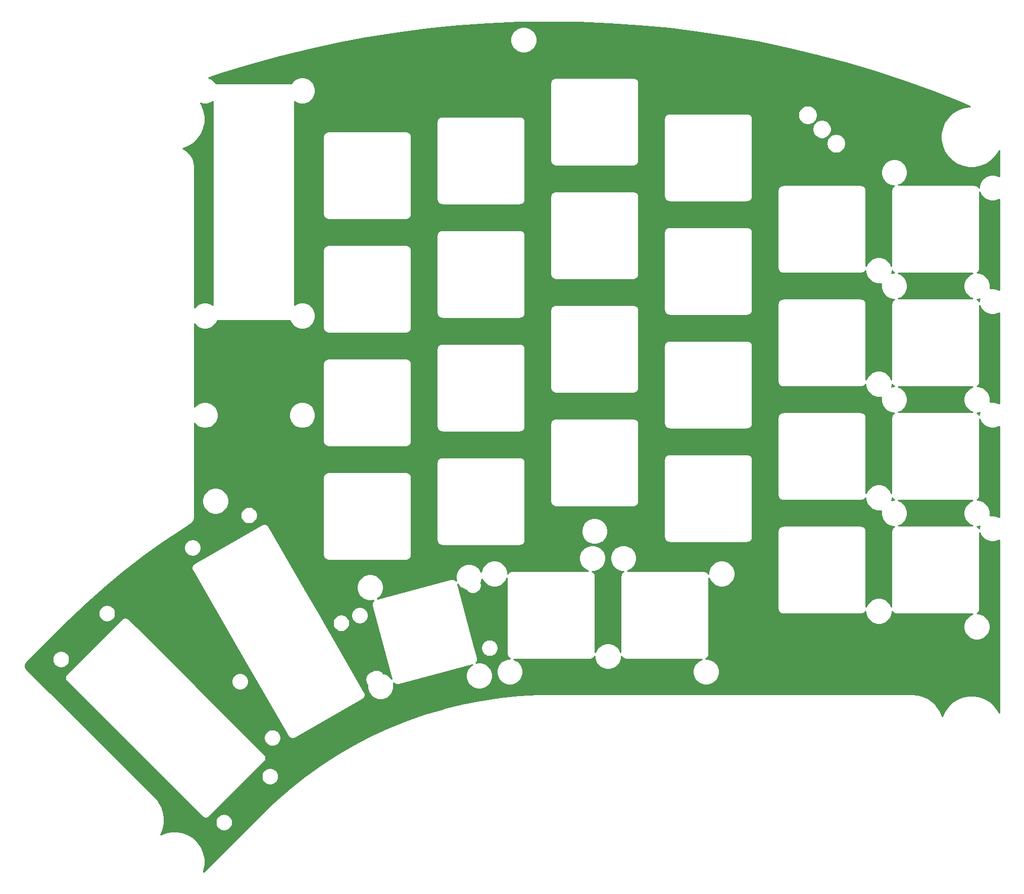
<source format=gbl>
%TF.GenerationSoftware,KiCad,Pcbnew,5.1.12-84ad8e8a86~92~ubuntu20.04.1*%
%TF.CreationDate,2021-11-14T20:48:01+01:00*%
%TF.ProjectId,LergoTopPlate,4c657267-6f54-46f7-9050-6c6174652e6b,v1.A*%
%TF.SameCoordinates,Original*%
%TF.FileFunction,Copper,L2,Bot*%
%TF.FilePolarity,Positive*%
%FSLAX46Y46*%
G04 Gerber Fmt 4.6, Leading zero omitted, Abs format (unit mm)*
G04 Created by KiCad (PCBNEW 5.1.12-84ad8e8a86~92~ubuntu20.04.1) date 2021-11-14 20:48:01*
%MOMM*%
%LPD*%
G01*
G04 APERTURE LIST*
%TA.AperFunction,NonConductor*%
%ADD10C,0.254000*%
%TD*%
%TA.AperFunction,NonConductor*%
%ADD11C,0.150000*%
%TD*%
G04 APERTURE END LIST*
D10*
X166420503Y-18711548D02*
X171480350Y-18912344D01*
X176532638Y-19254342D01*
X181573464Y-19737281D01*
X186598760Y-20360769D01*
X191604700Y-21124330D01*
X196587416Y-22027377D01*
X201542920Y-23069185D01*
X206467462Y-24248967D01*
X211357086Y-25565776D01*
X216208069Y-27018607D01*
X221016579Y-28606314D01*
X225778876Y-30327660D01*
X230491834Y-32181533D01*
X231961377Y-32801844D01*
X231715416Y-32801844D01*
X230724890Y-32998872D01*
X229791836Y-33385356D01*
X228952109Y-33946443D01*
X228237980Y-34660572D01*
X227676893Y-35500299D01*
X227290409Y-36433353D01*
X227093381Y-37423879D01*
X227093381Y-38433809D01*
X227290409Y-39424335D01*
X227676893Y-40357389D01*
X228237980Y-41197116D01*
X228952109Y-41911245D01*
X229791836Y-42472332D01*
X230724890Y-42858816D01*
X231715416Y-43055844D01*
X232725346Y-43055844D01*
X233715872Y-42858816D01*
X234648926Y-42472332D01*
X235488653Y-41911245D01*
X236202782Y-41197116D01*
X236763869Y-40357389D01*
X236843381Y-40165430D01*
X236843381Y-44545138D01*
X236779880Y-44502708D01*
X236374592Y-44334832D01*
X235944340Y-44249250D01*
X235505660Y-44249250D01*
X235075408Y-44334832D01*
X234670120Y-44502708D01*
X234305370Y-44746426D01*
X233995176Y-45056620D01*
X233751458Y-45421370D01*
X233583582Y-45826658D01*
X233498000Y-46256910D01*
X233498000Y-46484431D01*
X233468137Y-46429201D01*
X233463872Y-46422879D01*
X233455640Y-46403004D01*
X233387023Y-46300311D01*
X233299689Y-46212977D01*
X233196996Y-46144360D01*
X233177988Y-46136486D01*
X233170359Y-46131263D01*
X233165422Y-46128593D01*
X233079261Y-46082781D01*
X233045555Y-46068889D01*
X233012090Y-46054545D01*
X233006727Y-46052885D01*
X232913309Y-46024680D01*
X232877575Y-46017604D01*
X232841926Y-46010027D01*
X232836344Y-46009440D01*
X232739227Y-45999918D01*
X232739220Y-45999918D01*
X232719747Y-45998000D01*
X219970307Y-45998000D01*
X220331130Y-45848542D01*
X220695880Y-45604824D01*
X221006074Y-45294630D01*
X221249792Y-44929880D01*
X221417668Y-44524592D01*
X221503250Y-44094340D01*
X221503250Y-43655660D01*
X221417668Y-43225408D01*
X221249792Y-42820120D01*
X221006074Y-42455370D01*
X220695880Y-42145176D01*
X220331130Y-41901458D01*
X219925842Y-41733582D01*
X219495590Y-41648000D01*
X219056910Y-41648000D01*
X218626658Y-41733582D01*
X218221370Y-41901458D01*
X217856620Y-42145176D01*
X217546426Y-42455370D01*
X217302708Y-42820120D01*
X217134832Y-43225408D01*
X217049250Y-43655660D01*
X217049250Y-44094340D01*
X217134832Y-44524592D01*
X217302708Y-44929880D01*
X217546426Y-45294630D01*
X217856620Y-45604824D01*
X218221370Y-45848542D01*
X218626658Y-46016418D01*
X219056910Y-46102000D01*
X219284431Y-46102000D01*
X219229201Y-46131863D01*
X219222879Y-46136128D01*
X219203004Y-46144360D01*
X219100311Y-46212977D01*
X219012977Y-46300311D01*
X218944360Y-46403004D01*
X218936486Y-46422012D01*
X218931263Y-46429641D01*
X218928593Y-46434578D01*
X218882781Y-46520739D01*
X218868889Y-46554445D01*
X218854545Y-46587910D01*
X218852885Y-46593273D01*
X218824680Y-46686691D01*
X218817604Y-46722425D01*
X218810027Y-46758074D01*
X218809440Y-46763656D01*
X218799918Y-46860773D01*
X218799918Y-46860781D01*
X218798000Y-46880254D01*
X218798001Y-59629695D01*
X218648542Y-59268870D01*
X218404824Y-58904120D01*
X218094630Y-58593926D01*
X217729880Y-58350208D01*
X217324592Y-58182332D01*
X216894340Y-58096750D01*
X216455660Y-58096750D01*
X216025408Y-58182332D01*
X215620120Y-58350208D01*
X215255370Y-58593926D01*
X214945176Y-58904120D01*
X214701458Y-59268870D01*
X214552000Y-59629693D01*
X214552000Y-46880253D01*
X214550313Y-46863122D01*
X214550334Y-46860076D01*
X214549786Y-46854490D01*
X214539586Y-46757441D01*
X214532261Y-46721755D01*
X214525433Y-46685960D01*
X214523810Y-46680587D01*
X214494954Y-46587368D01*
X214480836Y-46553784D01*
X214467185Y-46519995D01*
X214464550Y-46515039D01*
X214418137Y-46429201D01*
X214413872Y-46422879D01*
X214405640Y-46403004D01*
X214337023Y-46300311D01*
X214249689Y-46212977D01*
X214146996Y-46144360D01*
X214127988Y-46136486D01*
X214120359Y-46131263D01*
X214115422Y-46128593D01*
X214029261Y-46082781D01*
X213995555Y-46068889D01*
X213962090Y-46054545D01*
X213956727Y-46052885D01*
X213863309Y-46024680D01*
X213827575Y-46017604D01*
X213791926Y-46010027D01*
X213786344Y-46009440D01*
X213689227Y-45999918D01*
X213689220Y-45999918D01*
X213669747Y-45998000D01*
X200630253Y-45998000D01*
X200613122Y-45999687D01*
X200610076Y-45999666D01*
X200604490Y-46000214D01*
X200507441Y-46010414D01*
X200471755Y-46017739D01*
X200435960Y-46024567D01*
X200430587Y-46026190D01*
X200337368Y-46055046D01*
X200303784Y-46069164D01*
X200269995Y-46082815D01*
X200265039Y-46085450D01*
X200179201Y-46131863D01*
X200172879Y-46136128D01*
X200153004Y-46144360D01*
X200050311Y-46212977D01*
X199962977Y-46300311D01*
X199894360Y-46403004D01*
X199886486Y-46422012D01*
X199881263Y-46429641D01*
X199878593Y-46434578D01*
X199832781Y-46520739D01*
X199818889Y-46554445D01*
X199804545Y-46587910D01*
X199802885Y-46593273D01*
X199774680Y-46686691D01*
X199767604Y-46722425D01*
X199760027Y-46758074D01*
X199759440Y-46763656D01*
X199749918Y-46860773D01*
X199749918Y-46860781D01*
X199748000Y-46880254D01*
X199748001Y-59919747D01*
X199749687Y-59936869D01*
X199749666Y-59939924D01*
X199750214Y-59945511D01*
X199760414Y-60042559D01*
X199767739Y-60078245D01*
X199774567Y-60114040D01*
X199776190Y-60119413D01*
X199805046Y-60212632D01*
X199819164Y-60246216D01*
X199832815Y-60280005D01*
X199835450Y-60284961D01*
X199881863Y-60370798D01*
X199886127Y-60377119D01*
X199894360Y-60396996D01*
X199962977Y-60499689D01*
X200050311Y-60587023D01*
X200153004Y-60655640D01*
X200172012Y-60663514D01*
X200179641Y-60668737D01*
X200184578Y-60671407D01*
X200270739Y-60717219D01*
X200304445Y-60731111D01*
X200337910Y-60745455D01*
X200343273Y-60747115D01*
X200436691Y-60775320D01*
X200472425Y-60782396D01*
X200508074Y-60789973D01*
X200513656Y-60790560D01*
X200610774Y-60800082D01*
X200610780Y-60800082D01*
X200630253Y-60802000D01*
X213669747Y-60802000D01*
X213686878Y-60800313D01*
X213689924Y-60800334D01*
X213695511Y-60799786D01*
X213792559Y-60789586D01*
X213828245Y-60782261D01*
X213864040Y-60775433D01*
X213869413Y-60773810D01*
X213962632Y-60744954D01*
X213996216Y-60730836D01*
X214030005Y-60717185D01*
X214034961Y-60714550D01*
X214120798Y-60668137D01*
X214127119Y-60663873D01*
X214146996Y-60655640D01*
X214249689Y-60587023D01*
X214337023Y-60499689D01*
X214405640Y-60396996D01*
X214413514Y-60377988D01*
X214418737Y-60370359D01*
X214421407Y-60365422D01*
X214448000Y-60315407D01*
X214448000Y-60543090D01*
X214533582Y-60973342D01*
X214701458Y-61378630D01*
X214945176Y-61743380D01*
X215255370Y-62053574D01*
X215620120Y-62297292D01*
X216025408Y-62465168D01*
X216455660Y-62550750D01*
X216894340Y-62550750D01*
X217087714Y-62512286D01*
X217049250Y-62705660D01*
X217049250Y-63144340D01*
X217134832Y-63574592D01*
X217302708Y-63979880D01*
X217546426Y-64344630D01*
X217856620Y-64654824D01*
X218221370Y-64898542D01*
X218626658Y-65066418D01*
X219056910Y-65152000D01*
X219284431Y-65152000D01*
X219229201Y-65181863D01*
X219222879Y-65186128D01*
X219203004Y-65194360D01*
X219100311Y-65262977D01*
X219012977Y-65350311D01*
X218944360Y-65453004D01*
X218936486Y-65472012D01*
X218931263Y-65479641D01*
X218928593Y-65484578D01*
X218882781Y-65570739D01*
X218868889Y-65604445D01*
X218854545Y-65637910D01*
X218852885Y-65643273D01*
X218824680Y-65736691D01*
X218817604Y-65772425D01*
X218810027Y-65808074D01*
X218809440Y-65813656D01*
X218799918Y-65910773D01*
X218799918Y-65910781D01*
X218798000Y-65930254D01*
X218798001Y-78679695D01*
X218648542Y-78318870D01*
X218404824Y-77954120D01*
X218094630Y-77643926D01*
X217729880Y-77400208D01*
X217324592Y-77232332D01*
X216894340Y-77146750D01*
X216455660Y-77146750D01*
X216025408Y-77232332D01*
X215620120Y-77400208D01*
X215255370Y-77643926D01*
X214945176Y-77954120D01*
X214701458Y-78318870D01*
X214552000Y-78679693D01*
X214552000Y-65930253D01*
X214550313Y-65913122D01*
X214550334Y-65910076D01*
X214549786Y-65904490D01*
X214539586Y-65807441D01*
X214532261Y-65771755D01*
X214525433Y-65735960D01*
X214523810Y-65730587D01*
X214494954Y-65637368D01*
X214480836Y-65603784D01*
X214467185Y-65569995D01*
X214464550Y-65565039D01*
X214418137Y-65479201D01*
X214413872Y-65472879D01*
X214405640Y-65453004D01*
X214337023Y-65350311D01*
X214249689Y-65262977D01*
X214146996Y-65194360D01*
X214127988Y-65186486D01*
X214120359Y-65181263D01*
X214115422Y-65178593D01*
X214029261Y-65132781D01*
X213995555Y-65118889D01*
X213962090Y-65104545D01*
X213956727Y-65102885D01*
X213863309Y-65074680D01*
X213827575Y-65067604D01*
X213791926Y-65060027D01*
X213786344Y-65059440D01*
X213689227Y-65049918D01*
X213689220Y-65049918D01*
X213669747Y-65048000D01*
X200630253Y-65048000D01*
X200613122Y-65049687D01*
X200610076Y-65049666D01*
X200604490Y-65050214D01*
X200507441Y-65060414D01*
X200471755Y-65067739D01*
X200435960Y-65074567D01*
X200430587Y-65076190D01*
X200337368Y-65105046D01*
X200303784Y-65119164D01*
X200269995Y-65132815D01*
X200265039Y-65135450D01*
X200179201Y-65181863D01*
X200172879Y-65186128D01*
X200153004Y-65194360D01*
X200050311Y-65262977D01*
X199962977Y-65350311D01*
X199894360Y-65453004D01*
X199886486Y-65472012D01*
X199881263Y-65479641D01*
X199878593Y-65484578D01*
X199832781Y-65570739D01*
X199818889Y-65604445D01*
X199804545Y-65637910D01*
X199802885Y-65643273D01*
X199774680Y-65736691D01*
X199767604Y-65772425D01*
X199760027Y-65808074D01*
X199759440Y-65813656D01*
X199749918Y-65910773D01*
X199749918Y-65910781D01*
X199748000Y-65930254D01*
X199748001Y-78969747D01*
X199749687Y-78986869D01*
X199749666Y-78989924D01*
X199750214Y-78995511D01*
X199760414Y-79092559D01*
X199767739Y-79128245D01*
X199774567Y-79164040D01*
X199776190Y-79169413D01*
X199805046Y-79262632D01*
X199819164Y-79296216D01*
X199832815Y-79330005D01*
X199835450Y-79334961D01*
X199881863Y-79420798D01*
X199886127Y-79427119D01*
X199894360Y-79446996D01*
X199962977Y-79549689D01*
X200050311Y-79637023D01*
X200153004Y-79705640D01*
X200172012Y-79713514D01*
X200179641Y-79718737D01*
X200184578Y-79721407D01*
X200270739Y-79767219D01*
X200304445Y-79781111D01*
X200337910Y-79795455D01*
X200343273Y-79797115D01*
X200436691Y-79825320D01*
X200472425Y-79832396D01*
X200508074Y-79839973D01*
X200513656Y-79840560D01*
X200610774Y-79850082D01*
X200610780Y-79850082D01*
X200630253Y-79852000D01*
X213669747Y-79852000D01*
X213686878Y-79850313D01*
X213689924Y-79850334D01*
X213695511Y-79849786D01*
X213792559Y-79839586D01*
X213828245Y-79832261D01*
X213864040Y-79825433D01*
X213869413Y-79823810D01*
X213962632Y-79794954D01*
X213996216Y-79780836D01*
X214030005Y-79767185D01*
X214034961Y-79764550D01*
X214120798Y-79718137D01*
X214127119Y-79713873D01*
X214146996Y-79705640D01*
X214249689Y-79637023D01*
X214337023Y-79549689D01*
X214405640Y-79446996D01*
X214413514Y-79427988D01*
X214418737Y-79420359D01*
X214421407Y-79415422D01*
X214448000Y-79365407D01*
X214448000Y-79593090D01*
X214533582Y-80023342D01*
X214701458Y-80428630D01*
X214945176Y-80793380D01*
X215255370Y-81103574D01*
X215620120Y-81347292D01*
X216025408Y-81515168D01*
X216455660Y-81600750D01*
X216894340Y-81600750D01*
X217087714Y-81562286D01*
X217049250Y-81755660D01*
X217049250Y-82194340D01*
X217134832Y-82624592D01*
X217302708Y-83029880D01*
X217546426Y-83394630D01*
X217856620Y-83704824D01*
X218221370Y-83948542D01*
X218626658Y-84116418D01*
X219056910Y-84202000D01*
X219284431Y-84202000D01*
X219229201Y-84231863D01*
X219222879Y-84236128D01*
X219203004Y-84244360D01*
X219100311Y-84312977D01*
X219012977Y-84400311D01*
X218944360Y-84503004D01*
X218936486Y-84522012D01*
X218931263Y-84529641D01*
X218928593Y-84534578D01*
X218882781Y-84620739D01*
X218868889Y-84654445D01*
X218854545Y-84687910D01*
X218852885Y-84693273D01*
X218824680Y-84786691D01*
X218817604Y-84822425D01*
X218810027Y-84858074D01*
X218809440Y-84863656D01*
X218799918Y-84960773D01*
X218799918Y-84960781D01*
X218798000Y-84980254D01*
X218798001Y-97729695D01*
X218648542Y-97368870D01*
X218404824Y-97004120D01*
X218094630Y-96693926D01*
X217729880Y-96450208D01*
X217324592Y-96282332D01*
X216894340Y-96196750D01*
X216455660Y-96196750D01*
X216025408Y-96282332D01*
X215620120Y-96450208D01*
X215255370Y-96693926D01*
X214945176Y-97004120D01*
X214701458Y-97368870D01*
X214552000Y-97729693D01*
X214552000Y-84980253D01*
X214550313Y-84963122D01*
X214550334Y-84960076D01*
X214549786Y-84954490D01*
X214539586Y-84857441D01*
X214532261Y-84821755D01*
X214525433Y-84785960D01*
X214523810Y-84780587D01*
X214494954Y-84687368D01*
X214480836Y-84653784D01*
X214467185Y-84619995D01*
X214464550Y-84615039D01*
X214418137Y-84529201D01*
X214413872Y-84522879D01*
X214405640Y-84503004D01*
X214337023Y-84400311D01*
X214249689Y-84312977D01*
X214146996Y-84244360D01*
X214127988Y-84236486D01*
X214120359Y-84231263D01*
X214115422Y-84228593D01*
X214029261Y-84182781D01*
X213995555Y-84168889D01*
X213962090Y-84154545D01*
X213956727Y-84152885D01*
X213863309Y-84124680D01*
X213827575Y-84117604D01*
X213791926Y-84110027D01*
X213786344Y-84109440D01*
X213689227Y-84099918D01*
X213689220Y-84099918D01*
X213669747Y-84098000D01*
X200630253Y-84098000D01*
X200613122Y-84099687D01*
X200610076Y-84099666D01*
X200604490Y-84100214D01*
X200507441Y-84110414D01*
X200471755Y-84117739D01*
X200435960Y-84124567D01*
X200430587Y-84126190D01*
X200337368Y-84155046D01*
X200303784Y-84169164D01*
X200269995Y-84182815D01*
X200265039Y-84185450D01*
X200179201Y-84231863D01*
X200172879Y-84236128D01*
X200153004Y-84244360D01*
X200050311Y-84312977D01*
X199962977Y-84400311D01*
X199894360Y-84503004D01*
X199886486Y-84522012D01*
X199881263Y-84529641D01*
X199878593Y-84534578D01*
X199832781Y-84620739D01*
X199818889Y-84654445D01*
X199804545Y-84687910D01*
X199802885Y-84693273D01*
X199774680Y-84786691D01*
X199767604Y-84822425D01*
X199760027Y-84858074D01*
X199759440Y-84863656D01*
X199749918Y-84960773D01*
X199749918Y-84960781D01*
X199748000Y-84980254D01*
X199748001Y-98019747D01*
X199749687Y-98036869D01*
X199749666Y-98039924D01*
X199750214Y-98045511D01*
X199760414Y-98142559D01*
X199767739Y-98178245D01*
X199774567Y-98214040D01*
X199776190Y-98219413D01*
X199805046Y-98312632D01*
X199819164Y-98346216D01*
X199832815Y-98380005D01*
X199835450Y-98384961D01*
X199881863Y-98470798D01*
X199886127Y-98477119D01*
X199894360Y-98496996D01*
X199962977Y-98599689D01*
X200050311Y-98687023D01*
X200153004Y-98755640D01*
X200172012Y-98763514D01*
X200179641Y-98768737D01*
X200184578Y-98771407D01*
X200270739Y-98817219D01*
X200304445Y-98831111D01*
X200337910Y-98845455D01*
X200343273Y-98847115D01*
X200436691Y-98875320D01*
X200472425Y-98882396D01*
X200508074Y-98889973D01*
X200513656Y-98890560D01*
X200610774Y-98900082D01*
X200610780Y-98900082D01*
X200630253Y-98902000D01*
X213669747Y-98902000D01*
X213686878Y-98900313D01*
X213689924Y-98900334D01*
X213695511Y-98899786D01*
X213792559Y-98889586D01*
X213828245Y-98882261D01*
X213864040Y-98875433D01*
X213869413Y-98873810D01*
X213962632Y-98844954D01*
X213996216Y-98830836D01*
X214030005Y-98817185D01*
X214034961Y-98814550D01*
X214120798Y-98768137D01*
X214127119Y-98763873D01*
X214146996Y-98755640D01*
X214249689Y-98687023D01*
X214337023Y-98599689D01*
X214405640Y-98496996D01*
X214413514Y-98477988D01*
X214418737Y-98470359D01*
X214421407Y-98465422D01*
X214448000Y-98415407D01*
X214448000Y-98643090D01*
X214533582Y-99073342D01*
X214701458Y-99478630D01*
X214945176Y-99843380D01*
X215255370Y-100153574D01*
X215620120Y-100397292D01*
X216025408Y-100565168D01*
X216455660Y-100650750D01*
X216894340Y-100650750D01*
X217087714Y-100612286D01*
X217049250Y-100805660D01*
X217049250Y-101244340D01*
X217134832Y-101674592D01*
X217302708Y-102079880D01*
X217546426Y-102444630D01*
X217856620Y-102754824D01*
X218221370Y-102998542D01*
X218626658Y-103166418D01*
X219056910Y-103252000D01*
X219284431Y-103252000D01*
X219229201Y-103281863D01*
X219222879Y-103286128D01*
X219203004Y-103294360D01*
X219100311Y-103362977D01*
X219012977Y-103450311D01*
X218944360Y-103553004D01*
X218936486Y-103572012D01*
X218931263Y-103579641D01*
X218928593Y-103584578D01*
X218882781Y-103670739D01*
X218868889Y-103704445D01*
X218854545Y-103737910D01*
X218852885Y-103743273D01*
X218824680Y-103836691D01*
X218817604Y-103872425D01*
X218810027Y-103908074D01*
X218809440Y-103913656D01*
X218799918Y-104010773D01*
X218799918Y-104010781D01*
X218798000Y-104030254D01*
X218798001Y-116779695D01*
X218648542Y-116418870D01*
X218404824Y-116054120D01*
X218094630Y-115743926D01*
X217729880Y-115500208D01*
X217324592Y-115332332D01*
X216894340Y-115246750D01*
X216455660Y-115246750D01*
X216025408Y-115332332D01*
X215620120Y-115500208D01*
X215255370Y-115743926D01*
X214945176Y-116054120D01*
X214701458Y-116418870D01*
X214552000Y-116779693D01*
X214552000Y-104030253D01*
X214550313Y-104013122D01*
X214550334Y-104010076D01*
X214549786Y-104004490D01*
X214539586Y-103907441D01*
X214532261Y-103871755D01*
X214525433Y-103835960D01*
X214523810Y-103830587D01*
X214494954Y-103737368D01*
X214480836Y-103703784D01*
X214467185Y-103669995D01*
X214464550Y-103665039D01*
X214418137Y-103579201D01*
X214413872Y-103572879D01*
X214405640Y-103553004D01*
X214337023Y-103450311D01*
X214249689Y-103362977D01*
X214146996Y-103294360D01*
X214127988Y-103286486D01*
X214120359Y-103281263D01*
X214115422Y-103278593D01*
X214029261Y-103232781D01*
X213995555Y-103218889D01*
X213962090Y-103204545D01*
X213956727Y-103202885D01*
X213863309Y-103174680D01*
X213827575Y-103167604D01*
X213791926Y-103160027D01*
X213786344Y-103159440D01*
X213689227Y-103149918D01*
X213689220Y-103149918D01*
X213669747Y-103148000D01*
X200630253Y-103148000D01*
X200613122Y-103149687D01*
X200610076Y-103149666D01*
X200604490Y-103150214D01*
X200507441Y-103160414D01*
X200471755Y-103167739D01*
X200435960Y-103174567D01*
X200430587Y-103176190D01*
X200337368Y-103205046D01*
X200303784Y-103219164D01*
X200269995Y-103232815D01*
X200265039Y-103235450D01*
X200179201Y-103281863D01*
X200172879Y-103286128D01*
X200153004Y-103294360D01*
X200050311Y-103362977D01*
X199962977Y-103450311D01*
X199894360Y-103553004D01*
X199886486Y-103572012D01*
X199881263Y-103579641D01*
X199878593Y-103584578D01*
X199832781Y-103670739D01*
X199818889Y-103704445D01*
X199804545Y-103737910D01*
X199802885Y-103743273D01*
X199774680Y-103836691D01*
X199767604Y-103872425D01*
X199760027Y-103908074D01*
X199759440Y-103913656D01*
X199749918Y-104010773D01*
X199749918Y-104010781D01*
X199748000Y-104030254D01*
X199748001Y-117069747D01*
X199749687Y-117086869D01*
X199749666Y-117089924D01*
X199750214Y-117095511D01*
X199760414Y-117192559D01*
X199767739Y-117228245D01*
X199774567Y-117264040D01*
X199776190Y-117269413D01*
X199805046Y-117362632D01*
X199819164Y-117396216D01*
X199832815Y-117430005D01*
X199835450Y-117434961D01*
X199881863Y-117520798D01*
X199886127Y-117527119D01*
X199894360Y-117546996D01*
X199962977Y-117649689D01*
X200050311Y-117737023D01*
X200153004Y-117805640D01*
X200172012Y-117813514D01*
X200179641Y-117818737D01*
X200184578Y-117821407D01*
X200270739Y-117867219D01*
X200304445Y-117881111D01*
X200337910Y-117895455D01*
X200343273Y-117897115D01*
X200436691Y-117925320D01*
X200472425Y-117932396D01*
X200508074Y-117939973D01*
X200513656Y-117940560D01*
X200610774Y-117950082D01*
X200610780Y-117950082D01*
X200630253Y-117952000D01*
X213669747Y-117952000D01*
X213686878Y-117950313D01*
X213689924Y-117950334D01*
X213695511Y-117949786D01*
X213792559Y-117939586D01*
X213828245Y-117932261D01*
X213864040Y-117925433D01*
X213869413Y-117923810D01*
X213962632Y-117894954D01*
X213996216Y-117880836D01*
X214030005Y-117867185D01*
X214034961Y-117864550D01*
X214120798Y-117818137D01*
X214127119Y-117813873D01*
X214146996Y-117805640D01*
X214249689Y-117737023D01*
X214337023Y-117649689D01*
X214405640Y-117546996D01*
X214413514Y-117527988D01*
X214418737Y-117520359D01*
X214421407Y-117515422D01*
X214448000Y-117465407D01*
X214448000Y-117693090D01*
X214533582Y-118123342D01*
X214701458Y-118528630D01*
X214945176Y-118893380D01*
X215255370Y-119203574D01*
X215620120Y-119447292D01*
X216025408Y-119615168D01*
X216455660Y-119700750D01*
X216894340Y-119700750D01*
X217324592Y-119615168D01*
X217729880Y-119447292D01*
X218094630Y-119203574D01*
X218404824Y-118893380D01*
X218648542Y-118528630D01*
X218816418Y-118123342D01*
X218902000Y-117693090D01*
X218902000Y-117465569D01*
X218931863Y-117520798D01*
X218936127Y-117527119D01*
X218944360Y-117546996D01*
X219012977Y-117649689D01*
X219100311Y-117737023D01*
X219203004Y-117805640D01*
X219222012Y-117813514D01*
X219229641Y-117818737D01*
X219234578Y-117821407D01*
X219320739Y-117867219D01*
X219354445Y-117881111D01*
X219387910Y-117895455D01*
X219393273Y-117897115D01*
X219486691Y-117925320D01*
X219522425Y-117932396D01*
X219558074Y-117939973D01*
X219563656Y-117940560D01*
X219660774Y-117950082D01*
X219660780Y-117950082D01*
X219680253Y-117952000D01*
X232429693Y-117952000D01*
X232068870Y-118101458D01*
X231704120Y-118345176D01*
X231393926Y-118655370D01*
X231150208Y-119020120D01*
X230982332Y-119425408D01*
X230896750Y-119855660D01*
X230896750Y-120294340D01*
X230982332Y-120724592D01*
X231150208Y-121129880D01*
X231393926Y-121494630D01*
X231704120Y-121804824D01*
X232068870Y-122048542D01*
X232474158Y-122216418D01*
X232904410Y-122302000D01*
X233343090Y-122302000D01*
X233773342Y-122216418D01*
X234178630Y-122048542D01*
X234543380Y-121804824D01*
X234853574Y-121494630D01*
X235097292Y-121129880D01*
X235265168Y-120724592D01*
X235350750Y-120294340D01*
X235350750Y-119855660D01*
X235265168Y-119425408D01*
X235097292Y-119020120D01*
X234853574Y-118655370D01*
X234543380Y-118345176D01*
X234178630Y-118101458D01*
X233773342Y-117933582D01*
X233343090Y-117848000D01*
X233115569Y-117848000D01*
X233170798Y-117818137D01*
X233177119Y-117813873D01*
X233196996Y-117805640D01*
X233299689Y-117737023D01*
X233387023Y-117649689D01*
X233455640Y-117546996D01*
X233463514Y-117527988D01*
X233468737Y-117520359D01*
X233471407Y-117515422D01*
X233517219Y-117429261D01*
X233531111Y-117395555D01*
X233545455Y-117362090D01*
X233547115Y-117356727D01*
X233575320Y-117263309D01*
X233582396Y-117227575D01*
X233589973Y-117191926D01*
X233590560Y-117186344D01*
X233600082Y-117089226D01*
X233600082Y-117089220D01*
X233602000Y-117069747D01*
X233602000Y-104320307D01*
X233751458Y-104681130D01*
X233995176Y-105045880D01*
X234305370Y-105356074D01*
X234670120Y-105599792D01*
X235075408Y-105767668D01*
X235505660Y-105853250D01*
X235944340Y-105853250D01*
X236374592Y-105767668D01*
X236779880Y-105599792D01*
X236843382Y-105557362D01*
X236843382Y-134503416D01*
X236763869Y-134311455D01*
X236202782Y-133471728D01*
X235488653Y-132757599D01*
X234648926Y-132196512D01*
X233715872Y-131810028D01*
X232725346Y-131613000D01*
X231715416Y-131613000D01*
X230724890Y-131810028D01*
X229791836Y-132196512D01*
X228952109Y-132757599D01*
X228237980Y-133471728D01*
X227676893Y-134311455D01*
X227341287Y-135121678D01*
X227325806Y-135057194D01*
X227322024Y-135045955D01*
X227319557Y-135034349D01*
X227304428Y-134993668D01*
X226947119Y-134179697D01*
X226941404Y-134169301D01*
X226936923Y-134158321D01*
X226914829Y-134120962D01*
X226419026Y-133383128D01*
X226411560Y-133373909D01*
X226405205Y-133363894D01*
X226376845Y-133331039D01*
X225758218Y-132692666D01*
X225749242Y-132684918D01*
X225741210Y-132676183D01*
X225707479Y-132648869D01*
X224985583Y-132130135D01*
X224975379Y-132124100D01*
X224965925Y-132116924D01*
X224927891Y-132096015D01*
X224125544Y-131713315D01*
X224114427Y-131709181D01*
X224103857Y-131703795D01*
X224062721Y-131689952D01*
X223205285Y-131455384D01*
X223193616Y-131453284D01*
X223182255Y-131449854D01*
X223139318Y-131443514D01*
X222255611Y-131364646D01*
X222238877Y-131362999D01*
X161741840Y-131366602D01*
X161738903Y-131366891D01*
X159610675Y-131400324D01*
X159609200Y-131400382D01*
X159607715Y-131400382D01*
X159595881Y-131400847D01*
X156384832Y-131577562D01*
X156381909Y-131577792D01*
X156378922Y-131577933D01*
X156367123Y-131578955D01*
X153167963Y-131906734D01*
X153165024Y-131907105D01*
X153162077Y-131907384D01*
X153150338Y-131908961D01*
X149970170Y-132387078D01*
X149967261Y-132387586D01*
X149964322Y-132388004D01*
X149952671Y-132390132D01*
X146798556Y-133017525D01*
X146795670Y-133018170D01*
X146792757Y-133018726D01*
X146781219Y-133021400D01*
X143660160Y-133796675D01*
X143657300Y-133797457D01*
X143654424Y-133798148D01*
X143643025Y-133801362D01*
X140561951Y-134722800D01*
X140559133Y-134723715D01*
X140556292Y-134724541D01*
X140545057Y-134728289D01*
X137510809Y-135793841D01*
X137508040Y-135794887D01*
X137505237Y-135795847D01*
X137494191Y-135800120D01*
X134513505Y-137007422D01*
X134510791Y-137008596D01*
X134508034Y-137009688D01*
X134497202Y-137014477D01*
X131576698Y-138360848D01*
X131574051Y-138362145D01*
X131571340Y-138363369D01*
X131560746Y-138368663D01*
X128706906Y-139851114D01*
X128704318Y-139852537D01*
X128701672Y-139853885D01*
X128691339Y-139859672D01*
X125910500Y-141474912D01*
X125907966Y-141476465D01*
X125905403Y-141477927D01*
X125895353Y-141484194D01*
X123193690Y-143228636D01*
X123191255Y-143230291D01*
X123188740Y-143231887D01*
X123178997Y-143238621D01*
X120562507Y-145108392D01*
X120560157Y-145110157D01*
X120557716Y-145111872D01*
X120548301Y-145119058D01*
X118022796Y-147110007D01*
X118020528Y-147111883D01*
X118018174Y-147113709D01*
X118009108Y-147121330D01*
X115580191Y-149229037D01*
X115578005Y-149231026D01*
X115575749Y-149232953D01*
X115567052Y-149240992D01*
X113250259Y-151451102D01*
X113246794Y-151453947D01*
X103489872Y-161215347D01*
X103568871Y-161024628D01*
X103765899Y-160034102D01*
X103765899Y-159024172D01*
X103568871Y-158033646D01*
X103182387Y-157100592D01*
X102621300Y-156260865D01*
X101907171Y-155546736D01*
X101067444Y-154985649D01*
X100134390Y-154599165D01*
X99143864Y-154402137D01*
X98133934Y-154402137D01*
X97143408Y-154599165D01*
X96333185Y-154934771D01*
X96367835Y-154878227D01*
X96373107Y-154867607D01*
X96379570Y-154857655D01*
X96397638Y-154818191D01*
X96720548Y-153989971D01*
X96723858Y-153978578D01*
X96728454Y-153967645D01*
X96739239Y-153925636D01*
X96739248Y-153925606D01*
X96739249Y-153925595D01*
X96910388Y-153053291D01*
X96911628Y-153041499D01*
X96914216Y-153029919D01*
X96917392Y-152986661D01*
X96917395Y-152986632D01*
X96917394Y-152986621D01*
X96921180Y-152745599D01*
X105518463Y-152745599D01*
X105518463Y-153026693D01*
X105573301Y-153302387D01*
X105680872Y-153562084D01*
X105837039Y-153795806D01*
X106035803Y-153994570D01*
X106269525Y-154150737D01*
X106529222Y-154258308D01*
X106804916Y-154313146D01*
X107086010Y-154313146D01*
X107361704Y-154258308D01*
X107621401Y-154150737D01*
X107855123Y-153994570D01*
X108053887Y-153795806D01*
X108210054Y-153562084D01*
X108317625Y-153302387D01*
X108372463Y-153026693D01*
X108372463Y-152745599D01*
X108317625Y-152469905D01*
X108210054Y-152210208D01*
X108053887Y-151976486D01*
X107855123Y-151777722D01*
X107621401Y-151621555D01*
X107361704Y-151513984D01*
X107086010Y-151459146D01*
X106804916Y-151459146D01*
X106529222Y-151513984D01*
X106269525Y-151621555D01*
X106035803Y-151777722D01*
X105837039Y-151976486D01*
X105680872Y-152210208D01*
X105573301Y-152469905D01*
X105518463Y-152745599D01*
X96921180Y-152745599D01*
X96931357Y-152097799D01*
X96930489Y-152085975D01*
X96930986Y-152074119D01*
X96926449Y-152030954D01*
X96782792Y-151153695D01*
X96779841Y-151142203D01*
X96778232Y-151130454D01*
X96766123Y-151088775D01*
X96469388Y-150250820D01*
X96464451Y-150240037D01*
X96460785Y-150228753D01*
X96441486Y-150189877D01*
X96001051Y-149417713D01*
X95994284Y-149407977D01*
X95988677Y-149397519D01*
X95962809Y-149362690D01*
X95962798Y-149362674D01*
X95962793Y-149362669D01*
X95393694Y-148682034D01*
X95383038Y-148669050D01*
X75281689Y-128567701D01*
X80297990Y-128567701D01*
X80297990Y-128691209D01*
X80322085Y-128812344D01*
X80329958Y-128831351D01*
X80331659Y-128840440D01*
X80333263Y-128845819D01*
X80361794Y-128939138D01*
X80375797Y-128972777D01*
X80389326Y-129006604D01*
X80391944Y-129011569D01*
X80438057Y-129097569D01*
X80458331Y-129127853D01*
X80478169Y-129158402D01*
X80481702Y-129162764D01*
X80543641Y-129238170D01*
X80543644Y-129238173D01*
X80556059Y-129253301D01*
X91915371Y-140612613D01*
X91915377Y-140612618D01*
X103246757Y-151944000D01*
X103260068Y-151954924D01*
X103262207Y-151957093D01*
X103266544Y-151960655D01*
X103342380Y-152022065D01*
X103372817Y-152042134D01*
X103402929Y-152062599D01*
X103407876Y-152065251D01*
X103407879Y-152065253D01*
X103407883Y-152065254D01*
X103494195Y-152110763D01*
X103527931Y-152124531D01*
X103561472Y-152138768D01*
X103566834Y-152140407D01*
X103566836Y-152140408D01*
X103566838Y-152140408D01*
X103566840Y-152140409D01*
X103660356Y-152168287D01*
X103667839Y-152169741D01*
X103687716Y-152177975D01*
X103808851Y-152202070D01*
X103932359Y-152202070D01*
X104053494Y-152177975D01*
X104072501Y-152170102D01*
X104081590Y-152168401D01*
X104086969Y-152166797D01*
X104180288Y-152138266D01*
X104213927Y-152124263D01*
X104247754Y-152110734D01*
X104252719Y-152108116D01*
X104338719Y-152062003D01*
X104369003Y-152041729D01*
X104399552Y-152021891D01*
X104403914Y-152018358D01*
X104479320Y-151956419D01*
X104479323Y-151956416D01*
X104494451Y-151944001D01*
X111400317Y-145038135D01*
X113225927Y-145038135D01*
X113225927Y-145319229D01*
X113280765Y-145594923D01*
X113388336Y-145854620D01*
X113544503Y-146088342D01*
X113743267Y-146287106D01*
X113976989Y-146443273D01*
X114236686Y-146550844D01*
X114512380Y-146605682D01*
X114793474Y-146605682D01*
X115069168Y-146550844D01*
X115328865Y-146443273D01*
X115562587Y-146287106D01*
X115761351Y-146088342D01*
X115917518Y-145854620D01*
X116025089Y-145594923D01*
X116079927Y-145319229D01*
X116079927Y-145038135D01*
X116025089Y-144762441D01*
X115917518Y-144502744D01*
X115761351Y-144269022D01*
X115562587Y-144070258D01*
X115328865Y-143914091D01*
X115069168Y-143806520D01*
X114793474Y-143751682D01*
X114512380Y-143751682D01*
X114236686Y-143806520D01*
X113976989Y-143914091D01*
X113743267Y-144070258D01*
X113544503Y-144269022D01*
X113388336Y-144502744D01*
X113280765Y-144762441D01*
X113225927Y-145038135D01*
X111400317Y-145038135D01*
X113714767Y-142723686D01*
X113725690Y-142710376D01*
X113727859Y-142708237D01*
X113731421Y-142703900D01*
X113792831Y-142628064D01*
X113812900Y-142597627D01*
X113833365Y-142567515D01*
X113836017Y-142562568D01*
X113881529Y-142476249D01*
X113895297Y-142442513D01*
X113909534Y-142408972D01*
X113911175Y-142403604D01*
X113939053Y-142310088D01*
X113940507Y-142302605D01*
X113948741Y-142282728D01*
X113972836Y-142161593D01*
X113972836Y-142038085D01*
X113948741Y-141916950D01*
X113940868Y-141897943D01*
X113939167Y-141888854D01*
X113937563Y-141883475D01*
X113909032Y-141790156D01*
X113895029Y-141756517D01*
X113881500Y-141722690D01*
X113878882Y-141717725D01*
X113832769Y-141631725D01*
X113812474Y-141601409D01*
X113792657Y-141570892D01*
X113789128Y-141566535D01*
X113789124Y-141566529D01*
X113789119Y-141566524D01*
X113727185Y-141491124D01*
X113714766Y-141475991D01*
X110810167Y-138571392D01*
X113636333Y-138571392D01*
X113636333Y-138852486D01*
X113691171Y-139128180D01*
X113798742Y-139387877D01*
X113954909Y-139621599D01*
X114153673Y-139820363D01*
X114387395Y-139976530D01*
X114647092Y-140084101D01*
X114922786Y-140138939D01*
X115203880Y-140138939D01*
X115479574Y-140084101D01*
X115739271Y-139976530D01*
X115972993Y-139820363D01*
X116171757Y-139621599D01*
X116327924Y-139387877D01*
X116435495Y-139128180D01*
X116490333Y-138852486D01*
X116490333Y-138571392D01*
X116435495Y-138295698D01*
X116327924Y-138036001D01*
X116171757Y-137802279D01*
X115972993Y-137603515D01*
X115739271Y-137447348D01*
X115479574Y-137339777D01*
X115203880Y-137284939D01*
X114922786Y-137284939D01*
X114647092Y-137339777D01*
X114387395Y-137447348D01*
X114153673Y-137603515D01*
X113954909Y-137802279D01*
X113798742Y-138036001D01*
X113691171Y-138295698D01*
X113636333Y-138571392D01*
X110810167Y-138571392D01*
X102383384Y-130144611D01*
X102383379Y-130144605D01*
X101370490Y-129131716D01*
X108186333Y-129131716D01*
X108186333Y-129412810D01*
X108241171Y-129688504D01*
X108348742Y-129948201D01*
X108504909Y-130181923D01*
X108703673Y-130380687D01*
X108937395Y-130536854D01*
X109197092Y-130644425D01*
X109472786Y-130699263D01*
X109753880Y-130699263D01*
X110029574Y-130644425D01*
X110289271Y-130536854D01*
X110522993Y-130380687D01*
X110721757Y-130181923D01*
X110877924Y-129948201D01*
X110985495Y-129688504D01*
X111040333Y-129412810D01*
X111040333Y-129131716D01*
X110985495Y-128856022D01*
X110877924Y-128596325D01*
X110721757Y-128362603D01*
X110522993Y-128163839D01*
X110289271Y-128007672D01*
X110029574Y-127900101D01*
X109753880Y-127845263D01*
X109472786Y-127845263D01*
X109197092Y-127900101D01*
X108937395Y-128007672D01*
X108703673Y-128163839D01*
X108504909Y-128362603D01*
X108348742Y-128596325D01*
X108241171Y-128856022D01*
X108186333Y-129131716D01*
X101370490Y-129131716D01*
X91024067Y-118785293D01*
X91010762Y-118774374D01*
X91008619Y-118772201D01*
X91004282Y-118768639D01*
X90928446Y-118707229D01*
X90898025Y-118687170D01*
X90867897Y-118666695D01*
X90862950Y-118664042D01*
X90776630Y-118618531D01*
X90742908Y-118604769D01*
X90709354Y-118590526D01*
X90703987Y-118588885D01*
X90610470Y-118561007D01*
X90602987Y-118559553D01*
X90583110Y-118551319D01*
X90461975Y-118527224D01*
X90338467Y-118527224D01*
X90217332Y-118551319D01*
X90198325Y-118559192D01*
X90189236Y-118560893D01*
X90183857Y-118562497D01*
X90090538Y-118591028D01*
X90056899Y-118605031D01*
X90023072Y-118618560D01*
X90018107Y-118621178D01*
X89932107Y-118667291D01*
X89901799Y-118687580D01*
X89871274Y-118707403D01*
X89866917Y-118710932D01*
X89866911Y-118710936D01*
X89866906Y-118710941D01*
X89792327Y-118772201D01*
X89776374Y-118785293D01*
X80556059Y-128005609D01*
X80545140Y-128018914D01*
X80542967Y-128021057D01*
X80539405Y-128025394D01*
X80477995Y-128101230D01*
X80457936Y-128131651D01*
X80437461Y-128161779D01*
X80434808Y-128166726D01*
X80389297Y-128253046D01*
X80375535Y-128286768D01*
X80361292Y-128320322D01*
X80359651Y-128325689D01*
X80331773Y-128419206D01*
X80330319Y-128426689D01*
X80322085Y-128446566D01*
X80297990Y-128567701D01*
X75281689Y-128567701D01*
X73847175Y-127133187D01*
X73827296Y-127102576D01*
X73823896Y-127098377D01*
X73724105Y-126976891D01*
X73667740Y-126871771D01*
X73632869Y-126757711D01*
X73620814Y-126639041D01*
X73632039Y-126520299D01*
X73666113Y-126405998D01*
X73721743Y-126300487D01*
X73820684Y-126178305D01*
X73827025Y-126168689D01*
X73847200Y-126143949D01*
X73850990Y-126136820D01*
X74571887Y-125415923D01*
X78188787Y-125415923D01*
X78188787Y-125697017D01*
X78243625Y-125972711D01*
X78351196Y-126232408D01*
X78507363Y-126466130D01*
X78706127Y-126664894D01*
X78939849Y-126821061D01*
X79199546Y-126928632D01*
X79475240Y-126983470D01*
X79756334Y-126983470D01*
X80032028Y-126928632D01*
X80291725Y-126821061D01*
X80525447Y-126664894D01*
X80724211Y-126466130D01*
X80880378Y-126232408D01*
X80987949Y-125972711D01*
X81042787Y-125697017D01*
X81042787Y-125415923D01*
X80987949Y-125140229D01*
X80880378Y-124880532D01*
X80724211Y-124646810D01*
X80525447Y-124448046D01*
X80291725Y-124291879D01*
X80032028Y-124184308D01*
X79756334Y-124129470D01*
X79475240Y-124129470D01*
X79199546Y-124184308D01*
X78939849Y-124291879D01*
X78706127Y-124448046D01*
X78507363Y-124646810D01*
X78351196Y-124880532D01*
X78243625Y-125140229D01*
X78188787Y-125415923D01*
X74571887Y-125415923D01*
X80876849Y-119110962D01*
X82331793Y-117708459D01*
X85896251Y-117708459D01*
X85896251Y-117989553D01*
X85951089Y-118265247D01*
X86058660Y-118524944D01*
X86214827Y-118758666D01*
X86413591Y-118957430D01*
X86647313Y-119113597D01*
X86907010Y-119221168D01*
X87182704Y-119276006D01*
X87463798Y-119276006D01*
X87739492Y-119221168D01*
X87999189Y-119113597D01*
X88232911Y-118957430D01*
X88431675Y-118758666D01*
X88587842Y-118524944D01*
X88695413Y-118265247D01*
X88750251Y-117989553D01*
X88750251Y-117708459D01*
X88695413Y-117432765D01*
X88587842Y-117173068D01*
X88431675Y-116939346D01*
X88232911Y-116740582D01*
X87999189Y-116584415D01*
X87739492Y-116476844D01*
X87463798Y-116422006D01*
X87182704Y-116422006D01*
X86907010Y-116476844D01*
X86647313Y-116584415D01*
X86413591Y-116740582D01*
X86214827Y-116939346D01*
X86058660Y-117173068D01*
X85951089Y-117432765D01*
X85896251Y-117708459D01*
X82331793Y-117708459D01*
X83897581Y-116199108D01*
X87020414Y-113402204D01*
X90243640Y-110721611D01*
X90936470Y-110187123D01*
X101515254Y-110187123D01*
X101515411Y-110192734D01*
X101518817Y-110290257D01*
X101523634Y-110326359D01*
X101527949Y-110362549D01*
X101529193Y-110368022D01*
X101551476Y-110463027D01*
X101563212Y-110497502D01*
X101574477Y-110532172D01*
X101576760Y-110537299D01*
X101617072Y-110626167D01*
X101617080Y-110626181D01*
X101625152Y-110643996D01*
X109657398Y-124556256D01*
X109657404Y-124556264D01*
X117669898Y-138434313D01*
X117679927Y-138448308D01*
X117681431Y-138450956D01*
X117684699Y-138455520D01*
X117742057Y-138534466D01*
X117766249Y-138561714D01*
X117790052Y-138589291D01*
X117794144Y-138593133D01*
X117865744Y-138659435D01*
X117894766Y-138681464D01*
X117923478Y-138703897D01*
X117928238Y-138706871D01*
X118011352Y-138758003D01*
X118026799Y-138765537D01*
X118070979Y-138795057D01*
X118185086Y-138842322D01*
X118306221Y-138866417D01*
X118408835Y-138866417D01*
X118418205Y-138867138D01*
X118423816Y-138866981D01*
X118521339Y-138863575D01*
X118557441Y-138858758D01*
X118593631Y-138854443D01*
X118599104Y-138853199D01*
X118694109Y-138830916D01*
X118728584Y-138819180D01*
X118763254Y-138807915D01*
X118768381Y-138805632D01*
X118857249Y-138765320D01*
X118857263Y-138765312D01*
X118875078Y-138757240D01*
X130167611Y-132237494D01*
X130181606Y-132227465D01*
X130184254Y-132225961D01*
X130188818Y-132222693D01*
X130267764Y-132165335D01*
X130295012Y-132141143D01*
X130322589Y-132117340D01*
X130326431Y-132113248D01*
X130392733Y-132041648D01*
X130414762Y-132012626D01*
X130437195Y-131983914D01*
X130440169Y-131979154D01*
X130491301Y-131896040D01*
X130498835Y-131880593D01*
X130528355Y-131836413D01*
X130575620Y-131722306D01*
X130599715Y-131601171D01*
X130599715Y-131498556D01*
X130600436Y-131489186D01*
X130600279Y-131483575D01*
X130596873Y-131386053D01*
X130592056Y-131349950D01*
X130587741Y-131313761D01*
X130586497Y-131308288D01*
X130564214Y-131213283D01*
X130552474Y-131178797D01*
X130541213Y-131144139D01*
X130538930Y-131139011D01*
X130498618Y-131050144D01*
X130498614Y-131050137D01*
X130490538Y-131032313D01*
X123735196Y-119331716D01*
X125160431Y-119331716D01*
X125160431Y-119612810D01*
X125215269Y-119888504D01*
X125322840Y-120148201D01*
X125479007Y-120381923D01*
X125677771Y-120580687D01*
X125911493Y-120736854D01*
X126171190Y-120844425D01*
X126446884Y-120899263D01*
X126727978Y-120899263D01*
X127003672Y-120844425D01*
X127263369Y-120736854D01*
X127497091Y-120580687D01*
X127695855Y-120381923D01*
X127852022Y-120148201D01*
X127959593Y-119888504D01*
X128014431Y-119612810D01*
X128014431Y-119331716D01*
X127959593Y-119056022D01*
X127852022Y-118796325D01*
X127695855Y-118562603D01*
X127497091Y-118363839D01*
X127263369Y-118207672D01*
X127003672Y-118100101D01*
X126727978Y-118045263D01*
X126446884Y-118045263D01*
X126171190Y-118100101D01*
X125911493Y-118207672D01*
X125677771Y-118363839D01*
X125479007Y-118562603D01*
X125322840Y-118796325D01*
X125215269Y-119056022D01*
X125160431Y-119331716D01*
X123735196Y-119331716D01*
X122992216Y-118044837D01*
X128267229Y-118044837D01*
X128267229Y-118325931D01*
X128322067Y-118601625D01*
X128429638Y-118861322D01*
X128585805Y-119095044D01*
X128784569Y-119293808D01*
X129018291Y-119449975D01*
X129277988Y-119557546D01*
X129553682Y-119612384D01*
X129834776Y-119612384D01*
X130110470Y-119557546D01*
X130370167Y-119449975D01*
X130603889Y-119293808D01*
X130802653Y-119095044D01*
X130958820Y-118861322D01*
X131066391Y-118601625D01*
X131121229Y-118325931D01*
X131121229Y-118044837D01*
X131066391Y-117769143D01*
X130958820Y-117509446D01*
X130802653Y-117275724D01*
X130603889Y-117076960D01*
X130370167Y-116920793D01*
X130110470Y-116813222D01*
X129834776Y-116758384D01*
X129553682Y-116758384D01*
X129277988Y-116813222D01*
X129018291Y-116920793D01*
X128784569Y-117076960D01*
X128585805Y-117275724D01*
X128429638Y-117509446D01*
X128322067Y-117769143D01*
X128267229Y-118044837D01*
X122992216Y-118044837D01*
X122478038Y-117154256D01*
X120242514Y-113282215D01*
X129194920Y-113282215D01*
X129194920Y-113720895D01*
X129280502Y-114151147D01*
X129448378Y-114556435D01*
X129692096Y-114921185D01*
X130002290Y-115231379D01*
X130367040Y-115475097D01*
X130772328Y-115642973D01*
X131202580Y-115728555D01*
X131641260Y-115728555D01*
X131998971Y-115657402D01*
X131960594Y-115693694D01*
X131956643Y-115698239D01*
X131882186Y-115772696D01*
X131813569Y-115875389D01*
X131766304Y-115989496D01*
X131756112Y-116040734D01*
X131749878Y-116058437D01*
X131748577Y-116063897D01*
X131726626Y-116158979D01*
X131721932Y-116195123D01*
X131716737Y-116231168D01*
X131716521Y-116236777D01*
X131713455Y-116334311D01*
X131715872Y-116370705D01*
X131717777Y-116407055D01*
X131718655Y-116412599D01*
X131734593Y-116508872D01*
X131734595Y-116508878D01*
X131737782Y-116528186D01*
X135042756Y-128862519D01*
X134896379Y-128643450D01*
X134586185Y-128333256D01*
X134221435Y-128089538D01*
X133816147Y-127921662D01*
X133684722Y-127895520D01*
X133623781Y-127804315D01*
X133425017Y-127605551D01*
X133191295Y-127449384D01*
X132931598Y-127341813D01*
X132655904Y-127286975D01*
X132374810Y-127286975D01*
X132099116Y-127341813D01*
X131839419Y-127449384D01*
X131739294Y-127516285D01*
X131621190Y-127539777D01*
X131361493Y-127647348D01*
X131127771Y-127803515D01*
X130929007Y-128002279D01*
X130772840Y-128236001D01*
X130665269Y-128495698D01*
X130610431Y-128771392D01*
X130610431Y-129052486D01*
X130665269Y-129328180D01*
X130772840Y-129587877D01*
X130929007Y-129821599D01*
X130941478Y-129834070D01*
X130939555Y-129843740D01*
X130939555Y-130282420D01*
X131025137Y-130712672D01*
X131193013Y-131117960D01*
X131436731Y-131482710D01*
X131746925Y-131792904D01*
X132111675Y-132036622D01*
X132516963Y-132204498D01*
X132947215Y-132290080D01*
X133385895Y-132290080D01*
X133816147Y-132204498D01*
X134221435Y-132036622D01*
X134586185Y-131792904D01*
X134896379Y-131482710D01*
X135140097Y-131117960D01*
X135307973Y-130712672D01*
X135393555Y-130282420D01*
X135393555Y-129843740D01*
X135322402Y-129486029D01*
X135358694Y-129524406D01*
X135363238Y-129528356D01*
X135437696Y-129602814D01*
X135540389Y-129671431D01*
X135654496Y-129718696D01*
X135705729Y-129728887D01*
X135723437Y-129735123D01*
X135728897Y-129736423D01*
X135823979Y-129758374D01*
X135860123Y-129763068D01*
X135896168Y-129768263D01*
X135901777Y-129768479D01*
X135999311Y-129771545D01*
X136035705Y-129769128D01*
X136072055Y-129767223D01*
X136077591Y-129766346D01*
X136077595Y-129766346D01*
X136077598Y-129766345D01*
X136173872Y-129750407D01*
X136173878Y-129750405D01*
X136193186Y-129747218D01*
X148527519Y-126442244D01*
X148308450Y-126588621D01*
X147998256Y-126898815D01*
X147754538Y-127263565D01*
X147586662Y-127668853D01*
X147501080Y-128099105D01*
X147501080Y-128537785D01*
X147586662Y-128968037D01*
X147754538Y-129373325D01*
X147998256Y-129738075D01*
X148308450Y-130048269D01*
X148673200Y-130291987D01*
X149078488Y-130459863D01*
X149508740Y-130545445D01*
X149947420Y-130545445D01*
X150377672Y-130459863D01*
X150782960Y-130291987D01*
X151147710Y-130048269D01*
X151457904Y-129738075D01*
X151701622Y-129373325D01*
X151869498Y-128968037D01*
X151955080Y-128537785D01*
X151955080Y-128099105D01*
X151869498Y-127668853D01*
X151701622Y-127263565D01*
X151457904Y-126898815D01*
X151147710Y-126588621D01*
X150782960Y-126344903D01*
X150377672Y-126177027D01*
X149947420Y-126091445D01*
X149508740Y-126091445D01*
X149151029Y-126162598D01*
X149189406Y-126126306D01*
X149193356Y-126121762D01*
X149267814Y-126047304D01*
X149336431Y-125944611D01*
X149383696Y-125830504D01*
X149393887Y-125779271D01*
X149400123Y-125761563D01*
X149401423Y-125756103D01*
X149423374Y-125661021D01*
X149428068Y-125624877D01*
X149433263Y-125588832D01*
X149433479Y-125583223D01*
X149436545Y-125485689D01*
X149434128Y-125449297D01*
X149432223Y-125412944D01*
X149431345Y-125407400D01*
X149415407Y-125311128D01*
X149415404Y-125311118D01*
X149412217Y-125291813D01*
X148932257Y-123500575D01*
X150020503Y-123500575D01*
X150020503Y-123781669D01*
X150075341Y-124057363D01*
X150182912Y-124317060D01*
X150339079Y-124550782D01*
X150537843Y-124749546D01*
X150771565Y-124905713D01*
X151031262Y-125013284D01*
X151306956Y-125068122D01*
X151588050Y-125068122D01*
X151863744Y-125013284D01*
X152123441Y-124905713D01*
X152357163Y-124749546D01*
X152555927Y-124550782D01*
X152712094Y-124317060D01*
X152819665Y-124057363D01*
X152874503Y-123781669D01*
X152874503Y-123500575D01*
X152819665Y-123224881D01*
X152712094Y-122965184D01*
X152555927Y-122731462D01*
X152357163Y-122532698D01*
X152123441Y-122376531D01*
X151863744Y-122268960D01*
X151588050Y-122214122D01*
X151306956Y-122214122D01*
X151031262Y-122268960D01*
X150771565Y-122376531D01*
X150537843Y-122532698D01*
X150339079Y-122731462D01*
X150182912Y-122965184D01*
X150075341Y-123224881D01*
X150020503Y-123500575D01*
X148932257Y-123500575D01*
X146107242Y-112957478D01*
X146253621Y-113176550D01*
X146563815Y-113486744D01*
X146928565Y-113730462D01*
X147333853Y-113898338D01*
X147450729Y-113921586D01*
X147517951Y-114022191D01*
X147716715Y-114220955D01*
X147950437Y-114377122D01*
X148210134Y-114484693D01*
X148485828Y-114539531D01*
X148766922Y-114539531D01*
X149042616Y-114484693D01*
X149302313Y-114377122D01*
X149536035Y-114220955D01*
X149734799Y-114022191D01*
X149890966Y-113788469D01*
X149998537Y-113528772D01*
X150053375Y-113253078D01*
X150053375Y-112971984D01*
X150000580Y-112706559D01*
X150124863Y-112406512D01*
X150190058Y-112078755D01*
X150261458Y-112251130D01*
X150505176Y-112615880D01*
X150815370Y-112926074D01*
X151180120Y-113169792D01*
X151585408Y-113337668D01*
X152015660Y-113423250D01*
X152454340Y-113423250D01*
X152884592Y-113337668D01*
X153289880Y-113169792D01*
X153654630Y-112926074D01*
X153964824Y-112615880D01*
X154208542Y-112251130D01*
X154358001Y-111890305D01*
X154358000Y-124639746D01*
X154359687Y-124656877D01*
X154359666Y-124659924D01*
X154360214Y-124665511D01*
X154370414Y-124762559D01*
X154377739Y-124798245D01*
X154384567Y-124834040D01*
X154386190Y-124839413D01*
X154415046Y-124932632D01*
X154429164Y-124966216D01*
X154442815Y-125000005D01*
X154445450Y-125004961D01*
X154491863Y-125090798D01*
X154496127Y-125097119D01*
X154504360Y-125116996D01*
X154572977Y-125219689D01*
X154660311Y-125307023D01*
X154763004Y-125375640D01*
X154782012Y-125383514D01*
X154789641Y-125388737D01*
X154794578Y-125391407D01*
X154844593Y-125418000D01*
X154616910Y-125418000D01*
X154186658Y-125503582D01*
X153781370Y-125671458D01*
X153416620Y-125915176D01*
X153106426Y-126225370D01*
X152862708Y-126590120D01*
X152694832Y-126995408D01*
X152609250Y-127425660D01*
X152609250Y-127864340D01*
X152694832Y-128294592D01*
X152862708Y-128699880D01*
X153106426Y-129064630D01*
X153416620Y-129374824D01*
X153781370Y-129618542D01*
X154186658Y-129786418D01*
X154616910Y-129872000D01*
X155055590Y-129872000D01*
X155485842Y-129786418D01*
X155891130Y-129618542D01*
X156255880Y-129374824D01*
X156566074Y-129064630D01*
X156809792Y-128699880D01*
X156977668Y-128294592D01*
X157063250Y-127864340D01*
X157063250Y-127425660D01*
X156977668Y-126995408D01*
X156809792Y-126590120D01*
X156566074Y-126225370D01*
X156255880Y-125915176D01*
X155891130Y-125671458D01*
X155530307Y-125522000D01*
X168279747Y-125522000D01*
X168296878Y-125520313D01*
X168299924Y-125520334D01*
X168305511Y-125519786D01*
X168402559Y-125509586D01*
X168438245Y-125502261D01*
X168474040Y-125495433D01*
X168479413Y-125493810D01*
X168572632Y-125464954D01*
X168606216Y-125450836D01*
X168640005Y-125437185D01*
X168644961Y-125434550D01*
X168730798Y-125388137D01*
X168737119Y-125383873D01*
X168756996Y-125375640D01*
X168859689Y-125307023D01*
X168947023Y-125219689D01*
X169015640Y-125116996D01*
X169023514Y-125097988D01*
X169028737Y-125090359D01*
X169031407Y-125085422D01*
X169058000Y-125035407D01*
X169058000Y-125263090D01*
X169143582Y-125693342D01*
X169311458Y-126098630D01*
X169555176Y-126463380D01*
X169865370Y-126773574D01*
X170230120Y-127017292D01*
X170635408Y-127185168D01*
X171065660Y-127270750D01*
X171504340Y-127270750D01*
X171934592Y-127185168D01*
X172339880Y-127017292D01*
X172704630Y-126773574D01*
X173014824Y-126463380D01*
X173258542Y-126098630D01*
X173426418Y-125693342D01*
X173512000Y-125263090D01*
X173512000Y-125035569D01*
X173541863Y-125090798D01*
X173546127Y-125097119D01*
X173554360Y-125116996D01*
X173622977Y-125219689D01*
X173710311Y-125307023D01*
X173813004Y-125375640D01*
X173832012Y-125383514D01*
X173839641Y-125388737D01*
X173844578Y-125391407D01*
X173930739Y-125437219D01*
X173964445Y-125451111D01*
X173997910Y-125465455D01*
X174003273Y-125467115D01*
X174096691Y-125495320D01*
X174132425Y-125502396D01*
X174168074Y-125509973D01*
X174173656Y-125510560D01*
X174270774Y-125520082D01*
X174270780Y-125520082D01*
X174290253Y-125522000D01*
X187039693Y-125522000D01*
X186678870Y-125671458D01*
X186314120Y-125915176D01*
X186003926Y-126225370D01*
X185760208Y-126590120D01*
X185592332Y-126995408D01*
X185506750Y-127425660D01*
X185506750Y-127864340D01*
X185592332Y-128294592D01*
X185760208Y-128699880D01*
X186003926Y-129064630D01*
X186314120Y-129374824D01*
X186678870Y-129618542D01*
X187084158Y-129786418D01*
X187514410Y-129872000D01*
X187953090Y-129872000D01*
X188383342Y-129786418D01*
X188788630Y-129618542D01*
X189153380Y-129374824D01*
X189463574Y-129064630D01*
X189707292Y-128699880D01*
X189875168Y-128294592D01*
X189960750Y-127864340D01*
X189960750Y-127425660D01*
X189875168Y-126995408D01*
X189707292Y-126590120D01*
X189463574Y-126225370D01*
X189153380Y-125915176D01*
X188788630Y-125671458D01*
X188383342Y-125503582D01*
X187953090Y-125418000D01*
X187725569Y-125418000D01*
X187780798Y-125388137D01*
X187787119Y-125383873D01*
X187806996Y-125375640D01*
X187909689Y-125307023D01*
X187997023Y-125219689D01*
X188065640Y-125116996D01*
X188073514Y-125097988D01*
X188078737Y-125090359D01*
X188081407Y-125085422D01*
X188127219Y-124999261D01*
X188141111Y-124965555D01*
X188155455Y-124932090D01*
X188157115Y-124926727D01*
X188185320Y-124833309D01*
X188192396Y-124797575D01*
X188199973Y-124761926D01*
X188200560Y-124756344D01*
X188210082Y-124659226D01*
X188210082Y-124659220D01*
X188212000Y-124639747D01*
X188212000Y-111890307D01*
X188361458Y-112251130D01*
X188605176Y-112615880D01*
X188915370Y-112926074D01*
X189280120Y-113169792D01*
X189685408Y-113337668D01*
X190115660Y-113423250D01*
X190554340Y-113423250D01*
X190984592Y-113337668D01*
X191389880Y-113169792D01*
X191754630Y-112926074D01*
X192064824Y-112615880D01*
X192308542Y-112251130D01*
X192476418Y-111845842D01*
X192562000Y-111415590D01*
X192562000Y-110976910D01*
X192476418Y-110546658D01*
X192308542Y-110141370D01*
X192064824Y-109776620D01*
X191754630Y-109466426D01*
X191389880Y-109222708D01*
X190984592Y-109054832D01*
X190554340Y-108969250D01*
X190115660Y-108969250D01*
X189685408Y-109054832D01*
X189280120Y-109222708D01*
X188915370Y-109466426D01*
X188605176Y-109776620D01*
X188361458Y-110141370D01*
X188193582Y-110546658D01*
X188108000Y-110976910D01*
X188108000Y-111204431D01*
X188078137Y-111149201D01*
X188073872Y-111142879D01*
X188065640Y-111123004D01*
X187997023Y-111020311D01*
X187909689Y-110932977D01*
X187806996Y-110864360D01*
X187787988Y-110856486D01*
X187780359Y-110851263D01*
X187775422Y-110848593D01*
X187689261Y-110802781D01*
X187655555Y-110788889D01*
X187622090Y-110774545D01*
X187616727Y-110772885D01*
X187523309Y-110744680D01*
X187487575Y-110737604D01*
X187451926Y-110730027D01*
X187446344Y-110729440D01*
X187349227Y-110719918D01*
X187349220Y-110719918D01*
X187329747Y-110718000D01*
X174580307Y-110718000D01*
X174941130Y-110568542D01*
X175305880Y-110324824D01*
X175616074Y-110014630D01*
X175859792Y-109649880D01*
X176027668Y-109244592D01*
X176113250Y-108814340D01*
X176113250Y-108375660D01*
X176027668Y-107945408D01*
X175859792Y-107540120D01*
X175616074Y-107175370D01*
X175305880Y-106865176D01*
X174941130Y-106621458D01*
X174535842Y-106453582D01*
X174105590Y-106368000D01*
X173666910Y-106368000D01*
X173236658Y-106453582D01*
X172831370Y-106621458D01*
X172466620Y-106865176D01*
X172156426Y-107175370D01*
X171912708Y-107540120D01*
X171744832Y-107945408D01*
X171659250Y-108375660D01*
X171659250Y-108814340D01*
X171744832Y-109244592D01*
X171912708Y-109649880D01*
X172156426Y-110014630D01*
X172466620Y-110324824D01*
X172831370Y-110568542D01*
X173236658Y-110736418D01*
X173666910Y-110822000D01*
X173894431Y-110822000D01*
X173839201Y-110851863D01*
X173832879Y-110856128D01*
X173813004Y-110864360D01*
X173710311Y-110932977D01*
X173622977Y-111020311D01*
X173554360Y-111123004D01*
X173546486Y-111142012D01*
X173541263Y-111149641D01*
X173538593Y-111154578D01*
X173492781Y-111240739D01*
X173478889Y-111274445D01*
X173464545Y-111307910D01*
X173462885Y-111313273D01*
X173434680Y-111406691D01*
X173427604Y-111442425D01*
X173420027Y-111478074D01*
X173419440Y-111483656D01*
X173409918Y-111580773D01*
X173409918Y-111580781D01*
X173408000Y-111600254D01*
X173408001Y-124349695D01*
X173258542Y-123988870D01*
X173014824Y-123624120D01*
X172704630Y-123313926D01*
X172339880Y-123070208D01*
X171934592Y-122902332D01*
X171504340Y-122816750D01*
X171065660Y-122816750D01*
X170635408Y-122902332D01*
X170230120Y-123070208D01*
X169865370Y-123313926D01*
X169555176Y-123624120D01*
X169311458Y-123988870D01*
X169162000Y-124349693D01*
X169162000Y-111600253D01*
X169160313Y-111583122D01*
X169160334Y-111580076D01*
X169159786Y-111574490D01*
X169149586Y-111477441D01*
X169142261Y-111441755D01*
X169135433Y-111405960D01*
X169133810Y-111400587D01*
X169104954Y-111307368D01*
X169090836Y-111273784D01*
X169077185Y-111239995D01*
X169074550Y-111235039D01*
X169028137Y-111149201D01*
X169023872Y-111142879D01*
X169015640Y-111123004D01*
X168947023Y-111020311D01*
X168859689Y-110932977D01*
X168756996Y-110864360D01*
X168737988Y-110856486D01*
X168730359Y-110851263D01*
X168725422Y-110848593D01*
X168675407Y-110822000D01*
X168903090Y-110822000D01*
X169333342Y-110736418D01*
X169738630Y-110568542D01*
X170103380Y-110324824D01*
X170413574Y-110014630D01*
X170657292Y-109649880D01*
X170825168Y-109244592D01*
X170910750Y-108814340D01*
X170910750Y-108375660D01*
X170825168Y-107945408D01*
X170657292Y-107540120D01*
X170413574Y-107175370D01*
X170103380Y-106865176D01*
X169738630Y-106621458D01*
X169333342Y-106453582D01*
X168903090Y-106368000D01*
X168464410Y-106368000D01*
X168034158Y-106453582D01*
X167628870Y-106621458D01*
X167264120Y-106865176D01*
X166953926Y-107175370D01*
X166710208Y-107540120D01*
X166542332Y-107945408D01*
X166456750Y-108375660D01*
X166456750Y-108814340D01*
X166542332Y-109244592D01*
X166710208Y-109649880D01*
X166953926Y-110014630D01*
X167264120Y-110324824D01*
X167628870Y-110568542D01*
X167989693Y-110718000D01*
X155240253Y-110718000D01*
X155223122Y-110719687D01*
X155220076Y-110719666D01*
X155214490Y-110720214D01*
X155117441Y-110730414D01*
X155081755Y-110737739D01*
X155045960Y-110744567D01*
X155040587Y-110746190D01*
X154947368Y-110775046D01*
X154913784Y-110789164D01*
X154879995Y-110802815D01*
X154875039Y-110805450D01*
X154789201Y-110851863D01*
X154782879Y-110856128D01*
X154763004Y-110864360D01*
X154660311Y-110932977D01*
X154572977Y-111020311D01*
X154504360Y-111123004D01*
X154496486Y-111142012D01*
X154491263Y-111149641D01*
X154488593Y-111154578D01*
X154462000Y-111204593D01*
X154462000Y-110976910D01*
X154376418Y-110546658D01*
X154208542Y-110141370D01*
X153964824Y-109776620D01*
X153654630Y-109466426D01*
X153289880Y-109222708D01*
X152884592Y-109054832D01*
X152454340Y-108969250D01*
X152015660Y-108969250D01*
X151585408Y-109054832D01*
X151180120Y-109222708D01*
X150815370Y-109466426D01*
X150505176Y-109776620D01*
X150261458Y-110141370D01*
X150093582Y-110546658D01*
X150028387Y-110874415D01*
X149956987Y-110702040D01*
X149713269Y-110337290D01*
X149403075Y-110027096D01*
X149038325Y-109783378D01*
X148633037Y-109615502D01*
X148202785Y-109529920D01*
X147764105Y-109529920D01*
X147333853Y-109615502D01*
X146928565Y-109783378D01*
X146563815Y-110027096D01*
X146253621Y-110337290D01*
X146009903Y-110702040D01*
X145842027Y-111107328D01*
X145756445Y-111537580D01*
X145756445Y-111976260D01*
X145827598Y-112333971D01*
X145791306Y-112295594D01*
X145786761Y-112291643D01*
X145712304Y-112217186D01*
X145609611Y-112148569D01*
X145495504Y-112101304D01*
X145444266Y-112091112D01*
X145426563Y-112084878D01*
X145421103Y-112083577D01*
X145326021Y-112061626D01*
X145289877Y-112056932D01*
X145253832Y-112051737D01*
X145248223Y-112051521D01*
X145150689Y-112048455D01*
X145114297Y-112050872D01*
X145077944Y-112052777D01*
X145072407Y-112053654D01*
X145072405Y-112053654D01*
X145072403Y-112053655D01*
X145072400Y-112053655D01*
X144976128Y-112069593D01*
X144976118Y-112069596D01*
X144956813Y-112072783D01*
X132622478Y-115377758D01*
X132841550Y-115231379D01*
X133151744Y-114921185D01*
X133395462Y-114556435D01*
X133563338Y-114151147D01*
X133648920Y-113720895D01*
X133648920Y-113282215D01*
X133563338Y-112851963D01*
X133395462Y-112446675D01*
X133151744Y-112081925D01*
X132841550Y-111771731D01*
X132476800Y-111528013D01*
X132071512Y-111360137D01*
X131641260Y-111274555D01*
X131202580Y-111274555D01*
X130772328Y-111360137D01*
X130367040Y-111528013D01*
X130002290Y-111771731D01*
X129692096Y-112081925D01*
X129448378Y-112446675D01*
X129280502Y-112851963D01*
X129194920Y-113282215D01*
X120242514Y-113282215D01*
X114445791Y-103241997D01*
X114435767Y-103228008D01*
X114434259Y-103225354D01*
X114430991Y-103220790D01*
X114373633Y-103141844D01*
X114349441Y-103114596D01*
X114325638Y-103087019D01*
X114321546Y-103083177D01*
X114249947Y-103016875D01*
X114220925Y-102994846D01*
X114192213Y-102972413D01*
X114187452Y-102969439D01*
X114104338Y-102918307D01*
X114088891Y-102910773D01*
X114044711Y-102881253D01*
X113930604Y-102833988D01*
X113809469Y-102809893D01*
X113706854Y-102809893D01*
X113697484Y-102809172D01*
X113691873Y-102809329D01*
X113594351Y-102812735D01*
X113558248Y-102817552D01*
X113522059Y-102821867D01*
X113516586Y-102823111D01*
X113421581Y-102845394D01*
X113387095Y-102857134D01*
X113352437Y-102868395D01*
X113347309Y-102870678D01*
X113258442Y-102910990D01*
X113258435Y-102910994D01*
X113240611Y-102919070D01*
X101948079Y-109438817D01*
X101934090Y-109448841D01*
X101931436Y-109450349D01*
X101926872Y-109453617D01*
X101847926Y-109510975D01*
X101820678Y-109535167D01*
X101793101Y-109558970D01*
X101789259Y-109563062D01*
X101722957Y-109634661D01*
X101700928Y-109663683D01*
X101678495Y-109692395D01*
X101675521Y-109697156D01*
X101624389Y-109780270D01*
X101616855Y-109795717D01*
X101587335Y-109839897D01*
X101540070Y-109954004D01*
X101515975Y-110075139D01*
X101515975Y-110177753D01*
X101515254Y-110187123D01*
X90936470Y-110187123D01*
X93562920Y-108160932D01*
X95618987Y-106691721D01*
X100253544Y-106691721D01*
X100253544Y-106972815D01*
X100308382Y-107248509D01*
X100415953Y-107508206D01*
X100572120Y-107741928D01*
X100770884Y-107940692D01*
X101004606Y-108096859D01*
X101264303Y-108204430D01*
X101539997Y-108259268D01*
X101821091Y-108259268D01*
X102096785Y-108204430D01*
X102356482Y-108096859D01*
X102590204Y-107940692D01*
X102788968Y-107741928D01*
X102945135Y-107508206D01*
X103052706Y-107248509D01*
X103107544Y-106972815D01*
X103107544Y-106691721D01*
X103052706Y-106416027D01*
X102945135Y-106156330D01*
X102788968Y-105922608D01*
X102590204Y-105723844D01*
X102356482Y-105567677D01*
X102096785Y-105460106D01*
X101821091Y-105405268D01*
X101539997Y-105405268D01*
X101264303Y-105460106D01*
X101004606Y-105567677D01*
X100770884Y-105723844D01*
X100572120Y-105922608D01*
X100415953Y-106156330D01*
X100308382Y-106416027D01*
X100253544Y-106691721D01*
X95618987Y-106691721D01*
X96973819Y-105723595D01*
X100473895Y-103411458D01*
X101343658Y-102864987D01*
X101343685Y-102864970D01*
X101348053Y-102862183D01*
X101378813Y-102842258D01*
X101393880Y-102830259D01*
X101409998Y-102819718D01*
X101414079Y-102816392D01*
X101564492Y-102692031D01*
X101588575Y-102667793D01*
X101612994Y-102643894D01*
X101616345Y-102639845D01*
X101616352Y-102639838D01*
X101616357Y-102639830D01*
X101739745Y-102488632D01*
X101758663Y-102460176D01*
X101777974Y-102431989D01*
X101780480Y-102427359D01*
X101872154Y-102255064D01*
X101885173Y-102223502D01*
X101898653Y-102192075D01*
X101900211Y-102187047D01*
X101956674Y-102000227D01*
X101963320Y-101966711D01*
X101970434Y-101933288D01*
X101970986Y-101928053D01*
X101990086Y-101733824D01*
X101991896Y-101715448D01*
X101991896Y-101241721D01*
X109693220Y-101241721D01*
X109693220Y-101522815D01*
X109748058Y-101798509D01*
X109855629Y-102058206D01*
X110011796Y-102291928D01*
X110210560Y-102490692D01*
X110444282Y-102646859D01*
X110703979Y-102754430D01*
X110979673Y-102809268D01*
X111260767Y-102809268D01*
X111536461Y-102754430D01*
X111796158Y-102646859D01*
X112029880Y-102490692D01*
X112228644Y-102291928D01*
X112384811Y-102058206D01*
X112492382Y-101798509D01*
X112547220Y-101522815D01*
X112547220Y-101241721D01*
X112492382Y-100966027D01*
X112384811Y-100706330D01*
X112228644Y-100472608D01*
X112029880Y-100273844D01*
X111796158Y-100117677D01*
X111536461Y-100010106D01*
X111260767Y-99955268D01*
X110979673Y-99955268D01*
X110703979Y-100010106D01*
X110444282Y-100117677D01*
X110210560Y-100273844D01*
X110011796Y-100472608D01*
X109855629Y-100706330D01*
X109748058Y-100966027D01*
X109693220Y-101241721D01*
X101991896Y-101241721D01*
X101991896Y-98780660D01*
X103273000Y-98780660D01*
X103273000Y-99219340D01*
X103358582Y-99649592D01*
X103526458Y-100054880D01*
X103770176Y-100419630D01*
X104080370Y-100729824D01*
X104445120Y-100973542D01*
X104850408Y-101141418D01*
X105280660Y-101227000D01*
X105719340Y-101227000D01*
X106149592Y-101141418D01*
X106554880Y-100973542D01*
X106919630Y-100729824D01*
X107229824Y-100419630D01*
X107473542Y-100054880D01*
X107641418Y-99649592D01*
X107727000Y-99219340D01*
X107727000Y-98780660D01*
X107641418Y-98350408D01*
X107473542Y-97945120D01*
X107229824Y-97580370D01*
X106919630Y-97270176D01*
X106554880Y-97026458D01*
X106149592Y-96858582D01*
X105719340Y-96773000D01*
X105280660Y-96773000D01*
X104850408Y-96858582D01*
X104445120Y-97026458D01*
X104080370Y-97270176D01*
X103770176Y-97580370D01*
X103526458Y-97945120D01*
X103358582Y-98350408D01*
X103273000Y-98780660D01*
X101991896Y-98780660D01*
X101991896Y-95030254D01*
X123548000Y-95030254D01*
X123548001Y-108069747D01*
X123549687Y-108086869D01*
X123549666Y-108089924D01*
X123550214Y-108095511D01*
X123560414Y-108192559D01*
X123567739Y-108228245D01*
X123574567Y-108264040D01*
X123576190Y-108269413D01*
X123605046Y-108362632D01*
X123619164Y-108396216D01*
X123632815Y-108430005D01*
X123635450Y-108434961D01*
X123681863Y-108520798D01*
X123686127Y-108527119D01*
X123694360Y-108546996D01*
X123762977Y-108649689D01*
X123850311Y-108737023D01*
X123953004Y-108805640D01*
X123972012Y-108813514D01*
X123979641Y-108818737D01*
X123984578Y-108821407D01*
X124070739Y-108867219D01*
X124104445Y-108881111D01*
X124137910Y-108895455D01*
X124143273Y-108897115D01*
X124236691Y-108925320D01*
X124272425Y-108932396D01*
X124308074Y-108939973D01*
X124313656Y-108940560D01*
X124410774Y-108950082D01*
X124410780Y-108950082D01*
X124430253Y-108952000D01*
X137469747Y-108952000D01*
X137486878Y-108950313D01*
X137489924Y-108950334D01*
X137495511Y-108949786D01*
X137592559Y-108939586D01*
X137628245Y-108932261D01*
X137664040Y-108925433D01*
X137669413Y-108923810D01*
X137762632Y-108894954D01*
X137796216Y-108880836D01*
X137830005Y-108867185D01*
X137834961Y-108864550D01*
X137920798Y-108818137D01*
X137927119Y-108813873D01*
X137946996Y-108805640D01*
X138049689Y-108737023D01*
X138137023Y-108649689D01*
X138205640Y-108546996D01*
X138213514Y-108527988D01*
X138218737Y-108520359D01*
X138221407Y-108515422D01*
X138267219Y-108429261D01*
X138281111Y-108395555D01*
X138295455Y-108362090D01*
X138297115Y-108356727D01*
X138325320Y-108263309D01*
X138332396Y-108227575D01*
X138339973Y-108191926D01*
X138340560Y-108186344D01*
X138350082Y-108089226D01*
X138350082Y-108089220D01*
X138352000Y-108069747D01*
X138352000Y-95030253D01*
X138350313Y-95013122D01*
X138350334Y-95010076D01*
X138349786Y-95004490D01*
X138339586Y-94907441D01*
X138332261Y-94871755D01*
X138325433Y-94835960D01*
X138323810Y-94830587D01*
X138294954Y-94737368D01*
X138280836Y-94703784D01*
X138267185Y-94669995D01*
X138264550Y-94665039D01*
X138218137Y-94579201D01*
X138213872Y-94572879D01*
X138205640Y-94553004D01*
X138137023Y-94450311D01*
X138049689Y-94362977D01*
X137946996Y-94294360D01*
X137927988Y-94286486D01*
X137920359Y-94281263D01*
X137915422Y-94278593D01*
X137829261Y-94232781D01*
X137795555Y-94218889D01*
X137762090Y-94204545D01*
X137756727Y-94202885D01*
X137663309Y-94174680D01*
X137627575Y-94167604D01*
X137591926Y-94160027D01*
X137586344Y-94159440D01*
X137489227Y-94149918D01*
X137489220Y-94149918D01*
X137469747Y-94148000D01*
X124430253Y-94148000D01*
X124413122Y-94149687D01*
X124410076Y-94149666D01*
X124404490Y-94150214D01*
X124307441Y-94160414D01*
X124271755Y-94167739D01*
X124235960Y-94174567D01*
X124230587Y-94176190D01*
X124137368Y-94205046D01*
X124103784Y-94219164D01*
X124069995Y-94232815D01*
X124065039Y-94235450D01*
X123979201Y-94281863D01*
X123972879Y-94286128D01*
X123953004Y-94294360D01*
X123850311Y-94362977D01*
X123762977Y-94450311D01*
X123694360Y-94553004D01*
X123686486Y-94572012D01*
X123681263Y-94579641D01*
X123678593Y-94584578D01*
X123632781Y-94670739D01*
X123618889Y-94704445D01*
X123604545Y-94737910D01*
X123602885Y-94743273D01*
X123574680Y-94836691D01*
X123567604Y-94872425D01*
X123560027Y-94908074D01*
X123559440Y-94913656D01*
X123549918Y-95010773D01*
X123549918Y-95010781D01*
X123548000Y-95030254D01*
X101991896Y-95030254D01*
X101991896Y-92530254D01*
X142598000Y-92530254D01*
X142598001Y-105569747D01*
X142599687Y-105586869D01*
X142599666Y-105589924D01*
X142600214Y-105595511D01*
X142610414Y-105692559D01*
X142617739Y-105728245D01*
X142624567Y-105764040D01*
X142626190Y-105769413D01*
X142655046Y-105862632D01*
X142669164Y-105896216D01*
X142682815Y-105930005D01*
X142685450Y-105934961D01*
X142731863Y-106020798D01*
X142736127Y-106027119D01*
X142744360Y-106046996D01*
X142812977Y-106149689D01*
X142900311Y-106237023D01*
X143003004Y-106305640D01*
X143022012Y-106313514D01*
X143029641Y-106318737D01*
X143034578Y-106321407D01*
X143120739Y-106367219D01*
X143154445Y-106381111D01*
X143187910Y-106395455D01*
X143193273Y-106397115D01*
X143286691Y-106425320D01*
X143322425Y-106432396D01*
X143358074Y-106439973D01*
X143363656Y-106440560D01*
X143460774Y-106450082D01*
X143460780Y-106450082D01*
X143480253Y-106452000D01*
X156519747Y-106452000D01*
X156536878Y-106450313D01*
X156539924Y-106450334D01*
X156545511Y-106449786D01*
X156642559Y-106439586D01*
X156678245Y-106432261D01*
X156714040Y-106425433D01*
X156719413Y-106423810D01*
X156812632Y-106394954D01*
X156846216Y-106380836D01*
X156880005Y-106367185D01*
X156884961Y-106364550D01*
X156970798Y-106318137D01*
X156977119Y-106313873D01*
X156996996Y-106305640D01*
X157099689Y-106237023D01*
X157187023Y-106149689D01*
X157255640Y-106046996D01*
X157263514Y-106027988D01*
X157268737Y-106020359D01*
X157271407Y-106015422D01*
X157317219Y-105929261D01*
X157331111Y-105895555D01*
X157345455Y-105862090D01*
X157347115Y-105856727D01*
X157375320Y-105763309D01*
X157382396Y-105727575D01*
X157389973Y-105691926D01*
X157390560Y-105686344D01*
X157400082Y-105589226D01*
X157400082Y-105589216D01*
X157402000Y-105569747D01*
X157402000Y-103830660D01*
X166823000Y-103830660D01*
X166823000Y-104269340D01*
X166908582Y-104699592D01*
X167076458Y-105104880D01*
X167320176Y-105469630D01*
X167630370Y-105779824D01*
X167995120Y-106023542D01*
X168400408Y-106191418D01*
X168830660Y-106277000D01*
X169269340Y-106277000D01*
X169699592Y-106191418D01*
X170104880Y-106023542D01*
X170469630Y-105779824D01*
X170779824Y-105469630D01*
X171023542Y-105104880D01*
X171191418Y-104699592D01*
X171277000Y-104269340D01*
X171277000Y-103830660D01*
X171191418Y-103400408D01*
X171023542Y-102995120D01*
X170779824Y-102630370D01*
X170469630Y-102320176D01*
X170104880Y-102076458D01*
X169699592Y-101908582D01*
X169269340Y-101823000D01*
X168830660Y-101823000D01*
X168400408Y-101908582D01*
X167995120Y-102076458D01*
X167630370Y-102320176D01*
X167320176Y-102630370D01*
X167076458Y-102995120D01*
X166908582Y-103400408D01*
X166823000Y-103830660D01*
X157402000Y-103830660D01*
X157402000Y-92530253D01*
X157400313Y-92513122D01*
X157400334Y-92510076D01*
X157399786Y-92504490D01*
X157389586Y-92407441D01*
X157382261Y-92371755D01*
X157375433Y-92335960D01*
X157373810Y-92330587D01*
X157344954Y-92237368D01*
X157330836Y-92203784D01*
X157317185Y-92169995D01*
X157314550Y-92165039D01*
X157268137Y-92079201D01*
X157263872Y-92072879D01*
X157255640Y-92053004D01*
X157187023Y-91950311D01*
X157099689Y-91862977D01*
X156996996Y-91794360D01*
X156977988Y-91786486D01*
X156970359Y-91781263D01*
X156965422Y-91778593D01*
X156879261Y-91732781D01*
X156845555Y-91718889D01*
X156812090Y-91704545D01*
X156806727Y-91702885D01*
X156713309Y-91674680D01*
X156677575Y-91667604D01*
X156641926Y-91660027D01*
X156636344Y-91659440D01*
X156539227Y-91649918D01*
X156539220Y-91649918D01*
X156519747Y-91648000D01*
X143480253Y-91648000D01*
X143463122Y-91649687D01*
X143460076Y-91649666D01*
X143454490Y-91650214D01*
X143357441Y-91660414D01*
X143321755Y-91667739D01*
X143285960Y-91674567D01*
X143280587Y-91676190D01*
X143187368Y-91705046D01*
X143153784Y-91719164D01*
X143119995Y-91732815D01*
X143115039Y-91735450D01*
X143029201Y-91781863D01*
X143022879Y-91786128D01*
X143003004Y-91794360D01*
X142900311Y-91862977D01*
X142812977Y-91950311D01*
X142744360Y-92053004D01*
X142736486Y-92072012D01*
X142731263Y-92079641D01*
X142728593Y-92084578D01*
X142682781Y-92170739D01*
X142668889Y-92204445D01*
X142654545Y-92237910D01*
X142652885Y-92243273D01*
X142624680Y-92336691D01*
X142617604Y-92372425D01*
X142610027Y-92408074D01*
X142609440Y-92413656D01*
X142599918Y-92510773D01*
X142599918Y-92510781D01*
X142598000Y-92530254D01*
X101991896Y-92530254D01*
X101991896Y-85949202D01*
X102026426Y-86000880D01*
X102336620Y-86311074D01*
X102701370Y-86554792D01*
X103106658Y-86722668D01*
X103536910Y-86808250D01*
X103975590Y-86808250D01*
X104405842Y-86722668D01*
X104811130Y-86554792D01*
X105175880Y-86311074D01*
X105486074Y-86000880D01*
X105729792Y-85636130D01*
X105897668Y-85230842D01*
X105983250Y-84800590D01*
X105983250Y-84361910D01*
X117816750Y-84361910D01*
X117816750Y-84800590D01*
X117902332Y-85230842D01*
X118070208Y-85636130D01*
X118313926Y-86000880D01*
X118624120Y-86311074D01*
X118988870Y-86554792D01*
X119394158Y-86722668D01*
X119824410Y-86808250D01*
X120263090Y-86808250D01*
X120693342Y-86722668D01*
X121098630Y-86554792D01*
X121463380Y-86311074D01*
X121773574Y-86000880D01*
X122017292Y-85636130D01*
X122185168Y-85230842D01*
X122270750Y-84800590D01*
X122270750Y-84361910D01*
X122185168Y-83931658D01*
X122017292Y-83526370D01*
X121773574Y-83161620D01*
X121463380Y-82851426D01*
X121098630Y-82607708D01*
X120693342Y-82439832D01*
X120263090Y-82354250D01*
X119824410Y-82354250D01*
X119394158Y-82439832D01*
X118988870Y-82607708D01*
X118624120Y-82851426D01*
X118313926Y-83161620D01*
X118070208Y-83526370D01*
X117902332Y-83931658D01*
X117816750Y-84361910D01*
X105983250Y-84361910D01*
X105897668Y-83931658D01*
X105729792Y-83526370D01*
X105486074Y-83161620D01*
X105175880Y-82851426D01*
X104811130Y-82607708D01*
X104405842Y-82439832D01*
X103975590Y-82354250D01*
X103536910Y-82354250D01*
X103106658Y-82439832D01*
X102701370Y-82607708D01*
X102336620Y-82851426D01*
X102026426Y-83161620D01*
X101991896Y-83213298D01*
X101991896Y-75980254D01*
X123548000Y-75980254D01*
X123548001Y-89019747D01*
X123549687Y-89036869D01*
X123549666Y-89039924D01*
X123550214Y-89045511D01*
X123560414Y-89142559D01*
X123567739Y-89178245D01*
X123574567Y-89214040D01*
X123576190Y-89219413D01*
X123605046Y-89312632D01*
X123619164Y-89346216D01*
X123632815Y-89380005D01*
X123635450Y-89384961D01*
X123681863Y-89470798D01*
X123686127Y-89477119D01*
X123694360Y-89496996D01*
X123762977Y-89599689D01*
X123850311Y-89687023D01*
X123953004Y-89755640D01*
X123972012Y-89763514D01*
X123979641Y-89768737D01*
X123984578Y-89771407D01*
X124070739Y-89817219D01*
X124104445Y-89831111D01*
X124137910Y-89845455D01*
X124143273Y-89847115D01*
X124236691Y-89875320D01*
X124272425Y-89882396D01*
X124308074Y-89889973D01*
X124313656Y-89890560D01*
X124410774Y-89900082D01*
X124410780Y-89900082D01*
X124430253Y-89902000D01*
X137469747Y-89902000D01*
X137486878Y-89900313D01*
X137489924Y-89900334D01*
X137495511Y-89899786D01*
X137592559Y-89889586D01*
X137628245Y-89882261D01*
X137664040Y-89875433D01*
X137669413Y-89873810D01*
X137762632Y-89844954D01*
X137796216Y-89830836D01*
X137830005Y-89817185D01*
X137834961Y-89814550D01*
X137920798Y-89768137D01*
X137927119Y-89763873D01*
X137946996Y-89755640D01*
X138049689Y-89687023D01*
X138137023Y-89599689D01*
X138205640Y-89496996D01*
X138213514Y-89477988D01*
X138218737Y-89470359D01*
X138221407Y-89465422D01*
X138267219Y-89379261D01*
X138281111Y-89345555D01*
X138295455Y-89312090D01*
X138297115Y-89306727D01*
X138325320Y-89213309D01*
X138332396Y-89177575D01*
X138339973Y-89141926D01*
X138340560Y-89136344D01*
X138350082Y-89039226D01*
X138350082Y-89039220D01*
X138352000Y-89019747D01*
X138352000Y-75980253D01*
X138350313Y-75963122D01*
X138350334Y-75960076D01*
X138349786Y-75954490D01*
X138339586Y-75857441D01*
X138332261Y-75821755D01*
X138325433Y-75785960D01*
X138323810Y-75780587D01*
X138294954Y-75687368D01*
X138280836Y-75653784D01*
X138267185Y-75619995D01*
X138264550Y-75615039D01*
X138218137Y-75529201D01*
X138213872Y-75522879D01*
X138205640Y-75503004D01*
X138137023Y-75400311D01*
X138049689Y-75312977D01*
X137946996Y-75244360D01*
X137927988Y-75236486D01*
X137920359Y-75231263D01*
X137915422Y-75228593D01*
X137829261Y-75182781D01*
X137795555Y-75168889D01*
X137762090Y-75154545D01*
X137756727Y-75152885D01*
X137663309Y-75124680D01*
X137627575Y-75117604D01*
X137591926Y-75110027D01*
X137586344Y-75109440D01*
X137489227Y-75099918D01*
X137489220Y-75099918D01*
X137469747Y-75098000D01*
X124430253Y-75098000D01*
X124413122Y-75099687D01*
X124410076Y-75099666D01*
X124404490Y-75100214D01*
X124307441Y-75110414D01*
X124271755Y-75117739D01*
X124235960Y-75124567D01*
X124230587Y-75126190D01*
X124137368Y-75155046D01*
X124103784Y-75169164D01*
X124069995Y-75182815D01*
X124065039Y-75185450D01*
X123979201Y-75231863D01*
X123972879Y-75236128D01*
X123953004Y-75244360D01*
X123850311Y-75312977D01*
X123762977Y-75400311D01*
X123694360Y-75503004D01*
X123686486Y-75522012D01*
X123681263Y-75529641D01*
X123678593Y-75534578D01*
X123632781Y-75620739D01*
X123618889Y-75654445D01*
X123604545Y-75687910D01*
X123602885Y-75693273D01*
X123574680Y-75786691D01*
X123567604Y-75822425D01*
X123560027Y-75858074D01*
X123559440Y-75863656D01*
X123549918Y-75960773D01*
X123549918Y-75960781D01*
X123548000Y-75980254D01*
X101991896Y-75980254D01*
X101991896Y-73480254D01*
X142598000Y-73480254D01*
X142598001Y-86519747D01*
X142599687Y-86536869D01*
X142599666Y-86539924D01*
X142600214Y-86545511D01*
X142610414Y-86642559D01*
X142617739Y-86678245D01*
X142624567Y-86714040D01*
X142626190Y-86719413D01*
X142655046Y-86812632D01*
X142669164Y-86846216D01*
X142682815Y-86880005D01*
X142685450Y-86884961D01*
X142731863Y-86970798D01*
X142736127Y-86977119D01*
X142744360Y-86996996D01*
X142812977Y-87099689D01*
X142900311Y-87187023D01*
X143003004Y-87255640D01*
X143022012Y-87263514D01*
X143029641Y-87268737D01*
X143034578Y-87271407D01*
X143120739Y-87317219D01*
X143154445Y-87331111D01*
X143187910Y-87345455D01*
X143193273Y-87347115D01*
X143286691Y-87375320D01*
X143322425Y-87382396D01*
X143358074Y-87389973D01*
X143363656Y-87390560D01*
X143460774Y-87400082D01*
X143460780Y-87400082D01*
X143480253Y-87402000D01*
X156519747Y-87402000D01*
X156536878Y-87400313D01*
X156539924Y-87400334D01*
X156545511Y-87399786D01*
X156642559Y-87389586D01*
X156678245Y-87382261D01*
X156714040Y-87375433D01*
X156719413Y-87373810D01*
X156812632Y-87344954D01*
X156846216Y-87330836D01*
X156880005Y-87317185D01*
X156884961Y-87314550D01*
X156970798Y-87268137D01*
X156977119Y-87263873D01*
X156996996Y-87255640D01*
X157099689Y-87187023D01*
X157187023Y-87099689D01*
X157255640Y-86996996D01*
X157263514Y-86977988D01*
X157268737Y-86970359D01*
X157271407Y-86965422D01*
X157317219Y-86879261D01*
X157331111Y-86845555D01*
X157345455Y-86812090D01*
X157347115Y-86806727D01*
X157375320Y-86713309D01*
X157382396Y-86677575D01*
X157389973Y-86641926D01*
X157390560Y-86636344D01*
X157400082Y-86539226D01*
X157400082Y-86539216D01*
X157402000Y-86519747D01*
X157402000Y-86030254D01*
X161648000Y-86030254D01*
X161648001Y-99069747D01*
X161649687Y-99086869D01*
X161649666Y-99089924D01*
X161650214Y-99095511D01*
X161660414Y-99192559D01*
X161667739Y-99228245D01*
X161674567Y-99264040D01*
X161676190Y-99269413D01*
X161705046Y-99362632D01*
X161719164Y-99396216D01*
X161732815Y-99430005D01*
X161735450Y-99434961D01*
X161781863Y-99520798D01*
X161786127Y-99527119D01*
X161794360Y-99546996D01*
X161862977Y-99649689D01*
X161950311Y-99737023D01*
X162053004Y-99805640D01*
X162072012Y-99813514D01*
X162079641Y-99818737D01*
X162084578Y-99821407D01*
X162170739Y-99867219D01*
X162204445Y-99881111D01*
X162237910Y-99895455D01*
X162243273Y-99897115D01*
X162336691Y-99925320D01*
X162372425Y-99932396D01*
X162408074Y-99939973D01*
X162413656Y-99940560D01*
X162510774Y-99950082D01*
X162510780Y-99950082D01*
X162530253Y-99952000D01*
X175569747Y-99952000D01*
X175586878Y-99950313D01*
X175589924Y-99950334D01*
X175595511Y-99949786D01*
X175692559Y-99939586D01*
X175728245Y-99932261D01*
X175764040Y-99925433D01*
X175769413Y-99923810D01*
X175862632Y-99894954D01*
X175896216Y-99880836D01*
X175930005Y-99867185D01*
X175934961Y-99864550D01*
X176020798Y-99818137D01*
X176027119Y-99813873D01*
X176046996Y-99805640D01*
X176149689Y-99737023D01*
X176237023Y-99649689D01*
X176305640Y-99546996D01*
X176313514Y-99527988D01*
X176318737Y-99520359D01*
X176321407Y-99515422D01*
X176367219Y-99429261D01*
X176381111Y-99395555D01*
X176395455Y-99362090D01*
X176397115Y-99356727D01*
X176425320Y-99263309D01*
X176432396Y-99227575D01*
X176439973Y-99191926D01*
X176440560Y-99186344D01*
X176450082Y-99089226D01*
X176450082Y-99089220D01*
X176452000Y-99069747D01*
X176452000Y-92030254D01*
X180698000Y-92030254D01*
X180698001Y-105069747D01*
X180699687Y-105086869D01*
X180699666Y-105089924D01*
X180700214Y-105095511D01*
X180710414Y-105192559D01*
X180717739Y-105228245D01*
X180724567Y-105264040D01*
X180726190Y-105269413D01*
X180755046Y-105362632D01*
X180769164Y-105396216D01*
X180782815Y-105430005D01*
X180785450Y-105434961D01*
X180831863Y-105520798D01*
X180836127Y-105527119D01*
X180844360Y-105546996D01*
X180912977Y-105649689D01*
X181000311Y-105737023D01*
X181103004Y-105805640D01*
X181122012Y-105813514D01*
X181129641Y-105818737D01*
X181134578Y-105821407D01*
X181220739Y-105867219D01*
X181254445Y-105881111D01*
X181287910Y-105895455D01*
X181293273Y-105897115D01*
X181386691Y-105925320D01*
X181422425Y-105932396D01*
X181458074Y-105939973D01*
X181463656Y-105940560D01*
X181560774Y-105950082D01*
X181560780Y-105950082D01*
X181580253Y-105952000D01*
X194619747Y-105952000D01*
X194636878Y-105950313D01*
X194639924Y-105950334D01*
X194645511Y-105949786D01*
X194742559Y-105939586D01*
X194778245Y-105932261D01*
X194814040Y-105925433D01*
X194819413Y-105923810D01*
X194912632Y-105894954D01*
X194946216Y-105880836D01*
X194980005Y-105867185D01*
X194984961Y-105864550D01*
X195070798Y-105818137D01*
X195077119Y-105813873D01*
X195096996Y-105805640D01*
X195199689Y-105737023D01*
X195287023Y-105649689D01*
X195355640Y-105546996D01*
X195363514Y-105527988D01*
X195368737Y-105520359D01*
X195371407Y-105515422D01*
X195417219Y-105429261D01*
X195431111Y-105395555D01*
X195445455Y-105362090D01*
X195447115Y-105356727D01*
X195475320Y-105263309D01*
X195482396Y-105227575D01*
X195489973Y-105191926D01*
X195490560Y-105186344D01*
X195500082Y-105089226D01*
X195500082Y-105089220D01*
X195502000Y-105069747D01*
X195502000Y-92030253D01*
X195500313Y-92013122D01*
X195500334Y-92010076D01*
X195499786Y-92004490D01*
X195489586Y-91907441D01*
X195482261Y-91871755D01*
X195475433Y-91835960D01*
X195473810Y-91830587D01*
X195444954Y-91737368D01*
X195430836Y-91703784D01*
X195417185Y-91669995D01*
X195414550Y-91665039D01*
X195368137Y-91579201D01*
X195363872Y-91572879D01*
X195355640Y-91553004D01*
X195287023Y-91450311D01*
X195199689Y-91362977D01*
X195096996Y-91294360D01*
X195077988Y-91286486D01*
X195070359Y-91281263D01*
X195065422Y-91278593D01*
X194979261Y-91232781D01*
X194945555Y-91218889D01*
X194912090Y-91204545D01*
X194906727Y-91202885D01*
X194813309Y-91174680D01*
X194777575Y-91167604D01*
X194741926Y-91160027D01*
X194736344Y-91159440D01*
X194639227Y-91149918D01*
X194639220Y-91149918D01*
X194619747Y-91148000D01*
X181580253Y-91148000D01*
X181563122Y-91149687D01*
X181560076Y-91149666D01*
X181554490Y-91150214D01*
X181457441Y-91160414D01*
X181421755Y-91167739D01*
X181385960Y-91174567D01*
X181380587Y-91176190D01*
X181287368Y-91205046D01*
X181253784Y-91219164D01*
X181219995Y-91232815D01*
X181215039Y-91235450D01*
X181129201Y-91281863D01*
X181122879Y-91286128D01*
X181103004Y-91294360D01*
X181000311Y-91362977D01*
X180912977Y-91450311D01*
X180844360Y-91553004D01*
X180836486Y-91572012D01*
X180831263Y-91579641D01*
X180828593Y-91584578D01*
X180782781Y-91670739D01*
X180768889Y-91704445D01*
X180754545Y-91737910D01*
X180752885Y-91743273D01*
X180724680Y-91836691D01*
X180717604Y-91872425D01*
X180710027Y-91908074D01*
X180709440Y-91913656D01*
X180699918Y-92010773D01*
X180699918Y-92010781D01*
X180698000Y-92030254D01*
X176452000Y-92030254D01*
X176452000Y-86030253D01*
X176450313Y-86013122D01*
X176450334Y-86010076D01*
X176449786Y-86004490D01*
X176439586Y-85907441D01*
X176432261Y-85871755D01*
X176425433Y-85835960D01*
X176423810Y-85830587D01*
X176394954Y-85737368D01*
X176380836Y-85703784D01*
X176367185Y-85669995D01*
X176364550Y-85665039D01*
X176318137Y-85579201D01*
X176313872Y-85572879D01*
X176305640Y-85553004D01*
X176237023Y-85450311D01*
X176149689Y-85362977D01*
X176046996Y-85294360D01*
X176027988Y-85286486D01*
X176020359Y-85281263D01*
X176015422Y-85278593D01*
X175929261Y-85232781D01*
X175895555Y-85218889D01*
X175862090Y-85204545D01*
X175856727Y-85202885D01*
X175763309Y-85174680D01*
X175727575Y-85167604D01*
X175691926Y-85160027D01*
X175686344Y-85159440D01*
X175589227Y-85149918D01*
X175589220Y-85149918D01*
X175569747Y-85148000D01*
X162530253Y-85148000D01*
X162513122Y-85149687D01*
X162510076Y-85149666D01*
X162504490Y-85150214D01*
X162407441Y-85160414D01*
X162371755Y-85167739D01*
X162335960Y-85174567D01*
X162330587Y-85176190D01*
X162237368Y-85205046D01*
X162203784Y-85219164D01*
X162169995Y-85232815D01*
X162165039Y-85235450D01*
X162079201Y-85281863D01*
X162072879Y-85286128D01*
X162053004Y-85294360D01*
X161950311Y-85362977D01*
X161862977Y-85450311D01*
X161794360Y-85553004D01*
X161786486Y-85572012D01*
X161781263Y-85579641D01*
X161778593Y-85584578D01*
X161732781Y-85670739D01*
X161718889Y-85704445D01*
X161704545Y-85737910D01*
X161702885Y-85743273D01*
X161674680Y-85836691D01*
X161667604Y-85872425D01*
X161660027Y-85908074D01*
X161659440Y-85913656D01*
X161649918Y-86010773D01*
X161649918Y-86010781D01*
X161648000Y-86030254D01*
X157402000Y-86030254D01*
X157402000Y-73480253D01*
X157400313Y-73463122D01*
X157400334Y-73460076D01*
X157399786Y-73454490D01*
X157389586Y-73357441D01*
X157382261Y-73321755D01*
X157375433Y-73285960D01*
X157373810Y-73280587D01*
X157344954Y-73187368D01*
X157330836Y-73153784D01*
X157317185Y-73119995D01*
X157314550Y-73115039D01*
X157268137Y-73029201D01*
X157263872Y-73022879D01*
X157255640Y-73003004D01*
X157187023Y-72900311D01*
X157099689Y-72812977D01*
X156996996Y-72744360D01*
X156977988Y-72736486D01*
X156970359Y-72731263D01*
X156965422Y-72728593D01*
X156879261Y-72682781D01*
X156845555Y-72668889D01*
X156812090Y-72654545D01*
X156806727Y-72652885D01*
X156713309Y-72624680D01*
X156677575Y-72617604D01*
X156641926Y-72610027D01*
X156636344Y-72609440D01*
X156539227Y-72599918D01*
X156539220Y-72599918D01*
X156519747Y-72598000D01*
X143480253Y-72598000D01*
X143463122Y-72599687D01*
X143460076Y-72599666D01*
X143454490Y-72600214D01*
X143357441Y-72610414D01*
X143321755Y-72617739D01*
X143285960Y-72624567D01*
X143280587Y-72626190D01*
X143187368Y-72655046D01*
X143153784Y-72669164D01*
X143119995Y-72682815D01*
X143115039Y-72685450D01*
X143029201Y-72731863D01*
X143022879Y-72736128D01*
X143003004Y-72744360D01*
X142900311Y-72812977D01*
X142812977Y-72900311D01*
X142744360Y-73003004D01*
X142736486Y-73022012D01*
X142731263Y-73029641D01*
X142728593Y-73034578D01*
X142682781Y-73120739D01*
X142668889Y-73154445D01*
X142654545Y-73187910D01*
X142652885Y-73193273D01*
X142624680Y-73286691D01*
X142617604Y-73322425D01*
X142610027Y-73358074D01*
X142609440Y-73363656D01*
X142599918Y-73460773D01*
X142599918Y-73460781D01*
X142598000Y-73480254D01*
X101991896Y-73480254D01*
X101991896Y-69280452D01*
X102026426Y-69332130D01*
X102336620Y-69642324D01*
X102701370Y-69886042D01*
X103106658Y-70053918D01*
X103536910Y-70139500D01*
X103975590Y-70139500D01*
X104405842Y-70053918D01*
X104811130Y-69886042D01*
X105175880Y-69642324D01*
X105486074Y-69332130D01*
X105729792Y-68967380D01*
X105836355Y-68710115D01*
X105862237Y-68712653D01*
X105862240Y-68712653D01*
X105880993Y-68714500D01*
X117919007Y-68714500D01*
X117935519Y-68712874D01*
X117938566Y-68712895D01*
X117943943Y-68712368D01*
X117963718Y-68710290D01*
X118070208Y-68967380D01*
X118313926Y-69332130D01*
X118624120Y-69642324D01*
X118988870Y-69886042D01*
X119394158Y-70053918D01*
X119824410Y-70139500D01*
X120263090Y-70139500D01*
X120693342Y-70053918D01*
X121098630Y-69886042D01*
X121463380Y-69642324D01*
X121773574Y-69332130D01*
X122017292Y-68967380D01*
X122185168Y-68562092D01*
X122270750Y-68131840D01*
X122270750Y-67693160D01*
X122185168Y-67262908D01*
X122017292Y-66857620D01*
X121773574Y-66492870D01*
X121463380Y-66182676D01*
X121098630Y-65938958D01*
X120693342Y-65771082D01*
X120263090Y-65685500D01*
X119824410Y-65685500D01*
X119394158Y-65771082D01*
X118988870Y-65938958D01*
X118787000Y-66073843D01*
X118787000Y-56930254D01*
X123548000Y-56930254D01*
X123548001Y-69969747D01*
X123549687Y-69986869D01*
X123549666Y-69989924D01*
X123550214Y-69995511D01*
X123560414Y-70092559D01*
X123567739Y-70128245D01*
X123574567Y-70164040D01*
X123576190Y-70169413D01*
X123605046Y-70262632D01*
X123619164Y-70296216D01*
X123632815Y-70330005D01*
X123635450Y-70334961D01*
X123681863Y-70420798D01*
X123686127Y-70427119D01*
X123694360Y-70446996D01*
X123762977Y-70549689D01*
X123850311Y-70637023D01*
X123953004Y-70705640D01*
X123972012Y-70713514D01*
X123979641Y-70718737D01*
X123984578Y-70721407D01*
X124070739Y-70767219D01*
X124104445Y-70781111D01*
X124137910Y-70795455D01*
X124143273Y-70797115D01*
X124236691Y-70825320D01*
X124272425Y-70832396D01*
X124308074Y-70839973D01*
X124313656Y-70840560D01*
X124410774Y-70850082D01*
X124410780Y-70850082D01*
X124430253Y-70852000D01*
X137469747Y-70852000D01*
X137486878Y-70850313D01*
X137489924Y-70850334D01*
X137495511Y-70849786D01*
X137592559Y-70839586D01*
X137628245Y-70832261D01*
X137664040Y-70825433D01*
X137669413Y-70823810D01*
X137762632Y-70794954D01*
X137796216Y-70780836D01*
X137830005Y-70767185D01*
X137834961Y-70764550D01*
X137920798Y-70718137D01*
X137927119Y-70713873D01*
X137946996Y-70705640D01*
X138049689Y-70637023D01*
X138137023Y-70549689D01*
X138205640Y-70446996D01*
X138213514Y-70427988D01*
X138218737Y-70420359D01*
X138221407Y-70415422D01*
X138267219Y-70329261D01*
X138281111Y-70295555D01*
X138295455Y-70262090D01*
X138297115Y-70256727D01*
X138325320Y-70163309D01*
X138332396Y-70127575D01*
X138339973Y-70091926D01*
X138340560Y-70086344D01*
X138350082Y-69989226D01*
X138350082Y-69989220D01*
X138352000Y-69969747D01*
X138352000Y-56930253D01*
X138350313Y-56913122D01*
X138350334Y-56910076D01*
X138349786Y-56904490D01*
X138339586Y-56807441D01*
X138332261Y-56771755D01*
X138325433Y-56735960D01*
X138323810Y-56730587D01*
X138294954Y-56637368D01*
X138280836Y-56603784D01*
X138267185Y-56569995D01*
X138264550Y-56565039D01*
X138218137Y-56479201D01*
X138213872Y-56472879D01*
X138205640Y-56453004D01*
X138137023Y-56350311D01*
X138049689Y-56262977D01*
X137946996Y-56194360D01*
X137927988Y-56186486D01*
X137920359Y-56181263D01*
X137915422Y-56178593D01*
X137829261Y-56132781D01*
X137795555Y-56118889D01*
X137762090Y-56104545D01*
X137756727Y-56102885D01*
X137663309Y-56074680D01*
X137627575Y-56067604D01*
X137591926Y-56060027D01*
X137586344Y-56059440D01*
X137489227Y-56049918D01*
X137489220Y-56049918D01*
X137469747Y-56048000D01*
X124430253Y-56048000D01*
X124413122Y-56049687D01*
X124410076Y-56049666D01*
X124404490Y-56050214D01*
X124307441Y-56060414D01*
X124271755Y-56067739D01*
X124235960Y-56074567D01*
X124230587Y-56076190D01*
X124137368Y-56105046D01*
X124103784Y-56119164D01*
X124069995Y-56132815D01*
X124065039Y-56135450D01*
X123979201Y-56181863D01*
X123972879Y-56186128D01*
X123953004Y-56194360D01*
X123850311Y-56262977D01*
X123762977Y-56350311D01*
X123694360Y-56453004D01*
X123686486Y-56472012D01*
X123681263Y-56479641D01*
X123678593Y-56484578D01*
X123632781Y-56570739D01*
X123618889Y-56604445D01*
X123604545Y-56637910D01*
X123602885Y-56643273D01*
X123574680Y-56736691D01*
X123567604Y-56772425D01*
X123560027Y-56808074D01*
X123559440Y-56813656D01*
X123549918Y-56910773D01*
X123549918Y-56910781D01*
X123548000Y-56930254D01*
X118787000Y-56930254D01*
X118787000Y-54430254D01*
X142598000Y-54430254D01*
X142598001Y-67469747D01*
X142599687Y-67486869D01*
X142599666Y-67489924D01*
X142600214Y-67495511D01*
X142610414Y-67592559D01*
X142617739Y-67628245D01*
X142624567Y-67664040D01*
X142626190Y-67669413D01*
X142655046Y-67762632D01*
X142669164Y-67796216D01*
X142682815Y-67830005D01*
X142685450Y-67834961D01*
X142731863Y-67920798D01*
X142736127Y-67927119D01*
X142744360Y-67946996D01*
X142812977Y-68049689D01*
X142900311Y-68137023D01*
X143003004Y-68205640D01*
X143022012Y-68213514D01*
X143029641Y-68218737D01*
X143034578Y-68221407D01*
X143120739Y-68267219D01*
X143154445Y-68281111D01*
X143187910Y-68295455D01*
X143193273Y-68297115D01*
X143286691Y-68325320D01*
X143322425Y-68332396D01*
X143358074Y-68339973D01*
X143363656Y-68340560D01*
X143460774Y-68350082D01*
X143460780Y-68350082D01*
X143480253Y-68352000D01*
X156519747Y-68352000D01*
X156536878Y-68350313D01*
X156539924Y-68350334D01*
X156545511Y-68349786D01*
X156642559Y-68339586D01*
X156678245Y-68332261D01*
X156714040Y-68325433D01*
X156719413Y-68323810D01*
X156812632Y-68294954D01*
X156846216Y-68280836D01*
X156880005Y-68267185D01*
X156884961Y-68264550D01*
X156970798Y-68218137D01*
X156977119Y-68213873D01*
X156996996Y-68205640D01*
X157099689Y-68137023D01*
X157187023Y-68049689D01*
X157255640Y-67946996D01*
X157263514Y-67927988D01*
X157268737Y-67920359D01*
X157271407Y-67915422D01*
X157317219Y-67829261D01*
X157331111Y-67795555D01*
X157345455Y-67762090D01*
X157347115Y-67756727D01*
X157375320Y-67663309D01*
X157382396Y-67627575D01*
X157389973Y-67591926D01*
X157390560Y-67586344D01*
X157400082Y-67489226D01*
X157400082Y-67489216D01*
X157402000Y-67469747D01*
X157402000Y-66980254D01*
X161648000Y-66980254D01*
X161648001Y-80019747D01*
X161649687Y-80036869D01*
X161649666Y-80039924D01*
X161650214Y-80045511D01*
X161660414Y-80142559D01*
X161667739Y-80178245D01*
X161674567Y-80214040D01*
X161676190Y-80219413D01*
X161705046Y-80312632D01*
X161719164Y-80346216D01*
X161732815Y-80380005D01*
X161735450Y-80384961D01*
X161781863Y-80470798D01*
X161786127Y-80477119D01*
X161794360Y-80496996D01*
X161862977Y-80599689D01*
X161950311Y-80687023D01*
X162053004Y-80755640D01*
X162072012Y-80763514D01*
X162079641Y-80768737D01*
X162084578Y-80771407D01*
X162170739Y-80817219D01*
X162204445Y-80831111D01*
X162237910Y-80845455D01*
X162243273Y-80847115D01*
X162336691Y-80875320D01*
X162372425Y-80882396D01*
X162408074Y-80889973D01*
X162413656Y-80890560D01*
X162510774Y-80900082D01*
X162510780Y-80900082D01*
X162530253Y-80902000D01*
X175569747Y-80902000D01*
X175586878Y-80900313D01*
X175589924Y-80900334D01*
X175595511Y-80899786D01*
X175692559Y-80889586D01*
X175728245Y-80882261D01*
X175764040Y-80875433D01*
X175769413Y-80873810D01*
X175862632Y-80844954D01*
X175896216Y-80830836D01*
X175930005Y-80817185D01*
X175934961Y-80814550D01*
X176020798Y-80768137D01*
X176027119Y-80763873D01*
X176046996Y-80755640D01*
X176149689Y-80687023D01*
X176237023Y-80599689D01*
X176305640Y-80496996D01*
X176313514Y-80477988D01*
X176318737Y-80470359D01*
X176321407Y-80465422D01*
X176367219Y-80379261D01*
X176381111Y-80345555D01*
X176395455Y-80312090D01*
X176397115Y-80306727D01*
X176425320Y-80213309D01*
X176432396Y-80177575D01*
X176439973Y-80141926D01*
X176440560Y-80136344D01*
X176450082Y-80039226D01*
X176450082Y-80039220D01*
X176452000Y-80019747D01*
X176452000Y-72980254D01*
X180698000Y-72980254D01*
X180698001Y-86019747D01*
X180699687Y-86036869D01*
X180699666Y-86039924D01*
X180700214Y-86045511D01*
X180710414Y-86142559D01*
X180717739Y-86178245D01*
X180724567Y-86214040D01*
X180726190Y-86219413D01*
X180755046Y-86312632D01*
X180769164Y-86346216D01*
X180782815Y-86380005D01*
X180785450Y-86384961D01*
X180831863Y-86470798D01*
X180836127Y-86477119D01*
X180844360Y-86496996D01*
X180912977Y-86599689D01*
X181000311Y-86687023D01*
X181103004Y-86755640D01*
X181122012Y-86763514D01*
X181129641Y-86768737D01*
X181134578Y-86771407D01*
X181220739Y-86817219D01*
X181254445Y-86831111D01*
X181287910Y-86845455D01*
X181293273Y-86847115D01*
X181386691Y-86875320D01*
X181422425Y-86882396D01*
X181458074Y-86889973D01*
X181463656Y-86890560D01*
X181560774Y-86900082D01*
X181560780Y-86900082D01*
X181580253Y-86902000D01*
X194619747Y-86902000D01*
X194636878Y-86900313D01*
X194639924Y-86900334D01*
X194645511Y-86899786D01*
X194742559Y-86889586D01*
X194778245Y-86882261D01*
X194814040Y-86875433D01*
X194819413Y-86873810D01*
X194912632Y-86844954D01*
X194946216Y-86830836D01*
X194980005Y-86817185D01*
X194984961Y-86814550D01*
X195070798Y-86768137D01*
X195077119Y-86763873D01*
X195096996Y-86755640D01*
X195199689Y-86687023D01*
X195287023Y-86599689D01*
X195355640Y-86496996D01*
X195363514Y-86477988D01*
X195368737Y-86470359D01*
X195371407Y-86465422D01*
X195417219Y-86379261D01*
X195431111Y-86345555D01*
X195445455Y-86312090D01*
X195447115Y-86306727D01*
X195475320Y-86213309D01*
X195482396Y-86177575D01*
X195489973Y-86141926D01*
X195490560Y-86136344D01*
X195500082Y-86039226D01*
X195500082Y-86039220D01*
X195502000Y-86019747D01*
X195502000Y-72980253D01*
X195500313Y-72963122D01*
X195500334Y-72960076D01*
X195499786Y-72954490D01*
X195489586Y-72857441D01*
X195482261Y-72821755D01*
X195475433Y-72785960D01*
X195473810Y-72780587D01*
X195444954Y-72687368D01*
X195430836Y-72653784D01*
X195417185Y-72619995D01*
X195414550Y-72615039D01*
X195368137Y-72529201D01*
X195363872Y-72522879D01*
X195355640Y-72503004D01*
X195287023Y-72400311D01*
X195199689Y-72312977D01*
X195096996Y-72244360D01*
X195077988Y-72236486D01*
X195070359Y-72231263D01*
X195065422Y-72228593D01*
X194979261Y-72182781D01*
X194945555Y-72168889D01*
X194912090Y-72154545D01*
X194906727Y-72152885D01*
X194813309Y-72124680D01*
X194777575Y-72117604D01*
X194741926Y-72110027D01*
X194736344Y-72109440D01*
X194639227Y-72099918D01*
X194639220Y-72099918D01*
X194619747Y-72098000D01*
X181580253Y-72098000D01*
X181563122Y-72099687D01*
X181560076Y-72099666D01*
X181554490Y-72100214D01*
X181457441Y-72110414D01*
X181421755Y-72117739D01*
X181385960Y-72124567D01*
X181380587Y-72126190D01*
X181287368Y-72155046D01*
X181253784Y-72169164D01*
X181219995Y-72182815D01*
X181215039Y-72185450D01*
X181129201Y-72231863D01*
X181122879Y-72236128D01*
X181103004Y-72244360D01*
X181000311Y-72312977D01*
X180912977Y-72400311D01*
X180844360Y-72503004D01*
X180836486Y-72522012D01*
X180831263Y-72529641D01*
X180828593Y-72534578D01*
X180782781Y-72620739D01*
X180768889Y-72654445D01*
X180754545Y-72687910D01*
X180752885Y-72693273D01*
X180724680Y-72786691D01*
X180717604Y-72822425D01*
X180710027Y-72858074D01*
X180709440Y-72863656D01*
X180699918Y-72960773D01*
X180699918Y-72960781D01*
X180698000Y-72980254D01*
X176452000Y-72980254D01*
X176452000Y-66980253D01*
X176450313Y-66963122D01*
X176450334Y-66960076D01*
X176449786Y-66954490D01*
X176439586Y-66857441D01*
X176432261Y-66821755D01*
X176425433Y-66785960D01*
X176423810Y-66780587D01*
X176394954Y-66687368D01*
X176380836Y-66653784D01*
X176367185Y-66619995D01*
X176364550Y-66615039D01*
X176318137Y-66529201D01*
X176313872Y-66522879D01*
X176305640Y-66503004D01*
X176237023Y-66400311D01*
X176149689Y-66312977D01*
X176046996Y-66244360D01*
X176027988Y-66236486D01*
X176020359Y-66231263D01*
X176015422Y-66228593D01*
X175929261Y-66182781D01*
X175895555Y-66168889D01*
X175862090Y-66154545D01*
X175856727Y-66152885D01*
X175763309Y-66124680D01*
X175727575Y-66117604D01*
X175691926Y-66110027D01*
X175686344Y-66109440D01*
X175589227Y-66099918D01*
X175589220Y-66099918D01*
X175569747Y-66098000D01*
X162530253Y-66098000D01*
X162513122Y-66099687D01*
X162510076Y-66099666D01*
X162504490Y-66100214D01*
X162407441Y-66110414D01*
X162371755Y-66117739D01*
X162335960Y-66124567D01*
X162330587Y-66126190D01*
X162237368Y-66155046D01*
X162203784Y-66169164D01*
X162169995Y-66182815D01*
X162165039Y-66185450D01*
X162079201Y-66231863D01*
X162072879Y-66236128D01*
X162053004Y-66244360D01*
X161950311Y-66312977D01*
X161862977Y-66400311D01*
X161794360Y-66503004D01*
X161786486Y-66522012D01*
X161781263Y-66529641D01*
X161778593Y-66534578D01*
X161732781Y-66620739D01*
X161718889Y-66654445D01*
X161704545Y-66687910D01*
X161702885Y-66693273D01*
X161674680Y-66786691D01*
X161667604Y-66822425D01*
X161660027Y-66858074D01*
X161659440Y-66863656D01*
X161649918Y-66960773D01*
X161649918Y-66960781D01*
X161648000Y-66980254D01*
X157402000Y-66980254D01*
X157402000Y-54430253D01*
X157400313Y-54413122D01*
X157400334Y-54410076D01*
X157399786Y-54404490D01*
X157389586Y-54307441D01*
X157382261Y-54271755D01*
X157375433Y-54235960D01*
X157373810Y-54230587D01*
X157344954Y-54137368D01*
X157330836Y-54103784D01*
X157317185Y-54069995D01*
X157314550Y-54065039D01*
X157268137Y-53979201D01*
X157263872Y-53972879D01*
X157255640Y-53953004D01*
X157187023Y-53850311D01*
X157099689Y-53762977D01*
X156996996Y-53694360D01*
X156977988Y-53686486D01*
X156970359Y-53681263D01*
X156965422Y-53678593D01*
X156879261Y-53632781D01*
X156845555Y-53618889D01*
X156812090Y-53604545D01*
X156806727Y-53602885D01*
X156713309Y-53574680D01*
X156677575Y-53567604D01*
X156641926Y-53560027D01*
X156636344Y-53559440D01*
X156539227Y-53549918D01*
X156539220Y-53549918D01*
X156519747Y-53548000D01*
X143480253Y-53548000D01*
X143463122Y-53549687D01*
X143460076Y-53549666D01*
X143454490Y-53550214D01*
X143357441Y-53560414D01*
X143321755Y-53567739D01*
X143285960Y-53574567D01*
X143280587Y-53576190D01*
X143187368Y-53605046D01*
X143153784Y-53619164D01*
X143119995Y-53632815D01*
X143115039Y-53635450D01*
X143029201Y-53681863D01*
X143022879Y-53686128D01*
X143003004Y-53694360D01*
X142900311Y-53762977D01*
X142812977Y-53850311D01*
X142744360Y-53953004D01*
X142736486Y-53972012D01*
X142731263Y-53979641D01*
X142728593Y-53984578D01*
X142682781Y-54070739D01*
X142668889Y-54104445D01*
X142654545Y-54137910D01*
X142652885Y-54143273D01*
X142624680Y-54236691D01*
X142617604Y-54272425D01*
X142610027Y-54308074D01*
X142609440Y-54313656D01*
X142599918Y-54410773D01*
X142599918Y-54410781D01*
X142598000Y-54430254D01*
X118787000Y-54430254D01*
X118787000Y-37880254D01*
X123548000Y-37880254D01*
X123548001Y-50919747D01*
X123549687Y-50936869D01*
X123549666Y-50939924D01*
X123550214Y-50945511D01*
X123560414Y-51042559D01*
X123567739Y-51078245D01*
X123574567Y-51114040D01*
X123576190Y-51119413D01*
X123605046Y-51212632D01*
X123619164Y-51246216D01*
X123632815Y-51280005D01*
X123635450Y-51284961D01*
X123681863Y-51370798D01*
X123686127Y-51377119D01*
X123694360Y-51396996D01*
X123762977Y-51499689D01*
X123850311Y-51587023D01*
X123953004Y-51655640D01*
X123972012Y-51663514D01*
X123979641Y-51668737D01*
X123984578Y-51671407D01*
X124070739Y-51717219D01*
X124104445Y-51731111D01*
X124137910Y-51745455D01*
X124143273Y-51747115D01*
X124236691Y-51775320D01*
X124272425Y-51782396D01*
X124308074Y-51789973D01*
X124313656Y-51790560D01*
X124410774Y-51800082D01*
X124410780Y-51800082D01*
X124430253Y-51802000D01*
X137469747Y-51802000D01*
X137486878Y-51800313D01*
X137489924Y-51800334D01*
X137495511Y-51799786D01*
X137592559Y-51789586D01*
X137628245Y-51782261D01*
X137664040Y-51775433D01*
X137669413Y-51773810D01*
X137762632Y-51744954D01*
X137796216Y-51730836D01*
X137830005Y-51717185D01*
X137834961Y-51714550D01*
X137920798Y-51668137D01*
X137927119Y-51663873D01*
X137946996Y-51655640D01*
X138049689Y-51587023D01*
X138137023Y-51499689D01*
X138205640Y-51396996D01*
X138213514Y-51377988D01*
X138218737Y-51370359D01*
X138221407Y-51365422D01*
X138267219Y-51279261D01*
X138281111Y-51245555D01*
X138295455Y-51212090D01*
X138297115Y-51206727D01*
X138325320Y-51113309D01*
X138332396Y-51077575D01*
X138339973Y-51041926D01*
X138340560Y-51036344D01*
X138350082Y-50939226D01*
X138350082Y-50939220D01*
X138352000Y-50919747D01*
X138352000Y-37880253D01*
X138350313Y-37863122D01*
X138350334Y-37860076D01*
X138349786Y-37854490D01*
X138339586Y-37757441D01*
X138332261Y-37721755D01*
X138325433Y-37685960D01*
X138323810Y-37680587D01*
X138294954Y-37587368D01*
X138280836Y-37553784D01*
X138267185Y-37519995D01*
X138264550Y-37515039D01*
X138218137Y-37429201D01*
X138213872Y-37422879D01*
X138205640Y-37403004D01*
X138137023Y-37300311D01*
X138049689Y-37212977D01*
X137946996Y-37144360D01*
X137927988Y-37136486D01*
X137920359Y-37131263D01*
X137915422Y-37128593D01*
X137829261Y-37082781D01*
X137795555Y-37068889D01*
X137762090Y-37054545D01*
X137756727Y-37052885D01*
X137663309Y-37024680D01*
X137627575Y-37017604D01*
X137591926Y-37010027D01*
X137586344Y-37009440D01*
X137489227Y-36999918D01*
X137489220Y-36999918D01*
X137469747Y-36998000D01*
X124430253Y-36998000D01*
X124413122Y-36999687D01*
X124410076Y-36999666D01*
X124404490Y-37000214D01*
X124307441Y-37010414D01*
X124271755Y-37017739D01*
X124235960Y-37024567D01*
X124230587Y-37026190D01*
X124137368Y-37055046D01*
X124103784Y-37069164D01*
X124069995Y-37082815D01*
X124065039Y-37085450D01*
X123979201Y-37131863D01*
X123972879Y-37136128D01*
X123953004Y-37144360D01*
X123850311Y-37212977D01*
X123762977Y-37300311D01*
X123694360Y-37403004D01*
X123686486Y-37422012D01*
X123681263Y-37429641D01*
X123678593Y-37434578D01*
X123632781Y-37520739D01*
X123618889Y-37554445D01*
X123604545Y-37587910D01*
X123602885Y-37593273D01*
X123574680Y-37686691D01*
X123567604Y-37722425D01*
X123560027Y-37758074D01*
X123559440Y-37763656D01*
X123549918Y-37860773D01*
X123549918Y-37860781D01*
X123548000Y-37880254D01*
X118787000Y-37880254D01*
X118787000Y-35380254D01*
X142598000Y-35380254D01*
X142598001Y-48419747D01*
X142599687Y-48436869D01*
X142599666Y-48439924D01*
X142600214Y-48445511D01*
X142610414Y-48542559D01*
X142617739Y-48578245D01*
X142624567Y-48614040D01*
X142626190Y-48619413D01*
X142655046Y-48712632D01*
X142669164Y-48746216D01*
X142682815Y-48780005D01*
X142685450Y-48784961D01*
X142731863Y-48870798D01*
X142736127Y-48877119D01*
X142744360Y-48896996D01*
X142812977Y-48999689D01*
X142900311Y-49087023D01*
X143003004Y-49155640D01*
X143022012Y-49163514D01*
X143029641Y-49168737D01*
X143034578Y-49171407D01*
X143120739Y-49217219D01*
X143154445Y-49231111D01*
X143187910Y-49245455D01*
X143193273Y-49247115D01*
X143286691Y-49275320D01*
X143322425Y-49282396D01*
X143358074Y-49289973D01*
X143363656Y-49290560D01*
X143460774Y-49300082D01*
X143460780Y-49300082D01*
X143480253Y-49302000D01*
X156519747Y-49302000D01*
X156536878Y-49300313D01*
X156539924Y-49300334D01*
X156545511Y-49299786D01*
X156642559Y-49289586D01*
X156678245Y-49282261D01*
X156714040Y-49275433D01*
X156719413Y-49273810D01*
X156812632Y-49244954D01*
X156846216Y-49230836D01*
X156880005Y-49217185D01*
X156884961Y-49214550D01*
X156970798Y-49168137D01*
X156977119Y-49163873D01*
X156996996Y-49155640D01*
X157099689Y-49087023D01*
X157187023Y-48999689D01*
X157255640Y-48896996D01*
X157263514Y-48877988D01*
X157268737Y-48870359D01*
X157271407Y-48865422D01*
X157317219Y-48779261D01*
X157331111Y-48745555D01*
X157345455Y-48712090D01*
X157347115Y-48706727D01*
X157375320Y-48613309D01*
X157382396Y-48577575D01*
X157389973Y-48541926D01*
X157390560Y-48536344D01*
X157400082Y-48439226D01*
X157400082Y-48439216D01*
X157402000Y-48419747D01*
X157402000Y-47930254D01*
X161648000Y-47930254D01*
X161648001Y-60969747D01*
X161649687Y-60986869D01*
X161649666Y-60989924D01*
X161650214Y-60995511D01*
X161660414Y-61092559D01*
X161667739Y-61128245D01*
X161674567Y-61164040D01*
X161676190Y-61169413D01*
X161705046Y-61262632D01*
X161719164Y-61296216D01*
X161732815Y-61330005D01*
X161735450Y-61334961D01*
X161781863Y-61420798D01*
X161786127Y-61427119D01*
X161794360Y-61446996D01*
X161862977Y-61549689D01*
X161950311Y-61637023D01*
X162053004Y-61705640D01*
X162072012Y-61713514D01*
X162079641Y-61718737D01*
X162084578Y-61721407D01*
X162170739Y-61767219D01*
X162204445Y-61781111D01*
X162237910Y-61795455D01*
X162243273Y-61797115D01*
X162336691Y-61825320D01*
X162372425Y-61832396D01*
X162408074Y-61839973D01*
X162413656Y-61840560D01*
X162510774Y-61850082D01*
X162510780Y-61850082D01*
X162530253Y-61852000D01*
X175569747Y-61852000D01*
X175586878Y-61850313D01*
X175589924Y-61850334D01*
X175595511Y-61849786D01*
X175692559Y-61839586D01*
X175728245Y-61832261D01*
X175764040Y-61825433D01*
X175769413Y-61823810D01*
X175862632Y-61794954D01*
X175896216Y-61780836D01*
X175930005Y-61767185D01*
X175934961Y-61764550D01*
X176020798Y-61718137D01*
X176027119Y-61713873D01*
X176046996Y-61705640D01*
X176149689Y-61637023D01*
X176237023Y-61549689D01*
X176305640Y-61446996D01*
X176313514Y-61427988D01*
X176318737Y-61420359D01*
X176321407Y-61415422D01*
X176367219Y-61329261D01*
X176381111Y-61295555D01*
X176395455Y-61262090D01*
X176397115Y-61256727D01*
X176425320Y-61163309D01*
X176432396Y-61127575D01*
X176439973Y-61091926D01*
X176440560Y-61086344D01*
X176450082Y-60989226D01*
X176450082Y-60989220D01*
X176452000Y-60969747D01*
X176452000Y-53930254D01*
X180698000Y-53930254D01*
X180698001Y-66969747D01*
X180699687Y-66986869D01*
X180699666Y-66989924D01*
X180700214Y-66995511D01*
X180710414Y-67092559D01*
X180717739Y-67128245D01*
X180724567Y-67164040D01*
X180726190Y-67169413D01*
X180755046Y-67262632D01*
X180769164Y-67296216D01*
X180782815Y-67330005D01*
X180785450Y-67334961D01*
X180831863Y-67420798D01*
X180836127Y-67427119D01*
X180844360Y-67446996D01*
X180912977Y-67549689D01*
X181000311Y-67637023D01*
X181103004Y-67705640D01*
X181122012Y-67713514D01*
X181129641Y-67718737D01*
X181134578Y-67721407D01*
X181220739Y-67767219D01*
X181254445Y-67781111D01*
X181287910Y-67795455D01*
X181293273Y-67797115D01*
X181386691Y-67825320D01*
X181422425Y-67832396D01*
X181458074Y-67839973D01*
X181463656Y-67840560D01*
X181560774Y-67850082D01*
X181560780Y-67850082D01*
X181580253Y-67852000D01*
X194619747Y-67852000D01*
X194636878Y-67850313D01*
X194639924Y-67850334D01*
X194645511Y-67849786D01*
X194742559Y-67839586D01*
X194778245Y-67832261D01*
X194814040Y-67825433D01*
X194819413Y-67823810D01*
X194912632Y-67794954D01*
X194946216Y-67780836D01*
X194980005Y-67767185D01*
X194984961Y-67764550D01*
X195070798Y-67718137D01*
X195077119Y-67713873D01*
X195096996Y-67705640D01*
X195199689Y-67637023D01*
X195287023Y-67549689D01*
X195355640Y-67446996D01*
X195363514Y-67427988D01*
X195368737Y-67420359D01*
X195371407Y-67415422D01*
X195417219Y-67329261D01*
X195431111Y-67295555D01*
X195445455Y-67262090D01*
X195447115Y-67256727D01*
X195475320Y-67163309D01*
X195482396Y-67127575D01*
X195489973Y-67091926D01*
X195490560Y-67086344D01*
X195500082Y-66989226D01*
X195500082Y-66989220D01*
X195502000Y-66969747D01*
X195502000Y-53930253D01*
X195500313Y-53913122D01*
X195500334Y-53910076D01*
X195499786Y-53904490D01*
X195489586Y-53807441D01*
X195482261Y-53771755D01*
X195475433Y-53735960D01*
X195473810Y-53730587D01*
X195444954Y-53637368D01*
X195430836Y-53603784D01*
X195417185Y-53569995D01*
X195414550Y-53565039D01*
X195368137Y-53479201D01*
X195363872Y-53472879D01*
X195355640Y-53453004D01*
X195287023Y-53350311D01*
X195199689Y-53262977D01*
X195096996Y-53194360D01*
X195077988Y-53186486D01*
X195070359Y-53181263D01*
X195065422Y-53178593D01*
X194979261Y-53132781D01*
X194945555Y-53118889D01*
X194912090Y-53104545D01*
X194906727Y-53102885D01*
X194813309Y-53074680D01*
X194777575Y-53067604D01*
X194741926Y-53060027D01*
X194736344Y-53059440D01*
X194639227Y-53049918D01*
X194639220Y-53049918D01*
X194619747Y-53048000D01*
X181580253Y-53048000D01*
X181563122Y-53049687D01*
X181560076Y-53049666D01*
X181554490Y-53050214D01*
X181457441Y-53060414D01*
X181421755Y-53067739D01*
X181385960Y-53074567D01*
X181380587Y-53076190D01*
X181287368Y-53105046D01*
X181253784Y-53119164D01*
X181219995Y-53132815D01*
X181215039Y-53135450D01*
X181129201Y-53181863D01*
X181122879Y-53186128D01*
X181103004Y-53194360D01*
X181000311Y-53262977D01*
X180912977Y-53350311D01*
X180844360Y-53453004D01*
X180836486Y-53472012D01*
X180831263Y-53479641D01*
X180828593Y-53484578D01*
X180782781Y-53570739D01*
X180768889Y-53604445D01*
X180754545Y-53637910D01*
X180752885Y-53643273D01*
X180724680Y-53736691D01*
X180717604Y-53772425D01*
X180710027Y-53808074D01*
X180709440Y-53813656D01*
X180699918Y-53910773D01*
X180699918Y-53910781D01*
X180698000Y-53930254D01*
X176452000Y-53930254D01*
X176452000Y-47930253D01*
X176450313Y-47913122D01*
X176450334Y-47910076D01*
X176449786Y-47904490D01*
X176439586Y-47807441D01*
X176432261Y-47771755D01*
X176425433Y-47735960D01*
X176423810Y-47730587D01*
X176394954Y-47637368D01*
X176380836Y-47603784D01*
X176367185Y-47569995D01*
X176364550Y-47565039D01*
X176318137Y-47479201D01*
X176313872Y-47472879D01*
X176305640Y-47453004D01*
X176237023Y-47350311D01*
X176149689Y-47262977D01*
X176046996Y-47194360D01*
X176027988Y-47186486D01*
X176020359Y-47181263D01*
X176015422Y-47178593D01*
X175929261Y-47132781D01*
X175895555Y-47118889D01*
X175862090Y-47104545D01*
X175856727Y-47102885D01*
X175763309Y-47074680D01*
X175727575Y-47067604D01*
X175691926Y-47060027D01*
X175686344Y-47059440D01*
X175589227Y-47049918D01*
X175589220Y-47049918D01*
X175569747Y-47048000D01*
X162530253Y-47048000D01*
X162513122Y-47049687D01*
X162510076Y-47049666D01*
X162504490Y-47050214D01*
X162407441Y-47060414D01*
X162371755Y-47067739D01*
X162335960Y-47074567D01*
X162330587Y-47076190D01*
X162237368Y-47105046D01*
X162203784Y-47119164D01*
X162169995Y-47132815D01*
X162165039Y-47135450D01*
X162079201Y-47181863D01*
X162072879Y-47186128D01*
X162053004Y-47194360D01*
X161950311Y-47262977D01*
X161862977Y-47350311D01*
X161794360Y-47453004D01*
X161786486Y-47472012D01*
X161781263Y-47479641D01*
X161778593Y-47484578D01*
X161732781Y-47570739D01*
X161718889Y-47604445D01*
X161704545Y-47637910D01*
X161702885Y-47643273D01*
X161674680Y-47736691D01*
X161667604Y-47772425D01*
X161660027Y-47808074D01*
X161659440Y-47813656D01*
X161649918Y-47910773D01*
X161649918Y-47910781D01*
X161648000Y-47930254D01*
X157402000Y-47930254D01*
X157402000Y-35380253D01*
X157400313Y-35363122D01*
X157400334Y-35360076D01*
X157399786Y-35354490D01*
X157389586Y-35257441D01*
X157382261Y-35221755D01*
X157375433Y-35185960D01*
X157373810Y-35180587D01*
X157344954Y-35087368D01*
X157330836Y-35053784D01*
X157317185Y-35019995D01*
X157314550Y-35015039D01*
X157268137Y-34929201D01*
X157263872Y-34922879D01*
X157255640Y-34903004D01*
X157187023Y-34800311D01*
X157099689Y-34712977D01*
X156996996Y-34644360D01*
X156977988Y-34636486D01*
X156970359Y-34631263D01*
X156965422Y-34628593D01*
X156879261Y-34582781D01*
X156845555Y-34568889D01*
X156812090Y-34554545D01*
X156806727Y-34552885D01*
X156713309Y-34524680D01*
X156677575Y-34517604D01*
X156641926Y-34510027D01*
X156636344Y-34509440D01*
X156539227Y-34499918D01*
X156539220Y-34499918D01*
X156519747Y-34498000D01*
X143480253Y-34498000D01*
X143463122Y-34499687D01*
X143460076Y-34499666D01*
X143454490Y-34500214D01*
X143357441Y-34510414D01*
X143321755Y-34517739D01*
X143285960Y-34524567D01*
X143280587Y-34526190D01*
X143187368Y-34555046D01*
X143153784Y-34569164D01*
X143119995Y-34582815D01*
X143115039Y-34585450D01*
X143029201Y-34631863D01*
X143022879Y-34636128D01*
X143003004Y-34644360D01*
X142900311Y-34712977D01*
X142812977Y-34800311D01*
X142744360Y-34903004D01*
X142736486Y-34922012D01*
X142731263Y-34929641D01*
X142728593Y-34934578D01*
X142682781Y-35020739D01*
X142668889Y-35054445D01*
X142654545Y-35087910D01*
X142652885Y-35093273D01*
X142624680Y-35186691D01*
X142617604Y-35222425D01*
X142610027Y-35258074D01*
X142609440Y-35263656D01*
X142599918Y-35360773D01*
X142599918Y-35360781D01*
X142598000Y-35380254D01*
X118787000Y-35380254D01*
X118787000Y-31996157D01*
X118988870Y-32131042D01*
X119394158Y-32298918D01*
X119824410Y-32384500D01*
X120263090Y-32384500D01*
X120693342Y-32298918D01*
X121098630Y-32131042D01*
X121463380Y-31887324D01*
X121773574Y-31577130D01*
X122017292Y-31212380D01*
X122185168Y-30807092D01*
X122270750Y-30376840D01*
X122270750Y-29938160D01*
X122185168Y-29507908D01*
X122017292Y-29102620D01*
X121868712Y-28880254D01*
X161648000Y-28880254D01*
X161648001Y-41919747D01*
X161649687Y-41936869D01*
X161649666Y-41939924D01*
X161650214Y-41945511D01*
X161660414Y-42042559D01*
X161667739Y-42078245D01*
X161674567Y-42114040D01*
X161676190Y-42119413D01*
X161705046Y-42212632D01*
X161719164Y-42246216D01*
X161732815Y-42280005D01*
X161735450Y-42284961D01*
X161781863Y-42370798D01*
X161786127Y-42377119D01*
X161794360Y-42396996D01*
X161862977Y-42499689D01*
X161950311Y-42587023D01*
X162053004Y-42655640D01*
X162072012Y-42663514D01*
X162079641Y-42668737D01*
X162084578Y-42671407D01*
X162170739Y-42717219D01*
X162204445Y-42731111D01*
X162237910Y-42745455D01*
X162243273Y-42747115D01*
X162336691Y-42775320D01*
X162372425Y-42782396D01*
X162408074Y-42789973D01*
X162413656Y-42790560D01*
X162510774Y-42800082D01*
X162510780Y-42800082D01*
X162530253Y-42802000D01*
X175569747Y-42802000D01*
X175586878Y-42800313D01*
X175589924Y-42800334D01*
X175595511Y-42799786D01*
X175692559Y-42789586D01*
X175728245Y-42782261D01*
X175764040Y-42775433D01*
X175769413Y-42773810D01*
X175862632Y-42744954D01*
X175896216Y-42730836D01*
X175930005Y-42717185D01*
X175934961Y-42714550D01*
X176020798Y-42668137D01*
X176027119Y-42663873D01*
X176046996Y-42655640D01*
X176149689Y-42587023D01*
X176237023Y-42499689D01*
X176305640Y-42396996D01*
X176313514Y-42377988D01*
X176318737Y-42370359D01*
X176321407Y-42365422D01*
X176367219Y-42279261D01*
X176381111Y-42245555D01*
X176395455Y-42212090D01*
X176397115Y-42206727D01*
X176425320Y-42113309D01*
X176432396Y-42077575D01*
X176439973Y-42041926D01*
X176440560Y-42036344D01*
X176450082Y-41939226D01*
X176450082Y-41939220D01*
X176452000Y-41919747D01*
X176452000Y-34880254D01*
X180698000Y-34880254D01*
X180698001Y-47919747D01*
X180699687Y-47936869D01*
X180699666Y-47939924D01*
X180700214Y-47945511D01*
X180710414Y-48042559D01*
X180717739Y-48078245D01*
X180724567Y-48114040D01*
X180726190Y-48119413D01*
X180755046Y-48212632D01*
X180769164Y-48246216D01*
X180782815Y-48280005D01*
X180785450Y-48284961D01*
X180831863Y-48370798D01*
X180836127Y-48377119D01*
X180844360Y-48396996D01*
X180912977Y-48499689D01*
X181000311Y-48587023D01*
X181103004Y-48655640D01*
X181122012Y-48663514D01*
X181129641Y-48668737D01*
X181134578Y-48671407D01*
X181220739Y-48717219D01*
X181254445Y-48731111D01*
X181287910Y-48745455D01*
X181293273Y-48747115D01*
X181386691Y-48775320D01*
X181422425Y-48782396D01*
X181458074Y-48789973D01*
X181463656Y-48790560D01*
X181560774Y-48800082D01*
X181560780Y-48800082D01*
X181580253Y-48802000D01*
X194619747Y-48802000D01*
X194636878Y-48800313D01*
X194639924Y-48800334D01*
X194645511Y-48799786D01*
X194742559Y-48789586D01*
X194778245Y-48782261D01*
X194814040Y-48775433D01*
X194819413Y-48773810D01*
X194912632Y-48744954D01*
X194946216Y-48730836D01*
X194980005Y-48717185D01*
X194984961Y-48714550D01*
X195070798Y-48668137D01*
X195077119Y-48663873D01*
X195096996Y-48655640D01*
X195199689Y-48587023D01*
X195287023Y-48499689D01*
X195355640Y-48396996D01*
X195363514Y-48377988D01*
X195368737Y-48370359D01*
X195371407Y-48365422D01*
X195417219Y-48279261D01*
X195431111Y-48245555D01*
X195445455Y-48212090D01*
X195447115Y-48206727D01*
X195475320Y-48113309D01*
X195482396Y-48077575D01*
X195489973Y-48041926D01*
X195490560Y-48036344D01*
X195500082Y-47939226D01*
X195500082Y-47939220D01*
X195502000Y-47919747D01*
X195502000Y-38858505D01*
X207904250Y-38858505D01*
X207904250Y-39178995D01*
X207966775Y-39493328D01*
X208089422Y-39789423D01*
X208267477Y-40055902D01*
X208494098Y-40282523D01*
X208760577Y-40460578D01*
X209056672Y-40583225D01*
X209371005Y-40645750D01*
X209691495Y-40645750D01*
X210005828Y-40583225D01*
X210301923Y-40460578D01*
X210568402Y-40282523D01*
X210795023Y-40055902D01*
X210973078Y-39789423D01*
X211095725Y-39493328D01*
X211158250Y-39178995D01*
X211158250Y-38858505D01*
X211095725Y-38544172D01*
X210973078Y-38248077D01*
X210795023Y-37981598D01*
X210568402Y-37754977D01*
X210301923Y-37576922D01*
X210005828Y-37454275D01*
X209691495Y-37391750D01*
X209371005Y-37391750D01*
X209056672Y-37454275D01*
X208760577Y-37576922D01*
X208494098Y-37754977D01*
X208267477Y-37981598D01*
X208089422Y-38248077D01*
X207966775Y-38544172D01*
X207904250Y-38858505D01*
X195502000Y-38858505D01*
X195502000Y-36482179D01*
X205573000Y-36482179D01*
X205573000Y-36792821D01*
X205633604Y-37097494D01*
X205752481Y-37384489D01*
X205925064Y-37642779D01*
X206144721Y-37862436D01*
X206403011Y-38035019D01*
X206690006Y-38153896D01*
X206994679Y-38214500D01*
X207305321Y-38214500D01*
X207609994Y-38153896D01*
X207896989Y-38035019D01*
X208155279Y-37862436D01*
X208374936Y-37642779D01*
X208547519Y-37384489D01*
X208666396Y-37097494D01*
X208727000Y-36792821D01*
X208727000Y-36482179D01*
X208666396Y-36177506D01*
X208547519Y-35890511D01*
X208374936Y-35632221D01*
X208155279Y-35412564D01*
X207896989Y-35239981D01*
X207609994Y-35121104D01*
X207305321Y-35060500D01*
X206994679Y-35060500D01*
X206690006Y-35121104D01*
X206403011Y-35239981D01*
X206144721Y-35412564D01*
X205925064Y-35632221D01*
X205752481Y-35890511D01*
X205633604Y-36177506D01*
X205573000Y-36482179D01*
X195502000Y-36482179D01*
X195502000Y-34880253D01*
X195500313Y-34863122D01*
X195500334Y-34860076D01*
X195499786Y-34854490D01*
X195489586Y-34757441D01*
X195482261Y-34721755D01*
X195475433Y-34685960D01*
X195473810Y-34680587D01*
X195444954Y-34587368D01*
X195430836Y-34553784D01*
X195417185Y-34519995D01*
X195414550Y-34515039D01*
X195368137Y-34429201D01*
X195363872Y-34422879D01*
X195355640Y-34403004D01*
X195287023Y-34300311D01*
X195199689Y-34212977D01*
X195096996Y-34144360D01*
X195077988Y-34136486D01*
X195070359Y-34131263D01*
X195065422Y-34128593D01*
X195004133Y-34096005D01*
X203141750Y-34096005D01*
X203141750Y-34416495D01*
X203204275Y-34730828D01*
X203326922Y-35026923D01*
X203504977Y-35293402D01*
X203731598Y-35520023D01*
X203998077Y-35698078D01*
X204294172Y-35820725D01*
X204608505Y-35883250D01*
X204928995Y-35883250D01*
X205243328Y-35820725D01*
X205539423Y-35698078D01*
X205805902Y-35520023D01*
X206032523Y-35293402D01*
X206210578Y-35026923D01*
X206333225Y-34730828D01*
X206395750Y-34416495D01*
X206395750Y-34096005D01*
X206333225Y-33781672D01*
X206210578Y-33485577D01*
X206032523Y-33219098D01*
X205805902Y-32992477D01*
X205539423Y-32814422D01*
X205243328Y-32691775D01*
X204928995Y-32629250D01*
X204608505Y-32629250D01*
X204294172Y-32691775D01*
X203998077Y-32814422D01*
X203731598Y-32992477D01*
X203504977Y-33219098D01*
X203326922Y-33485577D01*
X203204275Y-33781672D01*
X203141750Y-34096005D01*
X195004133Y-34096005D01*
X194979261Y-34082781D01*
X194945555Y-34068889D01*
X194912090Y-34054545D01*
X194906727Y-34052885D01*
X194813309Y-34024680D01*
X194777575Y-34017604D01*
X194741926Y-34010027D01*
X194736344Y-34009440D01*
X194639227Y-33999918D01*
X194639220Y-33999918D01*
X194619747Y-33998000D01*
X181580253Y-33998000D01*
X181563122Y-33999687D01*
X181560076Y-33999666D01*
X181554490Y-34000214D01*
X181457441Y-34010414D01*
X181421755Y-34017739D01*
X181385960Y-34024567D01*
X181380587Y-34026190D01*
X181287368Y-34055046D01*
X181253784Y-34069164D01*
X181219995Y-34082815D01*
X181215039Y-34085450D01*
X181129201Y-34131863D01*
X181122879Y-34136128D01*
X181103004Y-34144360D01*
X181000311Y-34212977D01*
X180912977Y-34300311D01*
X180844360Y-34403004D01*
X180836486Y-34422012D01*
X180831263Y-34429641D01*
X180828593Y-34434578D01*
X180782781Y-34520739D01*
X180768889Y-34554445D01*
X180754545Y-34587910D01*
X180752885Y-34593273D01*
X180724680Y-34686691D01*
X180717604Y-34722425D01*
X180710027Y-34758074D01*
X180709440Y-34763656D01*
X180699918Y-34860773D01*
X180699918Y-34860781D01*
X180698000Y-34880254D01*
X176452000Y-34880254D01*
X176452000Y-28880253D01*
X176450313Y-28863122D01*
X176450334Y-28860076D01*
X176449786Y-28854490D01*
X176439586Y-28757441D01*
X176432261Y-28721755D01*
X176425433Y-28685960D01*
X176423810Y-28680587D01*
X176394954Y-28587368D01*
X176380836Y-28553784D01*
X176367185Y-28519995D01*
X176364550Y-28515039D01*
X176318137Y-28429201D01*
X176313872Y-28422879D01*
X176305640Y-28403004D01*
X176237023Y-28300311D01*
X176149689Y-28212977D01*
X176046996Y-28144360D01*
X176027988Y-28136486D01*
X176020359Y-28131263D01*
X176015422Y-28128593D01*
X175929261Y-28082781D01*
X175895555Y-28068889D01*
X175862090Y-28054545D01*
X175856727Y-28052885D01*
X175763309Y-28024680D01*
X175727575Y-28017604D01*
X175691926Y-28010027D01*
X175686344Y-28009440D01*
X175589227Y-27999918D01*
X175589220Y-27999918D01*
X175569747Y-27998000D01*
X162530253Y-27998000D01*
X162513122Y-27999687D01*
X162510076Y-27999666D01*
X162504490Y-28000214D01*
X162407441Y-28010414D01*
X162371755Y-28017739D01*
X162335960Y-28024567D01*
X162330587Y-28026190D01*
X162237368Y-28055046D01*
X162203784Y-28069164D01*
X162169995Y-28082815D01*
X162165039Y-28085450D01*
X162079201Y-28131863D01*
X162072879Y-28136128D01*
X162053004Y-28144360D01*
X161950311Y-28212977D01*
X161862977Y-28300311D01*
X161794360Y-28403004D01*
X161786486Y-28422012D01*
X161781263Y-28429641D01*
X161778593Y-28434578D01*
X161732781Y-28520739D01*
X161718894Y-28554433D01*
X161704545Y-28587910D01*
X161702885Y-28593273D01*
X161674680Y-28686691D01*
X161667604Y-28722425D01*
X161660027Y-28758074D01*
X161659440Y-28763656D01*
X161649918Y-28860773D01*
X161649918Y-28860781D01*
X161648000Y-28880254D01*
X121868712Y-28880254D01*
X121773574Y-28737870D01*
X121463380Y-28427676D01*
X121098630Y-28183958D01*
X120693342Y-28016082D01*
X120263090Y-27930500D01*
X119824410Y-27930500D01*
X119394158Y-28016082D01*
X118988870Y-28183958D01*
X118624120Y-28427676D01*
X118313926Y-28737870D01*
X118152378Y-28979645D01*
X118108974Y-28966540D01*
X118074548Y-28959723D01*
X118040254Y-28952434D01*
X118034886Y-28951870D01*
X118034883Y-28951869D01*
X118034880Y-28951869D01*
X117937763Y-28942347D01*
X117937760Y-28942347D01*
X117919007Y-28940500D01*
X105880993Y-28940500D01*
X105864481Y-28942126D01*
X105861435Y-28942105D01*
X105856058Y-28942632D01*
X105759009Y-28952832D01*
X105724610Y-28959893D01*
X105690195Y-28966458D01*
X105685022Y-28968019D01*
X105647596Y-28979604D01*
X105486074Y-28737870D01*
X105175880Y-28427676D01*
X104811130Y-28183958D01*
X104405842Y-28016082D01*
X104336409Y-28002271D01*
X106543664Y-27262557D01*
X111388132Y-25788160D01*
X116271858Y-24449607D01*
X121191068Y-23247936D01*
X126141909Y-22184086D01*
X130145739Y-21440035D01*
X154916750Y-21440035D01*
X154916750Y-21878715D01*
X155002332Y-22308967D01*
X155170208Y-22714255D01*
X155413926Y-23079005D01*
X155724120Y-23389199D01*
X156088870Y-23632917D01*
X156494158Y-23800793D01*
X156924410Y-23886375D01*
X157363090Y-23886375D01*
X157793342Y-23800793D01*
X158198630Y-23632917D01*
X158563380Y-23389199D01*
X158873574Y-23079005D01*
X159117292Y-22714255D01*
X159285168Y-22308967D01*
X159370750Y-21878715D01*
X159370750Y-21440035D01*
X159285168Y-21009783D01*
X159117292Y-20604495D01*
X158873574Y-20239745D01*
X158563380Y-19929551D01*
X158198630Y-19685833D01*
X157793342Y-19517957D01*
X157363090Y-19432375D01*
X156924410Y-19432375D01*
X156494158Y-19517957D01*
X156088870Y-19685833D01*
X155724120Y-19929551D01*
X155413926Y-20239745D01*
X155170208Y-20604495D01*
X155002332Y-21009783D01*
X154916750Y-21440035D01*
X130145739Y-21440035D01*
X131120530Y-21258885D01*
X136123054Y-20473055D01*
X141145539Y-19827213D01*
X146184135Y-19321855D01*
X151234853Y-18957382D01*
X156293760Y-18734076D01*
X161356993Y-18652110D01*
X166420503Y-18711548D01*
%TA.AperFunction,NonConductor*%
D11*
G36*
X166420503Y-18711548D02*
G01*
X171480350Y-18912344D01*
X176532638Y-19254342D01*
X181573464Y-19737281D01*
X186598760Y-20360769D01*
X191604700Y-21124330D01*
X196587416Y-22027377D01*
X201542920Y-23069185D01*
X206467462Y-24248967D01*
X211357086Y-25565776D01*
X216208069Y-27018607D01*
X221016579Y-28606314D01*
X225778876Y-30327660D01*
X230491834Y-32181533D01*
X231961377Y-32801844D01*
X231715416Y-32801844D01*
X230724890Y-32998872D01*
X229791836Y-33385356D01*
X228952109Y-33946443D01*
X228237980Y-34660572D01*
X227676893Y-35500299D01*
X227290409Y-36433353D01*
X227093381Y-37423879D01*
X227093381Y-38433809D01*
X227290409Y-39424335D01*
X227676893Y-40357389D01*
X228237980Y-41197116D01*
X228952109Y-41911245D01*
X229791836Y-42472332D01*
X230724890Y-42858816D01*
X231715416Y-43055844D01*
X232725346Y-43055844D01*
X233715872Y-42858816D01*
X234648926Y-42472332D01*
X235488653Y-41911245D01*
X236202782Y-41197116D01*
X236763869Y-40357389D01*
X236843381Y-40165430D01*
X236843381Y-44545138D01*
X236779880Y-44502708D01*
X236374592Y-44334832D01*
X235944340Y-44249250D01*
X235505660Y-44249250D01*
X235075408Y-44334832D01*
X234670120Y-44502708D01*
X234305370Y-44746426D01*
X233995176Y-45056620D01*
X233751458Y-45421370D01*
X233583582Y-45826658D01*
X233498000Y-46256910D01*
X233498000Y-46484431D01*
X233468137Y-46429201D01*
X233463872Y-46422879D01*
X233455640Y-46403004D01*
X233387023Y-46300311D01*
X233299689Y-46212977D01*
X233196996Y-46144360D01*
X233177988Y-46136486D01*
X233170359Y-46131263D01*
X233165422Y-46128593D01*
X233079261Y-46082781D01*
X233045555Y-46068889D01*
X233012090Y-46054545D01*
X233006727Y-46052885D01*
X232913309Y-46024680D01*
X232877575Y-46017604D01*
X232841926Y-46010027D01*
X232836344Y-46009440D01*
X232739227Y-45999918D01*
X232739220Y-45999918D01*
X232719747Y-45998000D01*
X219970307Y-45998000D01*
X220331130Y-45848542D01*
X220695880Y-45604824D01*
X221006074Y-45294630D01*
X221249792Y-44929880D01*
X221417668Y-44524592D01*
X221503250Y-44094340D01*
X221503250Y-43655660D01*
X221417668Y-43225408D01*
X221249792Y-42820120D01*
X221006074Y-42455370D01*
X220695880Y-42145176D01*
X220331130Y-41901458D01*
X219925842Y-41733582D01*
X219495590Y-41648000D01*
X219056910Y-41648000D01*
X218626658Y-41733582D01*
X218221370Y-41901458D01*
X217856620Y-42145176D01*
X217546426Y-42455370D01*
X217302708Y-42820120D01*
X217134832Y-43225408D01*
X217049250Y-43655660D01*
X217049250Y-44094340D01*
X217134832Y-44524592D01*
X217302708Y-44929880D01*
X217546426Y-45294630D01*
X217856620Y-45604824D01*
X218221370Y-45848542D01*
X218626658Y-46016418D01*
X219056910Y-46102000D01*
X219284431Y-46102000D01*
X219229201Y-46131863D01*
X219222879Y-46136128D01*
X219203004Y-46144360D01*
X219100311Y-46212977D01*
X219012977Y-46300311D01*
X218944360Y-46403004D01*
X218936486Y-46422012D01*
X218931263Y-46429641D01*
X218928593Y-46434578D01*
X218882781Y-46520739D01*
X218868889Y-46554445D01*
X218854545Y-46587910D01*
X218852885Y-46593273D01*
X218824680Y-46686691D01*
X218817604Y-46722425D01*
X218810027Y-46758074D01*
X218809440Y-46763656D01*
X218799918Y-46860773D01*
X218799918Y-46860781D01*
X218798000Y-46880254D01*
X218798001Y-59629695D01*
X218648542Y-59268870D01*
X218404824Y-58904120D01*
X218094630Y-58593926D01*
X217729880Y-58350208D01*
X217324592Y-58182332D01*
X216894340Y-58096750D01*
X216455660Y-58096750D01*
X216025408Y-58182332D01*
X215620120Y-58350208D01*
X215255370Y-58593926D01*
X214945176Y-58904120D01*
X214701458Y-59268870D01*
X214552000Y-59629693D01*
X214552000Y-46880253D01*
X214550313Y-46863122D01*
X214550334Y-46860076D01*
X214549786Y-46854490D01*
X214539586Y-46757441D01*
X214532261Y-46721755D01*
X214525433Y-46685960D01*
X214523810Y-46680587D01*
X214494954Y-46587368D01*
X214480836Y-46553784D01*
X214467185Y-46519995D01*
X214464550Y-46515039D01*
X214418137Y-46429201D01*
X214413872Y-46422879D01*
X214405640Y-46403004D01*
X214337023Y-46300311D01*
X214249689Y-46212977D01*
X214146996Y-46144360D01*
X214127988Y-46136486D01*
X214120359Y-46131263D01*
X214115422Y-46128593D01*
X214029261Y-46082781D01*
X213995555Y-46068889D01*
X213962090Y-46054545D01*
X213956727Y-46052885D01*
X213863309Y-46024680D01*
X213827575Y-46017604D01*
X213791926Y-46010027D01*
X213786344Y-46009440D01*
X213689227Y-45999918D01*
X213689220Y-45999918D01*
X213669747Y-45998000D01*
X200630253Y-45998000D01*
X200613122Y-45999687D01*
X200610076Y-45999666D01*
X200604490Y-46000214D01*
X200507441Y-46010414D01*
X200471755Y-46017739D01*
X200435960Y-46024567D01*
X200430587Y-46026190D01*
X200337368Y-46055046D01*
X200303784Y-46069164D01*
X200269995Y-46082815D01*
X200265039Y-46085450D01*
X200179201Y-46131863D01*
X200172879Y-46136128D01*
X200153004Y-46144360D01*
X200050311Y-46212977D01*
X199962977Y-46300311D01*
X199894360Y-46403004D01*
X199886486Y-46422012D01*
X199881263Y-46429641D01*
X199878593Y-46434578D01*
X199832781Y-46520739D01*
X199818889Y-46554445D01*
X199804545Y-46587910D01*
X199802885Y-46593273D01*
X199774680Y-46686691D01*
X199767604Y-46722425D01*
X199760027Y-46758074D01*
X199759440Y-46763656D01*
X199749918Y-46860773D01*
X199749918Y-46860781D01*
X199748000Y-46880254D01*
X199748001Y-59919747D01*
X199749687Y-59936869D01*
X199749666Y-59939924D01*
X199750214Y-59945511D01*
X199760414Y-60042559D01*
X199767739Y-60078245D01*
X199774567Y-60114040D01*
X199776190Y-60119413D01*
X199805046Y-60212632D01*
X199819164Y-60246216D01*
X199832815Y-60280005D01*
X199835450Y-60284961D01*
X199881863Y-60370798D01*
X199886127Y-60377119D01*
X199894360Y-60396996D01*
X199962977Y-60499689D01*
X200050311Y-60587023D01*
X200153004Y-60655640D01*
X200172012Y-60663514D01*
X200179641Y-60668737D01*
X200184578Y-60671407D01*
X200270739Y-60717219D01*
X200304445Y-60731111D01*
X200337910Y-60745455D01*
X200343273Y-60747115D01*
X200436691Y-60775320D01*
X200472425Y-60782396D01*
X200508074Y-60789973D01*
X200513656Y-60790560D01*
X200610774Y-60800082D01*
X200610780Y-60800082D01*
X200630253Y-60802000D01*
X213669747Y-60802000D01*
X213686878Y-60800313D01*
X213689924Y-60800334D01*
X213695511Y-60799786D01*
X213792559Y-60789586D01*
X213828245Y-60782261D01*
X213864040Y-60775433D01*
X213869413Y-60773810D01*
X213962632Y-60744954D01*
X213996216Y-60730836D01*
X214030005Y-60717185D01*
X214034961Y-60714550D01*
X214120798Y-60668137D01*
X214127119Y-60663873D01*
X214146996Y-60655640D01*
X214249689Y-60587023D01*
X214337023Y-60499689D01*
X214405640Y-60396996D01*
X214413514Y-60377988D01*
X214418737Y-60370359D01*
X214421407Y-60365422D01*
X214448000Y-60315407D01*
X214448000Y-60543090D01*
X214533582Y-60973342D01*
X214701458Y-61378630D01*
X214945176Y-61743380D01*
X215255370Y-62053574D01*
X215620120Y-62297292D01*
X216025408Y-62465168D01*
X216455660Y-62550750D01*
X216894340Y-62550750D01*
X217087714Y-62512286D01*
X217049250Y-62705660D01*
X217049250Y-63144340D01*
X217134832Y-63574592D01*
X217302708Y-63979880D01*
X217546426Y-64344630D01*
X217856620Y-64654824D01*
X218221370Y-64898542D01*
X218626658Y-65066418D01*
X219056910Y-65152000D01*
X219284431Y-65152000D01*
X219229201Y-65181863D01*
X219222879Y-65186128D01*
X219203004Y-65194360D01*
X219100311Y-65262977D01*
X219012977Y-65350311D01*
X218944360Y-65453004D01*
X218936486Y-65472012D01*
X218931263Y-65479641D01*
X218928593Y-65484578D01*
X218882781Y-65570739D01*
X218868889Y-65604445D01*
X218854545Y-65637910D01*
X218852885Y-65643273D01*
X218824680Y-65736691D01*
X218817604Y-65772425D01*
X218810027Y-65808074D01*
X218809440Y-65813656D01*
X218799918Y-65910773D01*
X218799918Y-65910781D01*
X218798000Y-65930254D01*
X218798001Y-78679695D01*
X218648542Y-78318870D01*
X218404824Y-77954120D01*
X218094630Y-77643926D01*
X217729880Y-77400208D01*
X217324592Y-77232332D01*
X216894340Y-77146750D01*
X216455660Y-77146750D01*
X216025408Y-77232332D01*
X215620120Y-77400208D01*
X215255370Y-77643926D01*
X214945176Y-77954120D01*
X214701458Y-78318870D01*
X214552000Y-78679693D01*
X214552000Y-65930253D01*
X214550313Y-65913122D01*
X214550334Y-65910076D01*
X214549786Y-65904490D01*
X214539586Y-65807441D01*
X214532261Y-65771755D01*
X214525433Y-65735960D01*
X214523810Y-65730587D01*
X214494954Y-65637368D01*
X214480836Y-65603784D01*
X214467185Y-65569995D01*
X214464550Y-65565039D01*
X214418137Y-65479201D01*
X214413872Y-65472879D01*
X214405640Y-65453004D01*
X214337023Y-65350311D01*
X214249689Y-65262977D01*
X214146996Y-65194360D01*
X214127988Y-65186486D01*
X214120359Y-65181263D01*
X214115422Y-65178593D01*
X214029261Y-65132781D01*
X213995555Y-65118889D01*
X213962090Y-65104545D01*
X213956727Y-65102885D01*
X213863309Y-65074680D01*
X213827575Y-65067604D01*
X213791926Y-65060027D01*
X213786344Y-65059440D01*
X213689227Y-65049918D01*
X213689220Y-65049918D01*
X213669747Y-65048000D01*
X200630253Y-65048000D01*
X200613122Y-65049687D01*
X200610076Y-65049666D01*
X200604490Y-65050214D01*
X200507441Y-65060414D01*
X200471755Y-65067739D01*
X200435960Y-65074567D01*
X200430587Y-65076190D01*
X200337368Y-65105046D01*
X200303784Y-65119164D01*
X200269995Y-65132815D01*
X200265039Y-65135450D01*
X200179201Y-65181863D01*
X200172879Y-65186128D01*
X200153004Y-65194360D01*
X200050311Y-65262977D01*
X199962977Y-65350311D01*
X199894360Y-65453004D01*
X199886486Y-65472012D01*
X199881263Y-65479641D01*
X199878593Y-65484578D01*
X199832781Y-65570739D01*
X199818889Y-65604445D01*
X199804545Y-65637910D01*
X199802885Y-65643273D01*
X199774680Y-65736691D01*
X199767604Y-65772425D01*
X199760027Y-65808074D01*
X199759440Y-65813656D01*
X199749918Y-65910773D01*
X199749918Y-65910781D01*
X199748000Y-65930254D01*
X199748001Y-78969747D01*
X199749687Y-78986869D01*
X199749666Y-78989924D01*
X199750214Y-78995511D01*
X199760414Y-79092559D01*
X199767739Y-79128245D01*
X199774567Y-79164040D01*
X199776190Y-79169413D01*
X199805046Y-79262632D01*
X199819164Y-79296216D01*
X199832815Y-79330005D01*
X199835450Y-79334961D01*
X199881863Y-79420798D01*
X199886127Y-79427119D01*
X199894360Y-79446996D01*
X199962977Y-79549689D01*
X200050311Y-79637023D01*
X200153004Y-79705640D01*
X200172012Y-79713514D01*
X200179641Y-79718737D01*
X200184578Y-79721407D01*
X200270739Y-79767219D01*
X200304445Y-79781111D01*
X200337910Y-79795455D01*
X200343273Y-79797115D01*
X200436691Y-79825320D01*
X200472425Y-79832396D01*
X200508074Y-79839973D01*
X200513656Y-79840560D01*
X200610774Y-79850082D01*
X200610780Y-79850082D01*
X200630253Y-79852000D01*
X213669747Y-79852000D01*
X213686878Y-79850313D01*
X213689924Y-79850334D01*
X213695511Y-79849786D01*
X213792559Y-79839586D01*
X213828245Y-79832261D01*
X213864040Y-79825433D01*
X213869413Y-79823810D01*
X213962632Y-79794954D01*
X213996216Y-79780836D01*
X214030005Y-79767185D01*
X214034961Y-79764550D01*
X214120798Y-79718137D01*
X214127119Y-79713873D01*
X214146996Y-79705640D01*
X214249689Y-79637023D01*
X214337023Y-79549689D01*
X214405640Y-79446996D01*
X214413514Y-79427988D01*
X214418737Y-79420359D01*
X214421407Y-79415422D01*
X214448000Y-79365407D01*
X214448000Y-79593090D01*
X214533582Y-80023342D01*
X214701458Y-80428630D01*
X214945176Y-80793380D01*
X215255370Y-81103574D01*
X215620120Y-81347292D01*
X216025408Y-81515168D01*
X216455660Y-81600750D01*
X216894340Y-81600750D01*
X217087714Y-81562286D01*
X217049250Y-81755660D01*
X217049250Y-82194340D01*
X217134832Y-82624592D01*
X217302708Y-83029880D01*
X217546426Y-83394630D01*
X217856620Y-83704824D01*
X218221370Y-83948542D01*
X218626658Y-84116418D01*
X219056910Y-84202000D01*
X219284431Y-84202000D01*
X219229201Y-84231863D01*
X219222879Y-84236128D01*
X219203004Y-84244360D01*
X219100311Y-84312977D01*
X219012977Y-84400311D01*
X218944360Y-84503004D01*
X218936486Y-84522012D01*
X218931263Y-84529641D01*
X218928593Y-84534578D01*
X218882781Y-84620739D01*
X218868889Y-84654445D01*
X218854545Y-84687910D01*
X218852885Y-84693273D01*
X218824680Y-84786691D01*
X218817604Y-84822425D01*
X218810027Y-84858074D01*
X218809440Y-84863656D01*
X218799918Y-84960773D01*
X218799918Y-84960781D01*
X218798000Y-84980254D01*
X218798001Y-97729695D01*
X218648542Y-97368870D01*
X218404824Y-97004120D01*
X218094630Y-96693926D01*
X217729880Y-96450208D01*
X217324592Y-96282332D01*
X216894340Y-96196750D01*
X216455660Y-96196750D01*
X216025408Y-96282332D01*
X215620120Y-96450208D01*
X215255370Y-96693926D01*
X214945176Y-97004120D01*
X214701458Y-97368870D01*
X214552000Y-97729693D01*
X214552000Y-84980253D01*
X214550313Y-84963122D01*
X214550334Y-84960076D01*
X214549786Y-84954490D01*
X214539586Y-84857441D01*
X214532261Y-84821755D01*
X214525433Y-84785960D01*
X214523810Y-84780587D01*
X214494954Y-84687368D01*
X214480836Y-84653784D01*
X214467185Y-84619995D01*
X214464550Y-84615039D01*
X214418137Y-84529201D01*
X214413872Y-84522879D01*
X214405640Y-84503004D01*
X214337023Y-84400311D01*
X214249689Y-84312977D01*
X214146996Y-84244360D01*
X214127988Y-84236486D01*
X214120359Y-84231263D01*
X214115422Y-84228593D01*
X214029261Y-84182781D01*
X213995555Y-84168889D01*
X213962090Y-84154545D01*
X213956727Y-84152885D01*
X213863309Y-84124680D01*
X213827575Y-84117604D01*
X213791926Y-84110027D01*
X213786344Y-84109440D01*
X213689227Y-84099918D01*
X213689220Y-84099918D01*
X213669747Y-84098000D01*
X200630253Y-84098000D01*
X200613122Y-84099687D01*
X200610076Y-84099666D01*
X200604490Y-84100214D01*
X200507441Y-84110414D01*
X200471755Y-84117739D01*
X200435960Y-84124567D01*
X200430587Y-84126190D01*
X200337368Y-84155046D01*
X200303784Y-84169164D01*
X200269995Y-84182815D01*
X200265039Y-84185450D01*
X200179201Y-84231863D01*
X200172879Y-84236128D01*
X200153004Y-84244360D01*
X200050311Y-84312977D01*
X199962977Y-84400311D01*
X199894360Y-84503004D01*
X199886486Y-84522012D01*
X199881263Y-84529641D01*
X199878593Y-84534578D01*
X199832781Y-84620739D01*
X199818889Y-84654445D01*
X199804545Y-84687910D01*
X199802885Y-84693273D01*
X199774680Y-84786691D01*
X199767604Y-84822425D01*
X199760027Y-84858074D01*
X199759440Y-84863656D01*
X199749918Y-84960773D01*
X199749918Y-84960781D01*
X199748000Y-84980254D01*
X199748001Y-98019747D01*
X199749687Y-98036869D01*
X199749666Y-98039924D01*
X199750214Y-98045511D01*
X199760414Y-98142559D01*
X199767739Y-98178245D01*
X199774567Y-98214040D01*
X199776190Y-98219413D01*
X199805046Y-98312632D01*
X199819164Y-98346216D01*
X199832815Y-98380005D01*
X199835450Y-98384961D01*
X199881863Y-98470798D01*
X199886127Y-98477119D01*
X199894360Y-98496996D01*
X199962977Y-98599689D01*
X200050311Y-98687023D01*
X200153004Y-98755640D01*
X200172012Y-98763514D01*
X200179641Y-98768737D01*
X200184578Y-98771407D01*
X200270739Y-98817219D01*
X200304445Y-98831111D01*
X200337910Y-98845455D01*
X200343273Y-98847115D01*
X200436691Y-98875320D01*
X200472425Y-98882396D01*
X200508074Y-98889973D01*
X200513656Y-98890560D01*
X200610774Y-98900082D01*
X200610780Y-98900082D01*
X200630253Y-98902000D01*
X213669747Y-98902000D01*
X213686878Y-98900313D01*
X213689924Y-98900334D01*
X213695511Y-98899786D01*
X213792559Y-98889586D01*
X213828245Y-98882261D01*
X213864040Y-98875433D01*
X213869413Y-98873810D01*
X213962632Y-98844954D01*
X213996216Y-98830836D01*
X214030005Y-98817185D01*
X214034961Y-98814550D01*
X214120798Y-98768137D01*
X214127119Y-98763873D01*
X214146996Y-98755640D01*
X214249689Y-98687023D01*
X214337023Y-98599689D01*
X214405640Y-98496996D01*
X214413514Y-98477988D01*
X214418737Y-98470359D01*
X214421407Y-98465422D01*
X214448000Y-98415407D01*
X214448000Y-98643090D01*
X214533582Y-99073342D01*
X214701458Y-99478630D01*
X214945176Y-99843380D01*
X215255370Y-100153574D01*
X215620120Y-100397292D01*
X216025408Y-100565168D01*
X216455660Y-100650750D01*
X216894340Y-100650750D01*
X217087714Y-100612286D01*
X217049250Y-100805660D01*
X217049250Y-101244340D01*
X217134832Y-101674592D01*
X217302708Y-102079880D01*
X217546426Y-102444630D01*
X217856620Y-102754824D01*
X218221370Y-102998542D01*
X218626658Y-103166418D01*
X219056910Y-103252000D01*
X219284431Y-103252000D01*
X219229201Y-103281863D01*
X219222879Y-103286128D01*
X219203004Y-103294360D01*
X219100311Y-103362977D01*
X219012977Y-103450311D01*
X218944360Y-103553004D01*
X218936486Y-103572012D01*
X218931263Y-103579641D01*
X218928593Y-103584578D01*
X218882781Y-103670739D01*
X218868889Y-103704445D01*
X218854545Y-103737910D01*
X218852885Y-103743273D01*
X218824680Y-103836691D01*
X218817604Y-103872425D01*
X218810027Y-103908074D01*
X218809440Y-103913656D01*
X218799918Y-104010773D01*
X218799918Y-104010781D01*
X218798000Y-104030254D01*
X218798001Y-116779695D01*
X218648542Y-116418870D01*
X218404824Y-116054120D01*
X218094630Y-115743926D01*
X217729880Y-115500208D01*
X217324592Y-115332332D01*
X216894340Y-115246750D01*
X216455660Y-115246750D01*
X216025408Y-115332332D01*
X215620120Y-115500208D01*
X215255370Y-115743926D01*
X214945176Y-116054120D01*
X214701458Y-116418870D01*
X214552000Y-116779693D01*
X214552000Y-104030253D01*
X214550313Y-104013122D01*
X214550334Y-104010076D01*
X214549786Y-104004490D01*
X214539586Y-103907441D01*
X214532261Y-103871755D01*
X214525433Y-103835960D01*
X214523810Y-103830587D01*
X214494954Y-103737368D01*
X214480836Y-103703784D01*
X214467185Y-103669995D01*
X214464550Y-103665039D01*
X214418137Y-103579201D01*
X214413872Y-103572879D01*
X214405640Y-103553004D01*
X214337023Y-103450311D01*
X214249689Y-103362977D01*
X214146996Y-103294360D01*
X214127988Y-103286486D01*
X214120359Y-103281263D01*
X214115422Y-103278593D01*
X214029261Y-103232781D01*
X213995555Y-103218889D01*
X213962090Y-103204545D01*
X213956727Y-103202885D01*
X213863309Y-103174680D01*
X213827575Y-103167604D01*
X213791926Y-103160027D01*
X213786344Y-103159440D01*
X213689227Y-103149918D01*
X213689220Y-103149918D01*
X213669747Y-103148000D01*
X200630253Y-103148000D01*
X200613122Y-103149687D01*
X200610076Y-103149666D01*
X200604490Y-103150214D01*
X200507441Y-103160414D01*
X200471755Y-103167739D01*
X200435960Y-103174567D01*
X200430587Y-103176190D01*
X200337368Y-103205046D01*
X200303784Y-103219164D01*
X200269995Y-103232815D01*
X200265039Y-103235450D01*
X200179201Y-103281863D01*
X200172879Y-103286128D01*
X200153004Y-103294360D01*
X200050311Y-103362977D01*
X199962977Y-103450311D01*
X199894360Y-103553004D01*
X199886486Y-103572012D01*
X199881263Y-103579641D01*
X199878593Y-103584578D01*
X199832781Y-103670739D01*
X199818889Y-103704445D01*
X199804545Y-103737910D01*
X199802885Y-103743273D01*
X199774680Y-103836691D01*
X199767604Y-103872425D01*
X199760027Y-103908074D01*
X199759440Y-103913656D01*
X199749918Y-104010773D01*
X199749918Y-104010781D01*
X199748000Y-104030254D01*
X199748001Y-117069747D01*
X199749687Y-117086869D01*
X199749666Y-117089924D01*
X199750214Y-117095511D01*
X199760414Y-117192559D01*
X199767739Y-117228245D01*
X199774567Y-117264040D01*
X199776190Y-117269413D01*
X199805046Y-117362632D01*
X199819164Y-117396216D01*
X199832815Y-117430005D01*
X199835450Y-117434961D01*
X199881863Y-117520798D01*
X199886127Y-117527119D01*
X199894360Y-117546996D01*
X199962977Y-117649689D01*
X200050311Y-117737023D01*
X200153004Y-117805640D01*
X200172012Y-117813514D01*
X200179641Y-117818737D01*
X200184578Y-117821407D01*
X200270739Y-117867219D01*
X200304445Y-117881111D01*
X200337910Y-117895455D01*
X200343273Y-117897115D01*
X200436691Y-117925320D01*
X200472425Y-117932396D01*
X200508074Y-117939973D01*
X200513656Y-117940560D01*
X200610774Y-117950082D01*
X200610780Y-117950082D01*
X200630253Y-117952000D01*
X213669747Y-117952000D01*
X213686878Y-117950313D01*
X213689924Y-117950334D01*
X213695511Y-117949786D01*
X213792559Y-117939586D01*
X213828245Y-117932261D01*
X213864040Y-117925433D01*
X213869413Y-117923810D01*
X213962632Y-117894954D01*
X213996216Y-117880836D01*
X214030005Y-117867185D01*
X214034961Y-117864550D01*
X214120798Y-117818137D01*
X214127119Y-117813873D01*
X214146996Y-117805640D01*
X214249689Y-117737023D01*
X214337023Y-117649689D01*
X214405640Y-117546996D01*
X214413514Y-117527988D01*
X214418737Y-117520359D01*
X214421407Y-117515422D01*
X214448000Y-117465407D01*
X214448000Y-117693090D01*
X214533582Y-118123342D01*
X214701458Y-118528630D01*
X214945176Y-118893380D01*
X215255370Y-119203574D01*
X215620120Y-119447292D01*
X216025408Y-119615168D01*
X216455660Y-119700750D01*
X216894340Y-119700750D01*
X217324592Y-119615168D01*
X217729880Y-119447292D01*
X218094630Y-119203574D01*
X218404824Y-118893380D01*
X218648542Y-118528630D01*
X218816418Y-118123342D01*
X218902000Y-117693090D01*
X218902000Y-117465569D01*
X218931863Y-117520798D01*
X218936127Y-117527119D01*
X218944360Y-117546996D01*
X219012977Y-117649689D01*
X219100311Y-117737023D01*
X219203004Y-117805640D01*
X219222012Y-117813514D01*
X219229641Y-117818737D01*
X219234578Y-117821407D01*
X219320739Y-117867219D01*
X219354445Y-117881111D01*
X219387910Y-117895455D01*
X219393273Y-117897115D01*
X219486691Y-117925320D01*
X219522425Y-117932396D01*
X219558074Y-117939973D01*
X219563656Y-117940560D01*
X219660774Y-117950082D01*
X219660780Y-117950082D01*
X219680253Y-117952000D01*
X232429693Y-117952000D01*
X232068870Y-118101458D01*
X231704120Y-118345176D01*
X231393926Y-118655370D01*
X231150208Y-119020120D01*
X230982332Y-119425408D01*
X230896750Y-119855660D01*
X230896750Y-120294340D01*
X230982332Y-120724592D01*
X231150208Y-121129880D01*
X231393926Y-121494630D01*
X231704120Y-121804824D01*
X232068870Y-122048542D01*
X232474158Y-122216418D01*
X232904410Y-122302000D01*
X233343090Y-122302000D01*
X233773342Y-122216418D01*
X234178630Y-122048542D01*
X234543380Y-121804824D01*
X234853574Y-121494630D01*
X235097292Y-121129880D01*
X235265168Y-120724592D01*
X235350750Y-120294340D01*
X235350750Y-119855660D01*
X235265168Y-119425408D01*
X235097292Y-119020120D01*
X234853574Y-118655370D01*
X234543380Y-118345176D01*
X234178630Y-118101458D01*
X233773342Y-117933582D01*
X233343090Y-117848000D01*
X233115569Y-117848000D01*
X233170798Y-117818137D01*
X233177119Y-117813873D01*
X233196996Y-117805640D01*
X233299689Y-117737023D01*
X233387023Y-117649689D01*
X233455640Y-117546996D01*
X233463514Y-117527988D01*
X233468737Y-117520359D01*
X233471407Y-117515422D01*
X233517219Y-117429261D01*
X233531111Y-117395555D01*
X233545455Y-117362090D01*
X233547115Y-117356727D01*
X233575320Y-117263309D01*
X233582396Y-117227575D01*
X233589973Y-117191926D01*
X233590560Y-117186344D01*
X233600082Y-117089226D01*
X233600082Y-117089220D01*
X233602000Y-117069747D01*
X233602000Y-104320307D01*
X233751458Y-104681130D01*
X233995176Y-105045880D01*
X234305370Y-105356074D01*
X234670120Y-105599792D01*
X235075408Y-105767668D01*
X235505660Y-105853250D01*
X235944340Y-105853250D01*
X236374592Y-105767668D01*
X236779880Y-105599792D01*
X236843382Y-105557362D01*
X236843382Y-134503416D01*
X236763869Y-134311455D01*
X236202782Y-133471728D01*
X235488653Y-132757599D01*
X234648926Y-132196512D01*
X233715872Y-131810028D01*
X232725346Y-131613000D01*
X231715416Y-131613000D01*
X230724890Y-131810028D01*
X229791836Y-132196512D01*
X228952109Y-132757599D01*
X228237980Y-133471728D01*
X227676893Y-134311455D01*
X227341287Y-135121678D01*
X227325806Y-135057194D01*
X227322024Y-135045955D01*
X227319557Y-135034349D01*
X227304428Y-134993668D01*
X226947119Y-134179697D01*
X226941404Y-134169301D01*
X226936923Y-134158321D01*
X226914829Y-134120962D01*
X226419026Y-133383128D01*
X226411560Y-133373909D01*
X226405205Y-133363894D01*
X226376845Y-133331039D01*
X225758218Y-132692666D01*
X225749242Y-132684918D01*
X225741210Y-132676183D01*
X225707479Y-132648869D01*
X224985583Y-132130135D01*
X224975379Y-132124100D01*
X224965925Y-132116924D01*
X224927891Y-132096015D01*
X224125544Y-131713315D01*
X224114427Y-131709181D01*
X224103857Y-131703795D01*
X224062721Y-131689952D01*
X223205285Y-131455384D01*
X223193616Y-131453284D01*
X223182255Y-131449854D01*
X223139318Y-131443514D01*
X222255611Y-131364646D01*
X222238877Y-131362999D01*
X161741840Y-131366602D01*
X161738903Y-131366891D01*
X159610675Y-131400324D01*
X159609200Y-131400382D01*
X159607715Y-131400382D01*
X159595881Y-131400847D01*
X156384832Y-131577562D01*
X156381909Y-131577792D01*
X156378922Y-131577933D01*
X156367123Y-131578955D01*
X153167963Y-131906734D01*
X153165024Y-131907105D01*
X153162077Y-131907384D01*
X153150338Y-131908961D01*
X149970170Y-132387078D01*
X149967261Y-132387586D01*
X149964322Y-132388004D01*
X149952671Y-132390132D01*
X146798556Y-133017525D01*
X146795670Y-133018170D01*
X146792757Y-133018726D01*
X146781219Y-133021400D01*
X143660160Y-133796675D01*
X143657300Y-133797457D01*
X143654424Y-133798148D01*
X143643025Y-133801362D01*
X140561951Y-134722800D01*
X140559133Y-134723715D01*
X140556292Y-134724541D01*
X140545057Y-134728289D01*
X137510809Y-135793841D01*
X137508040Y-135794887D01*
X137505237Y-135795847D01*
X137494191Y-135800120D01*
X134513505Y-137007422D01*
X134510791Y-137008596D01*
X134508034Y-137009688D01*
X134497202Y-137014477D01*
X131576698Y-138360848D01*
X131574051Y-138362145D01*
X131571340Y-138363369D01*
X131560746Y-138368663D01*
X128706906Y-139851114D01*
X128704318Y-139852537D01*
X128701672Y-139853885D01*
X128691339Y-139859672D01*
X125910500Y-141474912D01*
X125907966Y-141476465D01*
X125905403Y-141477927D01*
X125895353Y-141484194D01*
X123193690Y-143228636D01*
X123191255Y-143230291D01*
X123188740Y-143231887D01*
X123178997Y-143238621D01*
X120562507Y-145108392D01*
X120560157Y-145110157D01*
X120557716Y-145111872D01*
X120548301Y-145119058D01*
X118022796Y-147110007D01*
X118020528Y-147111883D01*
X118018174Y-147113709D01*
X118009108Y-147121330D01*
X115580191Y-149229037D01*
X115578005Y-149231026D01*
X115575749Y-149232953D01*
X115567052Y-149240992D01*
X113250259Y-151451102D01*
X113246794Y-151453947D01*
X103489872Y-161215347D01*
X103568871Y-161024628D01*
X103765899Y-160034102D01*
X103765899Y-159024172D01*
X103568871Y-158033646D01*
X103182387Y-157100592D01*
X102621300Y-156260865D01*
X101907171Y-155546736D01*
X101067444Y-154985649D01*
X100134390Y-154599165D01*
X99143864Y-154402137D01*
X98133934Y-154402137D01*
X97143408Y-154599165D01*
X96333185Y-154934771D01*
X96367835Y-154878227D01*
X96373107Y-154867607D01*
X96379570Y-154857655D01*
X96397638Y-154818191D01*
X96720548Y-153989971D01*
X96723858Y-153978578D01*
X96728454Y-153967645D01*
X96739239Y-153925636D01*
X96739248Y-153925606D01*
X96739249Y-153925595D01*
X96910388Y-153053291D01*
X96911628Y-153041499D01*
X96914216Y-153029919D01*
X96917392Y-152986661D01*
X96917395Y-152986632D01*
X96917394Y-152986621D01*
X96921180Y-152745599D01*
X105518463Y-152745599D01*
X105518463Y-153026693D01*
X105573301Y-153302387D01*
X105680872Y-153562084D01*
X105837039Y-153795806D01*
X106035803Y-153994570D01*
X106269525Y-154150737D01*
X106529222Y-154258308D01*
X106804916Y-154313146D01*
X107086010Y-154313146D01*
X107361704Y-154258308D01*
X107621401Y-154150737D01*
X107855123Y-153994570D01*
X108053887Y-153795806D01*
X108210054Y-153562084D01*
X108317625Y-153302387D01*
X108372463Y-153026693D01*
X108372463Y-152745599D01*
X108317625Y-152469905D01*
X108210054Y-152210208D01*
X108053887Y-151976486D01*
X107855123Y-151777722D01*
X107621401Y-151621555D01*
X107361704Y-151513984D01*
X107086010Y-151459146D01*
X106804916Y-151459146D01*
X106529222Y-151513984D01*
X106269525Y-151621555D01*
X106035803Y-151777722D01*
X105837039Y-151976486D01*
X105680872Y-152210208D01*
X105573301Y-152469905D01*
X105518463Y-152745599D01*
X96921180Y-152745599D01*
X96931357Y-152097799D01*
X96930489Y-152085975D01*
X96930986Y-152074119D01*
X96926449Y-152030954D01*
X96782792Y-151153695D01*
X96779841Y-151142203D01*
X96778232Y-151130454D01*
X96766123Y-151088775D01*
X96469388Y-150250820D01*
X96464451Y-150240037D01*
X96460785Y-150228753D01*
X96441486Y-150189877D01*
X96001051Y-149417713D01*
X95994284Y-149407977D01*
X95988677Y-149397519D01*
X95962809Y-149362690D01*
X95962798Y-149362674D01*
X95962793Y-149362669D01*
X95393694Y-148682034D01*
X95383038Y-148669050D01*
X75281689Y-128567701D01*
X80297990Y-128567701D01*
X80297990Y-128691209D01*
X80322085Y-128812344D01*
X80329958Y-128831351D01*
X80331659Y-128840440D01*
X80333263Y-128845819D01*
X80361794Y-128939138D01*
X80375797Y-128972777D01*
X80389326Y-129006604D01*
X80391944Y-129011569D01*
X80438057Y-129097569D01*
X80458331Y-129127853D01*
X80478169Y-129158402D01*
X80481702Y-129162764D01*
X80543641Y-129238170D01*
X80543644Y-129238173D01*
X80556059Y-129253301D01*
X91915371Y-140612613D01*
X91915377Y-140612618D01*
X103246757Y-151944000D01*
X103260068Y-151954924D01*
X103262207Y-151957093D01*
X103266544Y-151960655D01*
X103342380Y-152022065D01*
X103372817Y-152042134D01*
X103402929Y-152062599D01*
X103407876Y-152065251D01*
X103407879Y-152065253D01*
X103407883Y-152065254D01*
X103494195Y-152110763D01*
X103527931Y-152124531D01*
X103561472Y-152138768D01*
X103566834Y-152140407D01*
X103566836Y-152140408D01*
X103566838Y-152140408D01*
X103566840Y-152140409D01*
X103660356Y-152168287D01*
X103667839Y-152169741D01*
X103687716Y-152177975D01*
X103808851Y-152202070D01*
X103932359Y-152202070D01*
X104053494Y-152177975D01*
X104072501Y-152170102D01*
X104081590Y-152168401D01*
X104086969Y-152166797D01*
X104180288Y-152138266D01*
X104213927Y-152124263D01*
X104247754Y-152110734D01*
X104252719Y-152108116D01*
X104338719Y-152062003D01*
X104369003Y-152041729D01*
X104399552Y-152021891D01*
X104403914Y-152018358D01*
X104479320Y-151956419D01*
X104479323Y-151956416D01*
X104494451Y-151944001D01*
X111400317Y-145038135D01*
X113225927Y-145038135D01*
X113225927Y-145319229D01*
X113280765Y-145594923D01*
X113388336Y-145854620D01*
X113544503Y-146088342D01*
X113743267Y-146287106D01*
X113976989Y-146443273D01*
X114236686Y-146550844D01*
X114512380Y-146605682D01*
X114793474Y-146605682D01*
X115069168Y-146550844D01*
X115328865Y-146443273D01*
X115562587Y-146287106D01*
X115761351Y-146088342D01*
X115917518Y-145854620D01*
X116025089Y-145594923D01*
X116079927Y-145319229D01*
X116079927Y-145038135D01*
X116025089Y-144762441D01*
X115917518Y-144502744D01*
X115761351Y-144269022D01*
X115562587Y-144070258D01*
X115328865Y-143914091D01*
X115069168Y-143806520D01*
X114793474Y-143751682D01*
X114512380Y-143751682D01*
X114236686Y-143806520D01*
X113976989Y-143914091D01*
X113743267Y-144070258D01*
X113544503Y-144269022D01*
X113388336Y-144502744D01*
X113280765Y-144762441D01*
X113225927Y-145038135D01*
X111400317Y-145038135D01*
X113714767Y-142723686D01*
X113725690Y-142710376D01*
X113727859Y-142708237D01*
X113731421Y-142703900D01*
X113792831Y-142628064D01*
X113812900Y-142597627D01*
X113833365Y-142567515D01*
X113836017Y-142562568D01*
X113881529Y-142476249D01*
X113895297Y-142442513D01*
X113909534Y-142408972D01*
X113911175Y-142403604D01*
X113939053Y-142310088D01*
X113940507Y-142302605D01*
X113948741Y-142282728D01*
X113972836Y-142161593D01*
X113972836Y-142038085D01*
X113948741Y-141916950D01*
X113940868Y-141897943D01*
X113939167Y-141888854D01*
X113937563Y-141883475D01*
X113909032Y-141790156D01*
X113895029Y-141756517D01*
X113881500Y-141722690D01*
X113878882Y-141717725D01*
X113832769Y-141631725D01*
X113812474Y-141601409D01*
X113792657Y-141570892D01*
X113789128Y-141566535D01*
X113789124Y-141566529D01*
X113789119Y-141566524D01*
X113727185Y-141491124D01*
X113714766Y-141475991D01*
X110810167Y-138571392D01*
X113636333Y-138571392D01*
X113636333Y-138852486D01*
X113691171Y-139128180D01*
X113798742Y-139387877D01*
X113954909Y-139621599D01*
X114153673Y-139820363D01*
X114387395Y-139976530D01*
X114647092Y-140084101D01*
X114922786Y-140138939D01*
X115203880Y-140138939D01*
X115479574Y-140084101D01*
X115739271Y-139976530D01*
X115972993Y-139820363D01*
X116171757Y-139621599D01*
X116327924Y-139387877D01*
X116435495Y-139128180D01*
X116490333Y-138852486D01*
X116490333Y-138571392D01*
X116435495Y-138295698D01*
X116327924Y-138036001D01*
X116171757Y-137802279D01*
X115972993Y-137603515D01*
X115739271Y-137447348D01*
X115479574Y-137339777D01*
X115203880Y-137284939D01*
X114922786Y-137284939D01*
X114647092Y-137339777D01*
X114387395Y-137447348D01*
X114153673Y-137603515D01*
X113954909Y-137802279D01*
X113798742Y-138036001D01*
X113691171Y-138295698D01*
X113636333Y-138571392D01*
X110810167Y-138571392D01*
X102383384Y-130144611D01*
X102383379Y-130144605D01*
X101370490Y-129131716D01*
X108186333Y-129131716D01*
X108186333Y-129412810D01*
X108241171Y-129688504D01*
X108348742Y-129948201D01*
X108504909Y-130181923D01*
X108703673Y-130380687D01*
X108937395Y-130536854D01*
X109197092Y-130644425D01*
X109472786Y-130699263D01*
X109753880Y-130699263D01*
X110029574Y-130644425D01*
X110289271Y-130536854D01*
X110522993Y-130380687D01*
X110721757Y-130181923D01*
X110877924Y-129948201D01*
X110985495Y-129688504D01*
X111040333Y-129412810D01*
X111040333Y-129131716D01*
X110985495Y-128856022D01*
X110877924Y-128596325D01*
X110721757Y-128362603D01*
X110522993Y-128163839D01*
X110289271Y-128007672D01*
X110029574Y-127900101D01*
X109753880Y-127845263D01*
X109472786Y-127845263D01*
X109197092Y-127900101D01*
X108937395Y-128007672D01*
X108703673Y-128163839D01*
X108504909Y-128362603D01*
X108348742Y-128596325D01*
X108241171Y-128856022D01*
X108186333Y-129131716D01*
X101370490Y-129131716D01*
X91024067Y-118785293D01*
X91010762Y-118774374D01*
X91008619Y-118772201D01*
X91004282Y-118768639D01*
X90928446Y-118707229D01*
X90898025Y-118687170D01*
X90867897Y-118666695D01*
X90862950Y-118664042D01*
X90776630Y-118618531D01*
X90742908Y-118604769D01*
X90709354Y-118590526D01*
X90703987Y-118588885D01*
X90610470Y-118561007D01*
X90602987Y-118559553D01*
X90583110Y-118551319D01*
X90461975Y-118527224D01*
X90338467Y-118527224D01*
X90217332Y-118551319D01*
X90198325Y-118559192D01*
X90189236Y-118560893D01*
X90183857Y-118562497D01*
X90090538Y-118591028D01*
X90056899Y-118605031D01*
X90023072Y-118618560D01*
X90018107Y-118621178D01*
X89932107Y-118667291D01*
X89901799Y-118687580D01*
X89871274Y-118707403D01*
X89866917Y-118710932D01*
X89866911Y-118710936D01*
X89866906Y-118710941D01*
X89792327Y-118772201D01*
X89776374Y-118785293D01*
X80556059Y-128005609D01*
X80545140Y-128018914D01*
X80542967Y-128021057D01*
X80539405Y-128025394D01*
X80477995Y-128101230D01*
X80457936Y-128131651D01*
X80437461Y-128161779D01*
X80434808Y-128166726D01*
X80389297Y-128253046D01*
X80375535Y-128286768D01*
X80361292Y-128320322D01*
X80359651Y-128325689D01*
X80331773Y-128419206D01*
X80330319Y-128426689D01*
X80322085Y-128446566D01*
X80297990Y-128567701D01*
X75281689Y-128567701D01*
X73847175Y-127133187D01*
X73827296Y-127102576D01*
X73823896Y-127098377D01*
X73724105Y-126976891D01*
X73667740Y-126871771D01*
X73632869Y-126757711D01*
X73620814Y-126639041D01*
X73632039Y-126520299D01*
X73666113Y-126405998D01*
X73721743Y-126300487D01*
X73820684Y-126178305D01*
X73827025Y-126168689D01*
X73847200Y-126143949D01*
X73850990Y-126136820D01*
X74571887Y-125415923D01*
X78188787Y-125415923D01*
X78188787Y-125697017D01*
X78243625Y-125972711D01*
X78351196Y-126232408D01*
X78507363Y-126466130D01*
X78706127Y-126664894D01*
X78939849Y-126821061D01*
X79199546Y-126928632D01*
X79475240Y-126983470D01*
X79756334Y-126983470D01*
X80032028Y-126928632D01*
X80291725Y-126821061D01*
X80525447Y-126664894D01*
X80724211Y-126466130D01*
X80880378Y-126232408D01*
X80987949Y-125972711D01*
X81042787Y-125697017D01*
X81042787Y-125415923D01*
X80987949Y-125140229D01*
X80880378Y-124880532D01*
X80724211Y-124646810D01*
X80525447Y-124448046D01*
X80291725Y-124291879D01*
X80032028Y-124184308D01*
X79756334Y-124129470D01*
X79475240Y-124129470D01*
X79199546Y-124184308D01*
X78939849Y-124291879D01*
X78706127Y-124448046D01*
X78507363Y-124646810D01*
X78351196Y-124880532D01*
X78243625Y-125140229D01*
X78188787Y-125415923D01*
X74571887Y-125415923D01*
X80876849Y-119110962D01*
X82331793Y-117708459D01*
X85896251Y-117708459D01*
X85896251Y-117989553D01*
X85951089Y-118265247D01*
X86058660Y-118524944D01*
X86214827Y-118758666D01*
X86413591Y-118957430D01*
X86647313Y-119113597D01*
X86907010Y-119221168D01*
X87182704Y-119276006D01*
X87463798Y-119276006D01*
X87739492Y-119221168D01*
X87999189Y-119113597D01*
X88232911Y-118957430D01*
X88431675Y-118758666D01*
X88587842Y-118524944D01*
X88695413Y-118265247D01*
X88750251Y-117989553D01*
X88750251Y-117708459D01*
X88695413Y-117432765D01*
X88587842Y-117173068D01*
X88431675Y-116939346D01*
X88232911Y-116740582D01*
X87999189Y-116584415D01*
X87739492Y-116476844D01*
X87463798Y-116422006D01*
X87182704Y-116422006D01*
X86907010Y-116476844D01*
X86647313Y-116584415D01*
X86413591Y-116740582D01*
X86214827Y-116939346D01*
X86058660Y-117173068D01*
X85951089Y-117432765D01*
X85896251Y-117708459D01*
X82331793Y-117708459D01*
X83897581Y-116199108D01*
X87020414Y-113402204D01*
X90243640Y-110721611D01*
X90936470Y-110187123D01*
X101515254Y-110187123D01*
X101515411Y-110192734D01*
X101518817Y-110290257D01*
X101523634Y-110326359D01*
X101527949Y-110362549D01*
X101529193Y-110368022D01*
X101551476Y-110463027D01*
X101563212Y-110497502D01*
X101574477Y-110532172D01*
X101576760Y-110537299D01*
X101617072Y-110626167D01*
X101617080Y-110626181D01*
X101625152Y-110643996D01*
X109657398Y-124556256D01*
X109657404Y-124556264D01*
X117669898Y-138434313D01*
X117679927Y-138448308D01*
X117681431Y-138450956D01*
X117684699Y-138455520D01*
X117742057Y-138534466D01*
X117766249Y-138561714D01*
X117790052Y-138589291D01*
X117794144Y-138593133D01*
X117865744Y-138659435D01*
X117894766Y-138681464D01*
X117923478Y-138703897D01*
X117928238Y-138706871D01*
X118011352Y-138758003D01*
X118026799Y-138765537D01*
X118070979Y-138795057D01*
X118185086Y-138842322D01*
X118306221Y-138866417D01*
X118408835Y-138866417D01*
X118418205Y-138867138D01*
X118423816Y-138866981D01*
X118521339Y-138863575D01*
X118557441Y-138858758D01*
X118593631Y-138854443D01*
X118599104Y-138853199D01*
X118694109Y-138830916D01*
X118728584Y-138819180D01*
X118763254Y-138807915D01*
X118768381Y-138805632D01*
X118857249Y-138765320D01*
X118857263Y-138765312D01*
X118875078Y-138757240D01*
X130167611Y-132237494D01*
X130181606Y-132227465D01*
X130184254Y-132225961D01*
X130188818Y-132222693D01*
X130267764Y-132165335D01*
X130295012Y-132141143D01*
X130322589Y-132117340D01*
X130326431Y-132113248D01*
X130392733Y-132041648D01*
X130414762Y-132012626D01*
X130437195Y-131983914D01*
X130440169Y-131979154D01*
X130491301Y-131896040D01*
X130498835Y-131880593D01*
X130528355Y-131836413D01*
X130575620Y-131722306D01*
X130599715Y-131601171D01*
X130599715Y-131498556D01*
X130600436Y-131489186D01*
X130600279Y-131483575D01*
X130596873Y-131386053D01*
X130592056Y-131349950D01*
X130587741Y-131313761D01*
X130586497Y-131308288D01*
X130564214Y-131213283D01*
X130552474Y-131178797D01*
X130541213Y-131144139D01*
X130538930Y-131139011D01*
X130498618Y-131050144D01*
X130498614Y-131050137D01*
X130490538Y-131032313D01*
X123735196Y-119331716D01*
X125160431Y-119331716D01*
X125160431Y-119612810D01*
X125215269Y-119888504D01*
X125322840Y-120148201D01*
X125479007Y-120381923D01*
X125677771Y-120580687D01*
X125911493Y-120736854D01*
X126171190Y-120844425D01*
X126446884Y-120899263D01*
X126727978Y-120899263D01*
X127003672Y-120844425D01*
X127263369Y-120736854D01*
X127497091Y-120580687D01*
X127695855Y-120381923D01*
X127852022Y-120148201D01*
X127959593Y-119888504D01*
X128014431Y-119612810D01*
X128014431Y-119331716D01*
X127959593Y-119056022D01*
X127852022Y-118796325D01*
X127695855Y-118562603D01*
X127497091Y-118363839D01*
X127263369Y-118207672D01*
X127003672Y-118100101D01*
X126727978Y-118045263D01*
X126446884Y-118045263D01*
X126171190Y-118100101D01*
X125911493Y-118207672D01*
X125677771Y-118363839D01*
X125479007Y-118562603D01*
X125322840Y-118796325D01*
X125215269Y-119056022D01*
X125160431Y-119331716D01*
X123735196Y-119331716D01*
X122992216Y-118044837D01*
X128267229Y-118044837D01*
X128267229Y-118325931D01*
X128322067Y-118601625D01*
X128429638Y-118861322D01*
X128585805Y-119095044D01*
X128784569Y-119293808D01*
X129018291Y-119449975D01*
X129277988Y-119557546D01*
X129553682Y-119612384D01*
X129834776Y-119612384D01*
X130110470Y-119557546D01*
X130370167Y-119449975D01*
X130603889Y-119293808D01*
X130802653Y-119095044D01*
X130958820Y-118861322D01*
X131066391Y-118601625D01*
X131121229Y-118325931D01*
X131121229Y-118044837D01*
X131066391Y-117769143D01*
X130958820Y-117509446D01*
X130802653Y-117275724D01*
X130603889Y-117076960D01*
X130370167Y-116920793D01*
X130110470Y-116813222D01*
X129834776Y-116758384D01*
X129553682Y-116758384D01*
X129277988Y-116813222D01*
X129018291Y-116920793D01*
X128784569Y-117076960D01*
X128585805Y-117275724D01*
X128429638Y-117509446D01*
X128322067Y-117769143D01*
X128267229Y-118044837D01*
X122992216Y-118044837D01*
X122478038Y-117154256D01*
X120242514Y-113282215D01*
X129194920Y-113282215D01*
X129194920Y-113720895D01*
X129280502Y-114151147D01*
X129448378Y-114556435D01*
X129692096Y-114921185D01*
X130002290Y-115231379D01*
X130367040Y-115475097D01*
X130772328Y-115642973D01*
X131202580Y-115728555D01*
X131641260Y-115728555D01*
X131998971Y-115657402D01*
X131960594Y-115693694D01*
X131956643Y-115698239D01*
X131882186Y-115772696D01*
X131813569Y-115875389D01*
X131766304Y-115989496D01*
X131756112Y-116040734D01*
X131749878Y-116058437D01*
X131748577Y-116063897D01*
X131726626Y-116158979D01*
X131721932Y-116195123D01*
X131716737Y-116231168D01*
X131716521Y-116236777D01*
X131713455Y-116334311D01*
X131715872Y-116370705D01*
X131717777Y-116407055D01*
X131718655Y-116412599D01*
X131734593Y-116508872D01*
X131734595Y-116508878D01*
X131737782Y-116528186D01*
X135042756Y-128862519D01*
X134896379Y-128643450D01*
X134586185Y-128333256D01*
X134221435Y-128089538D01*
X133816147Y-127921662D01*
X133684722Y-127895520D01*
X133623781Y-127804315D01*
X133425017Y-127605551D01*
X133191295Y-127449384D01*
X132931598Y-127341813D01*
X132655904Y-127286975D01*
X132374810Y-127286975D01*
X132099116Y-127341813D01*
X131839419Y-127449384D01*
X131739294Y-127516285D01*
X131621190Y-127539777D01*
X131361493Y-127647348D01*
X131127771Y-127803515D01*
X130929007Y-128002279D01*
X130772840Y-128236001D01*
X130665269Y-128495698D01*
X130610431Y-128771392D01*
X130610431Y-129052486D01*
X130665269Y-129328180D01*
X130772840Y-129587877D01*
X130929007Y-129821599D01*
X130941478Y-129834070D01*
X130939555Y-129843740D01*
X130939555Y-130282420D01*
X131025137Y-130712672D01*
X131193013Y-131117960D01*
X131436731Y-131482710D01*
X131746925Y-131792904D01*
X132111675Y-132036622D01*
X132516963Y-132204498D01*
X132947215Y-132290080D01*
X133385895Y-132290080D01*
X133816147Y-132204498D01*
X134221435Y-132036622D01*
X134586185Y-131792904D01*
X134896379Y-131482710D01*
X135140097Y-131117960D01*
X135307973Y-130712672D01*
X135393555Y-130282420D01*
X135393555Y-129843740D01*
X135322402Y-129486029D01*
X135358694Y-129524406D01*
X135363238Y-129528356D01*
X135437696Y-129602814D01*
X135540389Y-129671431D01*
X135654496Y-129718696D01*
X135705729Y-129728887D01*
X135723437Y-129735123D01*
X135728897Y-129736423D01*
X135823979Y-129758374D01*
X135860123Y-129763068D01*
X135896168Y-129768263D01*
X135901777Y-129768479D01*
X135999311Y-129771545D01*
X136035705Y-129769128D01*
X136072055Y-129767223D01*
X136077591Y-129766346D01*
X136077595Y-129766346D01*
X136077598Y-129766345D01*
X136173872Y-129750407D01*
X136173878Y-129750405D01*
X136193186Y-129747218D01*
X148527519Y-126442244D01*
X148308450Y-126588621D01*
X147998256Y-126898815D01*
X147754538Y-127263565D01*
X147586662Y-127668853D01*
X147501080Y-128099105D01*
X147501080Y-128537785D01*
X147586662Y-128968037D01*
X147754538Y-129373325D01*
X147998256Y-129738075D01*
X148308450Y-130048269D01*
X148673200Y-130291987D01*
X149078488Y-130459863D01*
X149508740Y-130545445D01*
X149947420Y-130545445D01*
X150377672Y-130459863D01*
X150782960Y-130291987D01*
X151147710Y-130048269D01*
X151457904Y-129738075D01*
X151701622Y-129373325D01*
X151869498Y-128968037D01*
X151955080Y-128537785D01*
X151955080Y-128099105D01*
X151869498Y-127668853D01*
X151701622Y-127263565D01*
X151457904Y-126898815D01*
X151147710Y-126588621D01*
X150782960Y-126344903D01*
X150377672Y-126177027D01*
X149947420Y-126091445D01*
X149508740Y-126091445D01*
X149151029Y-126162598D01*
X149189406Y-126126306D01*
X149193356Y-126121762D01*
X149267814Y-126047304D01*
X149336431Y-125944611D01*
X149383696Y-125830504D01*
X149393887Y-125779271D01*
X149400123Y-125761563D01*
X149401423Y-125756103D01*
X149423374Y-125661021D01*
X149428068Y-125624877D01*
X149433263Y-125588832D01*
X149433479Y-125583223D01*
X149436545Y-125485689D01*
X149434128Y-125449297D01*
X149432223Y-125412944D01*
X149431345Y-125407400D01*
X149415407Y-125311128D01*
X149415404Y-125311118D01*
X149412217Y-125291813D01*
X148932257Y-123500575D01*
X150020503Y-123500575D01*
X150020503Y-123781669D01*
X150075341Y-124057363D01*
X150182912Y-124317060D01*
X150339079Y-124550782D01*
X150537843Y-124749546D01*
X150771565Y-124905713D01*
X151031262Y-125013284D01*
X151306956Y-125068122D01*
X151588050Y-125068122D01*
X151863744Y-125013284D01*
X152123441Y-124905713D01*
X152357163Y-124749546D01*
X152555927Y-124550782D01*
X152712094Y-124317060D01*
X152819665Y-124057363D01*
X152874503Y-123781669D01*
X152874503Y-123500575D01*
X152819665Y-123224881D01*
X152712094Y-122965184D01*
X152555927Y-122731462D01*
X152357163Y-122532698D01*
X152123441Y-122376531D01*
X151863744Y-122268960D01*
X151588050Y-122214122D01*
X151306956Y-122214122D01*
X151031262Y-122268960D01*
X150771565Y-122376531D01*
X150537843Y-122532698D01*
X150339079Y-122731462D01*
X150182912Y-122965184D01*
X150075341Y-123224881D01*
X150020503Y-123500575D01*
X148932257Y-123500575D01*
X146107242Y-112957478D01*
X146253621Y-113176550D01*
X146563815Y-113486744D01*
X146928565Y-113730462D01*
X147333853Y-113898338D01*
X147450729Y-113921586D01*
X147517951Y-114022191D01*
X147716715Y-114220955D01*
X147950437Y-114377122D01*
X148210134Y-114484693D01*
X148485828Y-114539531D01*
X148766922Y-114539531D01*
X149042616Y-114484693D01*
X149302313Y-114377122D01*
X149536035Y-114220955D01*
X149734799Y-114022191D01*
X149890966Y-113788469D01*
X149998537Y-113528772D01*
X150053375Y-113253078D01*
X150053375Y-112971984D01*
X150000580Y-112706559D01*
X150124863Y-112406512D01*
X150190058Y-112078755D01*
X150261458Y-112251130D01*
X150505176Y-112615880D01*
X150815370Y-112926074D01*
X151180120Y-113169792D01*
X151585408Y-113337668D01*
X152015660Y-113423250D01*
X152454340Y-113423250D01*
X152884592Y-113337668D01*
X153289880Y-113169792D01*
X153654630Y-112926074D01*
X153964824Y-112615880D01*
X154208542Y-112251130D01*
X154358001Y-111890305D01*
X154358000Y-124639746D01*
X154359687Y-124656877D01*
X154359666Y-124659924D01*
X154360214Y-124665511D01*
X154370414Y-124762559D01*
X154377739Y-124798245D01*
X154384567Y-124834040D01*
X154386190Y-124839413D01*
X154415046Y-124932632D01*
X154429164Y-124966216D01*
X154442815Y-125000005D01*
X154445450Y-125004961D01*
X154491863Y-125090798D01*
X154496127Y-125097119D01*
X154504360Y-125116996D01*
X154572977Y-125219689D01*
X154660311Y-125307023D01*
X154763004Y-125375640D01*
X154782012Y-125383514D01*
X154789641Y-125388737D01*
X154794578Y-125391407D01*
X154844593Y-125418000D01*
X154616910Y-125418000D01*
X154186658Y-125503582D01*
X153781370Y-125671458D01*
X153416620Y-125915176D01*
X153106426Y-126225370D01*
X152862708Y-126590120D01*
X152694832Y-126995408D01*
X152609250Y-127425660D01*
X152609250Y-127864340D01*
X152694832Y-128294592D01*
X152862708Y-128699880D01*
X153106426Y-129064630D01*
X153416620Y-129374824D01*
X153781370Y-129618542D01*
X154186658Y-129786418D01*
X154616910Y-129872000D01*
X155055590Y-129872000D01*
X155485842Y-129786418D01*
X155891130Y-129618542D01*
X156255880Y-129374824D01*
X156566074Y-129064630D01*
X156809792Y-128699880D01*
X156977668Y-128294592D01*
X157063250Y-127864340D01*
X157063250Y-127425660D01*
X156977668Y-126995408D01*
X156809792Y-126590120D01*
X156566074Y-126225370D01*
X156255880Y-125915176D01*
X155891130Y-125671458D01*
X155530307Y-125522000D01*
X168279747Y-125522000D01*
X168296878Y-125520313D01*
X168299924Y-125520334D01*
X168305511Y-125519786D01*
X168402559Y-125509586D01*
X168438245Y-125502261D01*
X168474040Y-125495433D01*
X168479413Y-125493810D01*
X168572632Y-125464954D01*
X168606216Y-125450836D01*
X168640005Y-125437185D01*
X168644961Y-125434550D01*
X168730798Y-125388137D01*
X168737119Y-125383873D01*
X168756996Y-125375640D01*
X168859689Y-125307023D01*
X168947023Y-125219689D01*
X169015640Y-125116996D01*
X169023514Y-125097988D01*
X169028737Y-125090359D01*
X169031407Y-125085422D01*
X169058000Y-125035407D01*
X169058000Y-125263090D01*
X169143582Y-125693342D01*
X169311458Y-126098630D01*
X169555176Y-126463380D01*
X169865370Y-126773574D01*
X170230120Y-127017292D01*
X170635408Y-127185168D01*
X171065660Y-127270750D01*
X171504340Y-127270750D01*
X171934592Y-127185168D01*
X172339880Y-127017292D01*
X172704630Y-126773574D01*
X173014824Y-126463380D01*
X173258542Y-126098630D01*
X173426418Y-125693342D01*
X173512000Y-125263090D01*
X173512000Y-125035569D01*
X173541863Y-125090798D01*
X173546127Y-125097119D01*
X173554360Y-125116996D01*
X173622977Y-125219689D01*
X173710311Y-125307023D01*
X173813004Y-125375640D01*
X173832012Y-125383514D01*
X173839641Y-125388737D01*
X173844578Y-125391407D01*
X173930739Y-125437219D01*
X173964445Y-125451111D01*
X173997910Y-125465455D01*
X174003273Y-125467115D01*
X174096691Y-125495320D01*
X174132425Y-125502396D01*
X174168074Y-125509973D01*
X174173656Y-125510560D01*
X174270774Y-125520082D01*
X174270780Y-125520082D01*
X174290253Y-125522000D01*
X187039693Y-125522000D01*
X186678870Y-125671458D01*
X186314120Y-125915176D01*
X186003926Y-126225370D01*
X185760208Y-126590120D01*
X185592332Y-126995408D01*
X185506750Y-127425660D01*
X185506750Y-127864340D01*
X185592332Y-128294592D01*
X185760208Y-128699880D01*
X186003926Y-129064630D01*
X186314120Y-129374824D01*
X186678870Y-129618542D01*
X187084158Y-129786418D01*
X187514410Y-129872000D01*
X187953090Y-129872000D01*
X188383342Y-129786418D01*
X188788630Y-129618542D01*
X189153380Y-129374824D01*
X189463574Y-129064630D01*
X189707292Y-128699880D01*
X189875168Y-128294592D01*
X189960750Y-127864340D01*
X189960750Y-127425660D01*
X189875168Y-126995408D01*
X189707292Y-126590120D01*
X189463574Y-126225370D01*
X189153380Y-125915176D01*
X188788630Y-125671458D01*
X188383342Y-125503582D01*
X187953090Y-125418000D01*
X187725569Y-125418000D01*
X187780798Y-125388137D01*
X187787119Y-125383873D01*
X187806996Y-125375640D01*
X187909689Y-125307023D01*
X187997023Y-125219689D01*
X188065640Y-125116996D01*
X188073514Y-125097988D01*
X188078737Y-125090359D01*
X188081407Y-125085422D01*
X188127219Y-124999261D01*
X188141111Y-124965555D01*
X188155455Y-124932090D01*
X188157115Y-124926727D01*
X188185320Y-124833309D01*
X188192396Y-124797575D01*
X188199973Y-124761926D01*
X188200560Y-124756344D01*
X188210082Y-124659226D01*
X188210082Y-124659220D01*
X188212000Y-124639747D01*
X188212000Y-111890307D01*
X188361458Y-112251130D01*
X188605176Y-112615880D01*
X188915370Y-112926074D01*
X189280120Y-113169792D01*
X189685408Y-113337668D01*
X190115660Y-113423250D01*
X190554340Y-113423250D01*
X190984592Y-113337668D01*
X191389880Y-113169792D01*
X191754630Y-112926074D01*
X192064824Y-112615880D01*
X192308542Y-112251130D01*
X192476418Y-111845842D01*
X192562000Y-111415590D01*
X192562000Y-110976910D01*
X192476418Y-110546658D01*
X192308542Y-110141370D01*
X192064824Y-109776620D01*
X191754630Y-109466426D01*
X191389880Y-109222708D01*
X190984592Y-109054832D01*
X190554340Y-108969250D01*
X190115660Y-108969250D01*
X189685408Y-109054832D01*
X189280120Y-109222708D01*
X188915370Y-109466426D01*
X188605176Y-109776620D01*
X188361458Y-110141370D01*
X188193582Y-110546658D01*
X188108000Y-110976910D01*
X188108000Y-111204431D01*
X188078137Y-111149201D01*
X188073872Y-111142879D01*
X188065640Y-111123004D01*
X187997023Y-111020311D01*
X187909689Y-110932977D01*
X187806996Y-110864360D01*
X187787988Y-110856486D01*
X187780359Y-110851263D01*
X187775422Y-110848593D01*
X187689261Y-110802781D01*
X187655555Y-110788889D01*
X187622090Y-110774545D01*
X187616727Y-110772885D01*
X187523309Y-110744680D01*
X187487575Y-110737604D01*
X187451926Y-110730027D01*
X187446344Y-110729440D01*
X187349227Y-110719918D01*
X187349220Y-110719918D01*
X187329747Y-110718000D01*
X174580307Y-110718000D01*
X174941130Y-110568542D01*
X175305880Y-110324824D01*
X175616074Y-110014630D01*
X175859792Y-109649880D01*
X176027668Y-109244592D01*
X176113250Y-108814340D01*
X176113250Y-108375660D01*
X176027668Y-107945408D01*
X175859792Y-107540120D01*
X175616074Y-107175370D01*
X175305880Y-106865176D01*
X174941130Y-106621458D01*
X174535842Y-106453582D01*
X174105590Y-106368000D01*
X173666910Y-106368000D01*
X173236658Y-106453582D01*
X172831370Y-106621458D01*
X172466620Y-106865176D01*
X172156426Y-107175370D01*
X171912708Y-107540120D01*
X171744832Y-107945408D01*
X171659250Y-108375660D01*
X171659250Y-108814340D01*
X171744832Y-109244592D01*
X171912708Y-109649880D01*
X172156426Y-110014630D01*
X172466620Y-110324824D01*
X172831370Y-110568542D01*
X173236658Y-110736418D01*
X173666910Y-110822000D01*
X173894431Y-110822000D01*
X173839201Y-110851863D01*
X173832879Y-110856128D01*
X173813004Y-110864360D01*
X173710311Y-110932977D01*
X173622977Y-111020311D01*
X173554360Y-111123004D01*
X173546486Y-111142012D01*
X173541263Y-111149641D01*
X173538593Y-111154578D01*
X173492781Y-111240739D01*
X173478889Y-111274445D01*
X173464545Y-111307910D01*
X173462885Y-111313273D01*
X173434680Y-111406691D01*
X173427604Y-111442425D01*
X173420027Y-111478074D01*
X173419440Y-111483656D01*
X173409918Y-111580773D01*
X173409918Y-111580781D01*
X173408000Y-111600254D01*
X173408001Y-124349695D01*
X173258542Y-123988870D01*
X173014824Y-123624120D01*
X172704630Y-123313926D01*
X172339880Y-123070208D01*
X171934592Y-122902332D01*
X171504340Y-122816750D01*
X171065660Y-122816750D01*
X170635408Y-122902332D01*
X170230120Y-123070208D01*
X169865370Y-123313926D01*
X169555176Y-123624120D01*
X169311458Y-123988870D01*
X169162000Y-124349693D01*
X169162000Y-111600253D01*
X169160313Y-111583122D01*
X169160334Y-111580076D01*
X169159786Y-111574490D01*
X169149586Y-111477441D01*
X169142261Y-111441755D01*
X169135433Y-111405960D01*
X169133810Y-111400587D01*
X169104954Y-111307368D01*
X169090836Y-111273784D01*
X169077185Y-111239995D01*
X169074550Y-111235039D01*
X169028137Y-111149201D01*
X169023872Y-111142879D01*
X169015640Y-111123004D01*
X168947023Y-111020311D01*
X168859689Y-110932977D01*
X168756996Y-110864360D01*
X168737988Y-110856486D01*
X168730359Y-110851263D01*
X168725422Y-110848593D01*
X168675407Y-110822000D01*
X168903090Y-110822000D01*
X169333342Y-110736418D01*
X169738630Y-110568542D01*
X170103380Y-110324824D01*
X170413574Y-110014630D01*
X170657292Y-109649880D01*
X170825168Y-109244592D01*
X170910750Y-108814340D01*
X170910750Y-108375660D01*
X170825168Y-107945408D01*
X170657292Y-107540120D01*
X170413574Y-107175370D01*
X170103380Y-106865176D01*
X169738630Y-106621458D01*
X169333342Y-106453582D01*
X168903090Y-106368000D01*
X168464410Y-106368000D01*
X168034158Y-106453582D01*
X167628870Y-106621458D01*
X167264120Y-106865176D01*
X166953926Y-107175370D01*
X166710208Y-107540120D01*
X166542332Y-107945408D01*
X166456750Y-108375660D01*
X166456750Y-108814340D01*
X166542332Y-109244592D01*
X166710208Y-109649880D01*
X166953926Y-110014630D01*
X167264120Y-110324824D01*
X167628870Y-110568542D01*
X167989693Y-110718000D01*
X155240253Y-110718000D01*
X155223122Y-110719687D01*
X155220076Y-110719666D01*
X155214490Y-110720214D01*
X155117441Y-110730414D01*
X155081755Y-110737739D01*
X155045960Y-110744567D01*
X155040587Y-110746190D01*
X154947368Y-110775046D01*
X154913784Y-110789164D01*
X154879995Y-110802815D01*
X154875039Y-110805450D01*
X154789201Y-110851863D01*
X154782879Y-110856128D01*
X154763004Y-110864360D01*
X154660311Y-110932977D01*
X154572977Y-111020311D01*
X154504360Y-111123004D01*
X154496486Y-111142012D01*
X154491263Y-111149641D01*
X154488593Y-111154578D01*
X154462000Y-111204593D01*
X154462000Y-110976910D01*
X154376418Y-110546658D01*
X154208542Y-110141370D01*
X153964824Y-109776620D01*
X153654630Y-109466426D01*
X153289880Y-109222708D01*
X152884592Y-109054832D01*
X152454340Y-108969250D01*
X152015660Y-108969250D01*
X151585408Y-109054832D01*
X151180120Y-109222708D01*
X150815370Y-109466426D01*
X150505176Y-109776620D01*
X150261458Y-110141370D01*
X150093582Y-110546658D01*
X150028387Y-110874415D01*
X149956987Y-110702040D01*
X149713269Y-110337290D01*
X149403075Y-110027096D01*
X149038325Y-109783378D01*
X148633037Y-109615502D01*
X148202785Y-109529920D01*
X147764105Y-109529920D01*
X147333853Y-109615502D01*
X146928565Y-109783378D01*
X146563815Y-110027096D01*
X146253621Y-110337290D01*
X146009903Y-110702040D01*
X145842027Y-111107328D01*
X145756445Y-111537580D01*
X145756445Y-111976260D01*
X145827598Y-112333971D01*
X145791306Y-112295594D01*
X145786761Y-112291643D01*
X145712304Y-112217186D01*
X145609611Y-112148569D01*
X145495504Y-112101304D01*
X145444266Y-112091112D01*
X145426563Y-112084878D01*
X145421103Y-112083577D01*
X145326021Y-112061626D01*
X145289877Y-112056932D01*
X145253832Y-112051737D01*
X145248223Y-112051521D01*
X145150689Y-112048455D01*
X145114297Y-112050872D01*
X145077944Y-112052777D01*
X145072407Y-112053654D01*
X145072405Y-112053654D01*
X145072403Y-112053655D01*
X145072400Y-112053655D01*
X144976128Y-112069593D01*
X144976118Y-112069596D01*
X144956813Y-112072783D01*
X132622478Y-115377758D01*
X132841550Y-115231379D01*
X133151744Y-114921185D01*
X133395462Y-114556435D01*
X133563338Y-114151147D01*
X133648920Y-113720895D01*
X133648920Y-113282215D01*
X133563338Y-112851963D01*
X133395462Y-112446675D01*
X133151744Y-112081925D01*
X132841550Y-111771731D01*
X132476800Y-111528013D01*
X132071512Y-111360137D01*
X131641260Y-111274555D01*
X131202580Y-111274555D01*
X130772328Y-111360137D01*
X130367040Y-111528013D01*
X130002290Y-111771731D01*
X129692096Y-112081925D01*
X129448378Y-112446675D01*
X129280502Y-112851963D01*
X129194920Y-113282215D01*
X120242514Y-113282215D01*
X114445791Y-103241997D01*
X114435767Y-103228008D01*
X114434259Y-103225354D01*
X114430991Y-103220790D01*
X114373633Y-103141844D01*
X114349441Y-103114596D01*
X114325638Y-103087019D01*
X114321546Y-103083177D01*
X114249947Y-103016875D01*
X114220925Y-102994846D01*
X114192213Y-102972413D01*
X114187452Y-102969439D01*
X114104338Y-102918307D01*
X114088891Y-102910773D01*
X114044711Y-102881253D01*
X113930604Y-102833988D01*
X113809469Y-102809893D01*
X113706854Y-102809893D01*
X113697484Y-102809172D01*
X113691873Y-102809329D01*
X113594351Y-102812735D01*
X113558248Y-102817552D01*
X113522059Y-102821867D01*
X113516586Y-102823111D01*
X113421581Y-102845394D01*
X113387095Y-102857134D01*
X113352437Y-102868395D01*
X113347309Y-102870678D01*
X113258442Y-102910990D01*
X113258435Y-102910994D01*
X113240611Y-102919070D01*
X101948079Y-109438817D01*
X101934090Y-109448841D01*
X101931436Y-109450349D01*
X101926872Y-109453617D01*
X101847926Y-109510975D01*
X101820678Y-109535167D01*
X101793101Y-109558970D01*
X101789259Y-109563062D01*
X101722957Y-109634661D01*
X101700928Y-109663683D01*
X101678495Y-109692395D01*
X101675521Y-109697156D01*
X101624389Y-109780270D01*
X101616855Y-109795717D01*
X101587335Y-109839897D01*
X101540070Y-109954004D01*
X101515975Y-110075139D01*
X101515975Y-110177753D01*
X101515254Y-110187123D01*
X90936470Y-110187123D01*
X93562920Y-108160932D01*
X95618987Y-106691721D01*
X100253544Y-106691721D01*
X100253544Y-106972815D01*
X100308382Y-107248509D01*
X100415953Y-107508206D01*
X100572120Y-107741928D01*
X100770884Y-107940692D01*
X101004606Y-108096859D01*
X101264303Y-108204430D01*
X101539997Y-108259268D01*
X101821091Y-108259268D01*
X102096785Y-108204430D01*
X102356482Y-108096859D01*
X102590204Y-107940692D01*
X102788968Y-107741928D01*
X102945135Y-107508206D01*
X103052706Y-107248509D01*
X103107544Y-106972815D01*
X103107544Y-106691721D01*
X103052706Y-106416027D01*
X102945135Y-106156330D01*
X102788968Y-105922608D01*
X102590204Y-105723844D01*
X102356482Y-105567677D01*
X102096785Y-105460106D01*
X101821091Y-105405268D01*
X101539997Y-105405268D01*
X101264303Y-105460106D01*
X101004606Y-105567677D01*
X100770884Y-105723844D01*
X100572120Y-105922608D01*
X100415953Y-106156330D01*
X100308382Y-106416027D01*
X100253544Y-106691721D01*
X95618987Y-106691721D01*
X96973819Y-105723595D01*
X100473895Y-103411458D01*
X101343658Y-102864987D01*
X101343685Y-102864970D01*
X101348053Y-102862183D01*
X101378813Y-102842258D01*
X101393880Y-102830259D01*
X101409998Y-102819718D01*
X101414079Y-102816392D01*
X101564492Y-102692031D01*
X101588575Y-102667793D01*
X101612994Y-102643894D01*
X101616345Y-102639845D01*
X101616352Y-102639838D01*
X101616357Y-102639830D01*
X101739745Y-102488632D01*
X101758663Y-102460176D01*
X101777974Y-102431989D01*
X101780480Y-102427359D01*
X101872154Y-102255064D01*
X101885173Y-102223502D01*
X101898653Y-102192075D01*
X101900211Y-102187047D01*
X101956674Y-102000227D01*
X101963320Y-101966711D01*
X101970434Y-101933288D01*
X101970986Y-101928053D01*
X101990086Y-101733824D01*
X101991896Y-101715448D01*
X101991896Y-101241721D01*
X109693220Y-101241721D01*
X109693220Y-101522815D01*
X109748058Y-101798509D01*
X109855629Y-102058206D01*
X110011796Y-102291928D01*
X110210560Y-102490692D01*
X110444282Y-102646859D01*
X110703979Y-102754430D01*
X110979673Y-102809268D01*
X111260767Y-102809268D01*
X111536461Y-102754430D01*
X111796158Y-102646859D01*
X112029880Y-102490692D01*
X112228644Y-102291928D01*
X112384811Y-102058206D01*
X112492382Y-101798509D01*
X112547220Y-101522815D01*
X112547220Y-101241721D01*
X112492382Y-100966027D01*
X112384811Y-100706330D01*
X112228644Y-100472608D01*
X112029880Y-100273844D01*
X111796158Y-100117677D01*
X111536461Y-100010106D01*
X111260767Y-99955268D01*
X110979673Y-99955268D01*
X110703979Y-100010106D01*
X110444282Y-100117677D01*
X110210560Y-100273844D01*
X110011796Y-100472608D01*
X109855629Y-100706330D01*
X109748058Y-100966027D01*
X109693220Y-101241721D01*
X101991896Y-101241721D01*
X101991896Y-98780660D01*
X103273000Y-98780660D01*
X103273000Y-99219340D01*
X103358582Y-99649592D01*
X103526458Y-100054880D01*
X103770176Y-100419630D01*
X104080370Y-100729824D01*
X104445120Y-100973542D01*
X104850408Y-101141418D01*
X105280660Y-101227000D01*
X105719340Y-101227000D01*
X106149592Y-101141418D01*
X106554880Y-100973542D01*
X106919630Y-100729824D01*
X107229824Y-100419630D01*
X107473542Y-100054880D01*
X107641418Y-99649592D01*
X107727000Y-99219340D01*
X107727000Y-98780660D01*
X107641418Y-98350408D01*
X107473542Y-97945120D01*
X107229824Y-97580370D01*
X106919630Y-97270176D01*
X106554880Y-97026458D01*
X106149592Y-96858582D01*
X105719340Y-96773000D01*
X105280660Y-96773000D01*
X104850408Y-96858582D01*
X104445120Y-97026458D01*
X104080370Y-97270176D01*
X103770176Y-97580370D01*
X103526458Y-97945120D01*
X103358582Y-98350408D01*
X103273000Y-98780660D01*
X101991896Y-98780660D01*
X101991896Y-95030254D01*
X123548000Y-95030254D01*
X123548001Y-108069747D01*
X123549687Y-108086869D01*
X123549666Y-108089924D01*
X123550214Y-108095511D01*
X123560414Y-108192559D01*
X123567739Y-108228245D01*
X123574567Y-108264040D01*
X123576190Y-108269413D01*
X123605046Y-108362632D01*
X123619164Y-108396216D01*
X123632815Y-108430005D01*
X123635450Y-108434961D01*
X123681863Y-108520798D01*
X123686127Y-108527119D01*
X123694360Y-108546996D01*
X123762977Y-108649689D01*
X123850311Y-108737023D01*
X123953004Y-108805640D01*
X123972012Y-108813514D01*
X123979641Y-108818737D01*
X123984578Y-108821407D01*
X124070739Y-108867219D01*
X124104445Y-108881111D01*
X124137910Y-108895455D01*
X124143273Y-108897115D01*
X124236691Y-108925320D01*
X124272425Y-108932396D01*
X124308074Y-108939973D01*
X124313656Y-108940560D01*
X124410774Y-108950082D01*
X124410780Y-108950082D01*
X124430253Y-108952000D01*
X137469747Y-108952000D01*
X137486878Y-108950313D01*
X137489924Y-108950334D01*
X137495511Y-108949786D01*
X137592559Y-108939586D01*
X137628245Y-108932261D01*
X137664040Y-108925433D01*
X137669413Y-108923810D01*
X137762632Y-108894954D01*
X137796216Y-108880836D01*
X137830005Y-108867185D01*
X137834961Y-108864550D01*
X137920798Y-108818137D01*
X137927119Y-108813873D01*
X137946996Y-108805640D01*
X138049689Y-108737023D01*
X138137023Y-108649689D01*
X138205640Y-108546996D01*
X138213514Y-108527988D01*
X138218737Y-108520359D01*
X138221407Y-108515422D01*
X138267219Y-108429261D01*
X138281111Y-108395555D01*
X138295455Y-108362090D01*
X138297115Y-108356727D01*
X138325320Y-108263309D01*
X138332396Y-108227575D01*
X138339973Y-108191926D01*
X138340560Y-108186344D01*
X138350082Y-108089226D01*
X138350082Y-108089220D01*
X138352000Y-108069747D01*
X138352000Y-95030253D01*
X138350313Y-95013122D01*
X138350334Y-95010076D01*
X138349786Y-95004490D01*
X138339586Y-94907441D01*
X138332261Y-94871755D01*
X138325433Y-94835960D01*
X138323810Y-94830587D01*
X138294954Y-94737368D01*
X138280836Y-94703784D01*
X138267185Y-94669995D01*
X138264550Y-94665039D01*
X138218137Y-94579201D01*
X138213872Y-94572879D01*
X138205640Y-94553004D01*
X138137023Y-94450311D01*
X138049689Y-94362977D01*
X137946996Y-94294360D01*
X137927988Y-94286486D01*
X137920359Y-94281263D01*
X137915422Y-94278593D01*
X137829261Y-94232781D01*
X137795555Y-94218889D01*
X137762090Y-94204545D01*
X137756727Y-94202885D01*
X137663309Y-94174680D01*
X137627575Y-94167604D01*
X137591926Y-94160027D01*
X137586344Y-94159440D01*
X137489227Y-94149918D01*
X137489220Y-94149918D01*
X137469747Y-94148000D01*
X124430253Y-94148000D01*
X124413122Y-94149687D01*
X124410076Y-94149666D01*
X124404490Y-94150214D01*
X124307441Y-94160414D01*
X124271755Y-94167739D01*
X124235960Y-94174567D01*
X124230587Y-94176190D01*
X124137368Y-94205046D01*
X124103784Y-94219164D01*
X124069995Y-94232815D01*
X124065039Y-94235450D01*
X123979201Y-94281863D01*
X123972879Y-94286128D01*
X123953004Y-94294360D01*
X123850311Y-94362977D01*
X123762977Y-94450311D01*
X123694360Y-94553004D01*
X123686486Y-94572012D01*
X123681263Y-94579641D01*
X123678593Y-94584578D01*
X123632781Y-94670739D01*
X123618889Y-94704445D01*
X123604545Y-94737910D01*
X123602885Y-94743273D01*
X123574680Y-94836691D01*
X123567604Y-94872425D01*
X123560027Y-94908074D01*
X123559440Y-94913656D01*
X123549918Y-95010773D01*
X123549918Y-95010781D01*
X123548000Y-95030254D01*
X101991896Y-95030254D01*
X101991896Y-92530254D01*
X142598000Y-92530254D01*
X142598001Y-105569747D01*
X142599687Y-105586869D01*
X142599666Y-105589924D01*
X142600214Y-105595511D01*
X142610414Y-105692559D01*
X142617739Y-105728245D01*
X142624567Y-105764040D01*
X142626190Y-105769413D01*
X142655046Y-105862632D01*
X142669164Y-105896216D01*
X142682815Y-105930005D01*
X142685450Y-105934961D01*
X142731863Y-106020798D01*
X142736127Y-106027119D01*
X142744360Y-106046996D01*
X142812977Y-106149689D01*
X142900311Y-106237023D01*
X143003004Y-106305640D01*
X143022012Y-106313514D01*
X143029641Y-106318737D01*
X143034578Y-106321407D01*
X143120739Y-106367219D01*
X143154445Y-106381111D01*
X143187910Y-106395455D01*
X143193273Y-106397115D01*
X143286691Y-106425320D01*
X143322425Y-106432396D01*
X143358074Y-106439973D01*
X143363656Y-106440560D01*
X143460774Y-106450082D01*
X143460780Y-106450082D01*
X143480253Y-106452000D01*
X156519747Y-106452000D01*
X156536878Y-106450313D01*
X156539924Y-106450334D01*
X156545511Y-106449786D01*
X156642559Y-106439586D01*
X156678245Y-106432261D01*
X156714040Y-106425433D01*
X156719413Y-106423810D01*
X156812632Y-106394954D01*
X156846216Y-106380836D01*
X156880005Y-106367185D01*
X156884961Y-106364550D01*
X156970798Y-106318137D01*
X156977119Y-106313873D01*
X156996996Y-106305640D01*
X157099689Y-106237023D01*
X157187023Y-106149689D01*
X157255640Y-106046996D01*
X157263514Y-106027988D01*
X157268737Y-106020359D01*
X157271407Y-106015422D01*
X157317219Y-105929261D01*
X157331111Y-105895555D01*
X157345455Y-105862090D01*
X157347115Y-105856727D01*
X157375320Y-105763309D01*
X157382396Y-105727575D01*
X157389973Y-105691926D01*
X157390560Y-105686344D01*
X157400082Y-105589226D01*
X157400082Y-105589216D01*
X157402000Y-105569747D01*
X157402000Y-103830660D01*
X166823000Y-103830660D01*
X166823000Y-104269340D01*
X166908582Y-104699592D01*
X167076458Y-105104880D01*
X167320176Y-105469630D01*
X167630370Y-105779824D01*
X167995120Y-106023542D01*
X168400408Y-106191418D01*
X168830660Y-106277000D01*
X169269340Y-106277000D01*
X169699592Y-106191418D01*
X170104880Y-106023542D01*
X170469630Y-105779824D01*
X170779824Y-105469630D01*
X171023542Y-105104880D01*
X171191418Y-104699592D01*
X171277000Y-104269340D01*
X171277000Y-103830660D01*
X171191418Y-103400408D01*
X171023542Y-102995120D01*
X170779824Y-102630370D01*
X170469630Y-102320176D01*
X170104880Y-102076458D01*
X169699592Y-101908582D01*
X169269340Y-101823000D01*
X168830660Y-101823000D01*
X168400408Y-101908582D01*
X167995120Y-102076458D01*
X167630370Y-102320176D01*
X167320176Y-102630370D01*
X167076458Y-102995120D01*
X166908582Y-103400408D01*
X166823000Y-103830660D01*
X157402000Y-103830660D01*
X157402000Y-92530253D01*
X157400313Y-92513122D01*
X157400334Y-92510076D01*
X157399786Y-92504490D01*
X157389586Y-92407441D01*
X157382261Y-92371755D01*
X157375433Y-92335960D01*
X157373810Y-92330587D01*
X157344954Y-92237368D01*
X157330836Y-92203784D01*
X157317185Y-92169995D01*
X157314550Y-92165039D01*
X157268137Y-92079201D01*
X157263872Y-92072879D01*
X157255640Y-92053004D01*
X157187023Y-91950311D01*
X157099689Y-91862977D01*
X156996996Y-91794360D01*
X156977988Y-91786486D01*
X156970359Y-91781263D01*
X156965422Y-91778593D01*
X156879261Y-91732781D01*
X156845555Y-91718889D01*
X156812090Y-91704545D01*
X156806727Y-91702885D01*
X156713309Y-91674680D01*
X156677575Y-91667604D01*
X156641926Y-91660027D01*
X156636344Y-91659440D01*
X156539227Y-91649918D01*
X156539220Y-91649918D01*
X156519747Y-91648000D01*
X143480253Y-91648000D01*
X143463122Y-91649687D01*
X143460076Y-91649666D01*
X143454490Y-91650214D01*
X143357441Y-91660414D01*
X143321755Y-91667739D01*
X143285960Y-91674567D01*
X143280587Y-91676190D01*
X143187368Y-91705046D01*
X143153784Y-91719164D01*
X143119995Y-91732815D01*
X143115039Y-91735450D01*
X143029201Y-91781863D01*
X143022879Y-91786128D01*
X143003004Y-91794360D01*
X142900311Y-91862977D01*
X142812977Y-91950311D01*
X142744360Y-92053004D01*
X142736486Y-92072012D01*
X142731263Y-92079641D01*
X142728593Y-92084578D01*
X142682781Y-92170739D01*
X142668889Y-92204445D01*
X142654545Y-92237910D01*
X142652885Y-92243273D01*
X142624680Y-92336691D01*
X142617604Y-92372425D01*
X142610027Y-92408074D01*
X142609440Y-92413656D01*
X142599918Y-92510773D01*
X142599918Y-92510781D01*
X142598000Y-92530254D01*
X101991896Y-92530254D01*
X101991896Y-85949202D01*
X102026426Y-86000880D01*
X102336620Y-86311074D01*
X102701370Y-86554792D01*
X103106658Y-86722668D01*
X103536910Y-86808250D01*
X103975590Y-86808250D01*
X104405842Y-86722668D01*
X104811130Y-86554792D01*
X105175880Y-86311074D01*
X105486074Y-86000880D01*
X105729792Y-85636130D01*
X105897668Y-85230842D01*
X105983250Y-84800590D01*
X105983250Y-84361910D01*
X117816750Y-84361910D01*
X117816750Y-84800590D01*
X117902332Y-85230842D01*
X118070208Y-85636130D01*
X118313926Y-86000880D01*
X118624120Y-86311074D01*
X118988870Y-86554792D01*
X119394158Y-86722668D01*
X119824410Y-86808250D01*
X120263090Y-86808250D01*
X120693342Y-86722668D01*
X121098630Y-86554792D01*
X121463380Y-86311074D01*
X121773574Y-86000880D01*
X122017292Y-85636130D01*
X122185168Y-85230842D01*
X122270750Y-84800590D01*
X122270750Y-84361910D01*
X122185168Y-83931658D01*
X122017292Y-83526370D01*
X121773574Y-83161620D01*
X121463380Y-82851426D01*
X121098630Y-82607708D01*
X120693342Y-82439832D01*
X120263090Y-82354250D01*
X119824410Y-82354250D01*
X119394158Y-82439832D01*
X118988870Y-82607708D01*
X118624120Y-82851426D01*
X118313926Y-83161620D01*
X118070208Y-83526370D01*
X117902332Y-83931658D01*
X117816750Y-84361910D01*
X105983250Y-84361910D01*
X105897668Y-83931658D01*
X105729792Y-83526370D01*
X105486074Y-83161620D01*
X105175880Y-82851426D01*
X104811130Y-82607708D01*
X104405842Y-82439832D01*
X103975590Y-82354250D01*
X103536910Y-82354250D01*
X103106658Y-82439832D01*
X102701370Y-82607708D01*
X102336620Y-82851426D01*
X102026426Y-83161620D01*
X101991896Y-83213298D01*
X101991896Y-75980254D01*
X123548000Y-75980254D01*
X123548001Y-89019747D01*
X123549687Y-89036869D01*
X123549666Y-89039924D01*
X123550214Y-89045511D01*
X123560414Y-89142559D01*
X123567739Y-89178245D01*
X123574567Y-89214040D01*
X123576190Y-89219413D01*
X123605046Y-89312632D01*
X123619164Y-89346216D01*
X123632815Y-89380005D01*
X123635450Y-89384961D01*
X123681863Y-89470798D01*
X123686127Y-89477119D01*
X123694360Y-89496996D01*
X123762977Y-89599689D01*
X123850311Y-89687023D01*
X123953004Y-89755640D01*
X123972012Y-89763514D01*
X123979641Y-89768737D01*
X123984578Y-89771407D01*
X124070739Y-89817219D01*
X124104445Y-89831111D01*
X124137910Y-89845455D01*
X124143273Y-89847115D01*
X124236691Y-89875320D01*
X124272425Y-89882396D01*
X124308074Y-89889973D01*
X124313656Y-89890560D01*
X124410774Y-89900082D01*
X124410780Y-89900082D01*
X124430253Y-89902000D01*
X137469747Y-89902000D01*
X137486878Y-89900313D01*
X137489924Y-89900334D01*
X137495511Y-89899786D01*
X137592559Y-89889586D01*
X137628245Y-89882261D01*
X137664040Y-89875433D01*
X137669413Y-89873810D01*
X137762632Y-89844954D01*
X137796216Y-89830836D01*
X137830005Y-89817185D01*
X137834961Y-89814550D01*
X137920798Y-89768137D01*
X137927119Y-89763873D01*
X137946996Y-89755640D01*
X138049689Y-89687023D01*
X138137023Y-89599689D01*
X138205640Y-89496996D01*
X138213514Y-89477988D01*
X138218737Y-89470359D01*
X138221407Y-89465422D01*
X138267219Y-89379261D01*
X138281111Y-89345555D01*
X138295455Y-89312090D01*
X138297115Y-89306727D01*
X138325320Y-89213309D01*
X138332396Y-89177575D01*
X138339973Y-89141926D01*
X138340560Y-89136344D01*
X138350082Y-89039226D01*
X138350082Y-89039220D01*
X138352000Y-89019747D01*
X138352000Y-75980253D01*
X138350313Y-75963122D01*
X138350334Y-75960076D01*
X138349786Y-75954490D01*
X138339586Y-75857441D01*
X138332261Y-75821755D01*
X138325433Y-75785960D01*
X138323810Y-75780587D01*
X138294954Y-75687368D01*
X138280836Y-75653784D01*
X138267185Y-75619995D01*
X138264550Y-75615039D01*
X138218137Y-75529201D01*
X138213872Y-75522879D01*
X138205640Y-75503004D01*
X138137023Y-75400311D01*
X138049689Y-75312977D01*
X137946996Y-75244360D01*
X137927988Y-75236486D01*
X137920359Y-75231263D01*
X137915422Y-75228593D01*
X137829261Y-75182781D01*
X137795555Y-75168889D01*
X137762090Y-75154545D01*
X137756727Y-75152885D01*
X137663309Y-75124680D01*
X137627575Y-75117604D01*
X137591926Y-75110027D01*
X137586344Y-75109440D01*
X137489227Y-75099918D01*
X137489220Y-75099918D01*
X137469747Y-75098000D01*
X124430253Y-75098000D01*
X124413122Y-75099687D01*
X124410076Y-75099666D01*
X124404490Y-75100214D01*
X124307441Y-75110414D01*
X124271755Y-75117739D01*
X124235960Y-75124567D01*
X124230587Y-75126190D01*
X124137368Y-75155046D01*
X124103784Y-75169164D01*
X124069995Y-75182815D01*
X124065039Y-75185450D01*
X123979201Y-75231863D01*
X123972879Y-75236128D01*
X123953004Y-75244360D01*
X123850311Y-75312977D01*
X123762977Y-75400311D01*
X123694360Y-75503004D01*
X123686486Y-75522012D01*
X123681263Y-75529641D01*
X123678593Y-75534578D01*
X123632781Y-75620739D01*
X123618889Y-75654445D01*
X123604545Y-75687910D01*
X123602885Y-75693273D01*
X123574680Y-75786691D01*
X123567604Y-75822425D01*
X123560027Y-75858074D01*
X123559440Y-75863656D01*
X123549918Y-75960773D01*
X123549918Y-75960781D01*
X123548000Y-75980254D01*
X101991896Y-75980254D01*
X101991896Y-73480254D01*
X142598000Y-73480254D01*
X142598001Y-86519747D01*
X142599687Y-86536869D01*
X142599666Y-86539924D01*
X142600214Y-86545511D01*
X142610414Y-86642559D01*
X142617739Y-86678245D01*
X142624567Y-86714040D01*
X142626190Y-86719413D01*
X142655046Y-86812632D01*
X142669164Y-86846216D01*
X142682815Y-86880005D01*
X142685450Y-86884961D01*
X142731863Y-86970798D01*
X142736127Y-86977119D01*
X142744360Y-86996996D01*
X142812977Y-87099689D01*
X142900311Y-87187023D01*
X143003004Y-87255640D01*
X143022012Y-87263514D01*
X143029641Y-87268737D01*
X143034578Y-87271407D01*
X143120739Y-87317219D01*
X143154445Y-87331111D01*
X143187910Y-87345455D01*
X143193273Y-87347115D01*
X143286691Y-87375320D01*
X143322425Y-87382396D01*
X143358074Y-87389973D01*
X143363656Y-87390560D01*
X143460774Y-87400082D01*
X143460780Y-87400082D01*
X143480253Y-87402000D01*
X156519747Y-87402000D01*
X156536878Y-87400313D01*
X156539924Y-87400334D01*
X156545511Y-87399786D01*
X156642559Y-87389586D01*
X156678245Y-87382261D01*
X156714040Y-87375433D01*
X156719413Y-87373810D01*
X156812632Y-87344954D01*
X156846216Y-87330836D01*
X156880005Y-87317185D01*
X156884961Y-87314550D01*
X156970798Y-87268137D01*
X156977119Y-87263873D01*
X156996996Y-87255640D01*
X157099689Y-87187023D01*
X157187023Y-87099689D01*
X157255640Y-86996996D01*
X157263514Y-86977988D01*
X157268737Y-86970359D01*
X157271407Y-86965422D01*
X157317219Y-86879261D01*
X157331111Y-86845555D01*
X157345455Y-86812090D01*
X157347115Y-86806727D01*
X157375320Y-86713309D01*
X157382396Y-86677575D01*
X157389973Y-86641926D01*
X157390560Y-86636344D01*
X157400082Y-86539226D01*
X157400082Y-86539216D01*
X157402000Y-86519747D01*
X157402000Y-86030254D01*
X161648000Y-86030254D01*
X161648001Y-99069747D01*
X161649687Y-99086869D01*
X161649666Y-99089924D01*
X161650214Y-99095511D01*
X161660414Y-99192559D01*
X161667739Y-99228245D01*
X161674567Y-99264040D01*
X161676190Y-99269413D01*
X161705046Y-99362632D01*
X161719164Y-99396216D01*
X161732815Y-99430005D01*
X161735450Y-99434961D01*
X161781863Y-99520798D01*
X161786127Y-99527119D01*
X161794360Y-99546996D01*
X161862977Y-99649689D01*
X161950311Y-99737023D01*
X162053004Y-99805640D01*
X162072012Y-99813514D01*
X162079641Y-99818737D01*
X162084578Y-99821407D01*
X162170739Y-99867219D01*
X162204445Y-99881111D01*
X162237910Y-99895455D01*
X162243273Y-99897115D01*
X162336691Y-99925320D01*
X162372425Y-99932396D01*
X162408074Y-99939973D01*
X162413656Y-99940560D01*
X162510774Y-99950082D01*
X162510780Y-99950082D01*
X162530253Y-99952000D01*
X175569747Y-99952000D01*
X175586878Y-99950313D01*
X175589924Y-99950334D01*
X175595511Y-99949786D01*
X175692559Y-99939586D01*
X175728245Y-99932261D01*
X175764040Y-99925433D01*
X175769413Y-99923810D01*
X175862632Y-99894954D01*
X175896216Y-99880836D01*
X175930005Y-99867185D01*
X175934961Y-99864550D01*
X176020798Y-99818137D01*
X176027119Y-99813873D01*
X176046996Y-99805640D01*
X176149689Y-99737023D01*
X176237023Y-996
... [65850 chars truncated]
</source>
